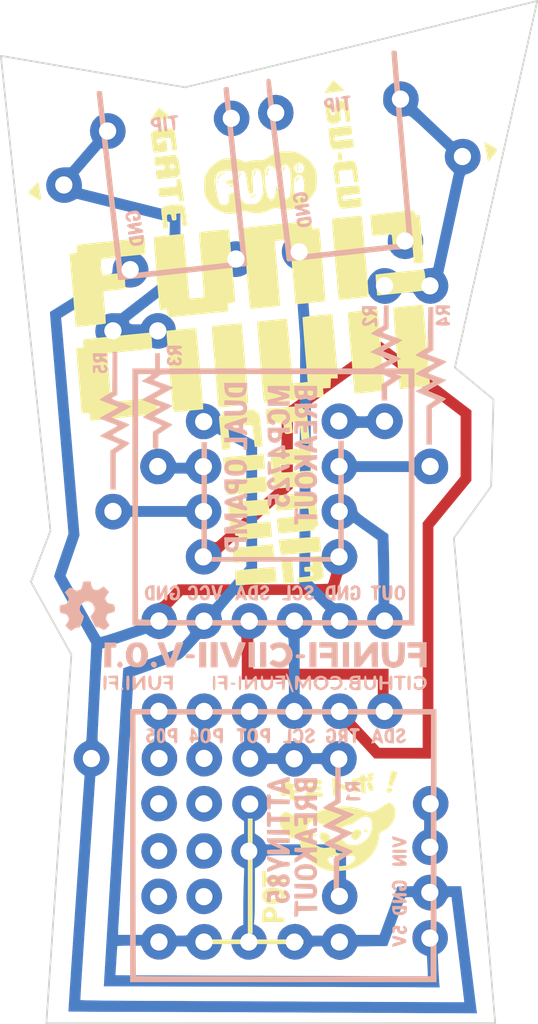
<source format=kicad_pcb>
(kicad_pcb (version 20171130) (host pcbnew 5.0.2-bee76a0~70~ubuntu18.04.1)
  (layers (0 F.Cu signal) (31 B.Cu signal) (34 B.Paste user) (35 F.Paste user) (36 B.SilkS user) (37 F.SilkS user) (38 B.Mask user) (39 F.Mask user) (44 Edge.Cuts user))
  (net 0 "")
  (module LOGO (layer F.Cu) (at 0 0)
    (fp_text reference G*** hide)
    (fp_text value LOGO hide)
    (fp_poly (pts (xy -7.416295 -14.452693) (xy -7.164684 -14.343702) (xy -6.950712 -14.159589) (xy -6.949427 -14.158132) (xy -6.786816 -13.915722) (xy -6.702454 -13.654818) (xy -6.696496 -13.387539) (xy -6.769097 -13.126003) (xy -6.920414 -12.88233) (xy -6.932846 -12.867553) (xy -7.150359 -12.671486) (xy -7.395897 -12.552403) (xy -7.660628 -12.511062) (xy -7.93572 -12.548224) (xy -8.212342 -12.664648) (xy -8.339755 -12.746523) (xy -8.369304 -12.749334) (xy -8.427124 -12.730883) (xy -8.518747 -12.688003) (xy -8.649705 -12.61753) (xy -8.825531 -12.516297) (xy -9.051758 -12.381137) (xy -9.333917 -12.208885) (xy -9.677542 -11.996375) (xy -9.98249 -11.806444) (xy -11.561637 -10.820729) (xy -11.539668 -10.670281) (xy -11.533579 -10.610808) (xy -11.520881 -10.471897) (xy -11.501994 -10.258487) (xy -11.477341 -9.975514) (xy -11.44734 -9.627916) (xy -11.412413 -9.220629) (xy -11.372982 -8.758592) (xy -11.329465 -8.246741) (xy -11.282285 -7.690014) (xy -11.231862 -7.093348) (xy -11.178617 -6.46168) (xy -11.12297 -5.799947) (xy -11.065343 -5.113087) (xy -11.023578 -4.614333) (xy -10.529458 1.291167) (xy -11.30632 3.534833) (xy -10.356261 5.221949) (xy -10.16079 5.568445) (xy -9.977328 5.892457) (xy -9.810177 6.186473) (xy -9.66364 6.44298) (xy -9.542018 6.654466) (xy -9.449615 6.813418) (xy -9.390733 6.912324) (xy -9.370351 6.943478) (xy -9.322527 6.939277) (xy -9.20524 6.910339) (xy -9.028975 6.859805) (xy -8.804213 6.790817) (xy -8.54144 6.706515) (xy -8.251137 6.610041) (xy -8.202084 6.59343) (xy -7.069667 6.208969) (xy -7.069415 6.072175) (xy -6.521681 6.072175) (xy -6.480568 6.243258) (xy -6.42882 6.326651) (xy -6.291452 6.458133) (xy -6.143327 6.508397) (xy -5.972088 6.48027) (xy -5.896107 6.448538) (xy -5.75026 6.338217) (xy -5.667066 6.18807) (xy -5.64985 6.018678) (xy -5.701939 5.85062) (xy -5.782222 5.743991) (xy -5.939546 5.639408) (xy -6.115991 5.616277) (xy -6.249207 5.650877) (xy -6.400298 5.754527) (xy -6.493024 5.902112) (xy -6.521681 6.072175) (xy -7.069415 6.072175) (xy -7.06927 5.993734) (xy -7.049008 5.806405) (xy -6.980137 5.626997) (xy -6.946295 5.564796) (xy -6.777418 5.342513) (xy -6.573507 5.187418) (xy -6.346454 5.096223) (xy -6.10815 5.065644) (xy -5.870486 5.092394) (xy -5.645352 5.173187) (xy -5.444639 5.304736) (xy -5.28024 5.483756) (xy -5.164045 5.706961) (xy -5.107945 5.971064) (xy -5.104723 6.07372) (xy -5.14721 6.360641) (xy -5.262604 6.608434) (xy -5.445527 6.81022) (xy -5.690601 6.959118) (xy -5.838672 7.012734) (xy -6.11472 7.050927) (xy -6.388817 7.007198) (xy -6.648561 6.883642) (xy -6.664127 6.873255) (xy -6.824903 6.764005) (xy -8.034056 7.171051) (xy -8.337316 7.273479) (xy -8.613781 7.367507) (xy -8.853483 7.449693) (xy -9.046457 7.516596) (xy -9.182734 7.564774) (xy -9.25235 7.590787) (xy -9.259205 7.594094) (xy -9.264111 7.637754) (xy -9.272737 7.756944) (xy -9.284603 7.942632) (xy -9.299227 8.185784) (xy -9.31613 8.477369) (xy -9.334829 8.808354) (xy -9.354844 9.169706) (xy -9.375694 9.552393) (xy -9.396897 9.947382) (xy -9.417974 10.345642) (xy -9.438442 10.738139) (xy -9.457822 11.11584) (xy -9.475631 11.469714) (xy -9.491389 11.790729) (xy -9.504616 12.06985) (xy -9.514829 12.298047) (xy -9.521548 12.466286) (xy -9.524293 12.565534) (xy -9.524332 12.573) (xy -9.518048 12.694272) (xy -9.485424 12.768435) (xy -9.405844 12.830353) (xy -9.354226 12.860656) (xy -9.154033 13.020463) (xy -8.995388 13.238655) (xy -8.894016 13.492982) (xy -8.887224 13.521371) (xy -8.861461 13.672418) (xy -8.864786 13.802003) (xy -8.899257 13.955909) (xy -8.908178 13.98715) (xy -9.004815 14.205908) (xy -9.152682 14.404692) (xy -9.331683 14.561054) (xy -9.497271 14.645167) (xy -9.595877 14.684421) (xy -9.648167 14.718347) (xy -9.650763 14.7247) (xy -9.653506 14.769488) (xy -9.66181 14.89404) (xy -9.675351 15.093658) (xy -9.693803 15.363645) (xy -9.716843 15.699302) (xy -9.744146 16.095931) (xy -9.775389 16.548835) (xy -9.810245 17.053316) (xy -9.848392 17.604675) (xy -9.889505 18.198215) (xy -9.933259 18.829239) (xy -9.97933 19.493047) (xy -10.027394 20.184943) (xy -10.077126 20.900229) (xy -10.080262 20.945306) (xy -10.129889 21.661909) (xy -10.177486 22.355445) (xy -10.222751 23.021213) (xy -10.265381 23.654515) (xy -10.305076 24.250651) (xy -10.341532 24.80492) (xy -10.374448 25.312624) (xy -10.403522 25.769061) (xy -10.428452 26.169533) (xy -10.448935 26.50934) (xy -10.46467 26.783782) (xy -10.475356 26.988159) (xy -10.480688 27.117772) (xy -10.480367 27.16792) (xy -10.480154 27.168306) (xy -10.433827 27.17347) (xy -10.309524 27.178678) (xy -10.113935 27.183839) (xy -9.853753 27.188863) (xy -9.535666 27.193659) (xy -9.166367 27.198136) (xy -8.752545 27.202205) (xy -8.300891 27.205773) (xy -7.818097 27.208751) (xy -7.330738 27.210973) (xy -6.941752 27.212491) (xy -6.475022 27.214392) (xy -5.937473 27.216643) (xy -5.336027 27.219215) (xy -4.677607 27.222075) (xy -3.969136 27.225194) (xy -3.217536 27.228539) (xy -2.429731 27.23208) (xy -1.612644 27.235786) (xy -0.773197 27.239625) (xy 0.081686 27.243567) (xy 0.945083 27.24758) (xy 1.810071 27.251633) (xy 2.669727 27.255695) (xy 3.344333 27.258909) (xy 4.137593 27.262648) (xy 4.907906 27.266175) (xy 5.651022 27.269473) (xy 6.362691 27.27253) (xy 7.038662 27.275328) (xy 7.674684 27.277854) (xy 8.266509 27.280093) (xy 8.809885 27.28203) (xy 9.300561 27.28365) (xy 9.734288 27.284937) (xy 10.106816 27.285878) (xy 10.413893 27.286458) (xy 10.65127 27.28666) (xy 10.814696 27.286472) (xy 10.899921 27.285877) (xy 10.911923 27.285401) (xy 10.908711 27.242879) (xy 10.895828 27.12313) (xy 10.874086 26.932938) (xy 10.844298 26.679093) (xy 10.807276 26.36838) (xy 10.76383 26.007586) (xy 10.714773 25.603499) (xy 10.660918 25.162905) (xy 10.603074 24.692591) (xy 10.562673 24.36569) (xy 10.502446 23.87905) (xy 10.445371 23.417414) (xy 10.392289 22.987594) (xy 10.344038 22.596402) (xy 10.301455 22.250651) (xy 10.26538 21.957153) (xy 10.236652 21.722719) (xy 10.216108 21.554163) (xy 10.204587 21.458297) (xy 10.202333 21.438142) (xy 10.166017 21.424957) (xy 10.097213 21.420667) (xy 10.024699 21.437645) (xy 9.960916 21.50007) (xy 9.888465 21.625177) (xy 9.886163 21.629708) (xy 9.730239 21.854297) (xy 9.530681 22.017126) (xy 9.301148 22.118771) (xy 9.055303 22.159808) (xy 8.806805 22.140811) (xy 8.569314 22.062358) (xy 8.356493 21.925022) (xy 8.182 21.729381) (xy 8.088267 21.553946) (xy 8.048903 21.472607) (xy 8.000783 21.43397) (xy 7.915854 21.424968) (xy 7.820481 21.429244) (xy 7.609563 21.441833) (xy 6.615403 24.151167) (xy 4.960085 24.174099) (xy 4.829506 24.405473) (xy 4.659848 24.629758) (xy 4.449901 24.788822) (xy 4.213161 24.882832) (xy 3.963126 24.911952) (xy 3.71329 24.876351) (xy 3.477151 24.776194) (xy 3.268205 24.611649) (xy 3.100647 24.384149) (xy 2.9845 24.173553) (xy 2.720777 24.172943) (xy 2.575665 24.174718) (xy 2.489544 24.188739) (xy 2.436737 24.226778) (xy 2.391568 24.300608) (xy 2.37588 24.331083) (xy 2.208556 24.576893) (xy 1.996279 24.75917) (xy 1.75049 24.872632) (xy 1.482631 24.911993) (xy 1.204418 24.872049) (xy 0.934413 24.754039) (xy 0.7237 24.577801) (xy 0.577411 24.350185) (xy 0.500678 24.078043) (xy 0.489964 23.918333) (xy 1.016 23.918333) (xy 1.052552 24.073609) (xy 1.146647 24.218659) (xy 1.274946 24.318236) (xy 1.283322 24.322038) (xy 1.393321 24.366575) (xy 1.46888 24.377297) (xy 1.553017 24.35457) (xy 1.62566 24.324972) (xy 1.781797 24.221575) (xy 1.875388 24.080662) (xy 1.907225 23.920897) (xy 1.90562 23.912078) (xy 3.529866 23.912078) (xy 3.55343 24.07134) (xy 3.63234 24.20405) (xy 3.752086 24.300523) (xy 3.898161 24.351074) (xy 4.056056 24.346021) (xy 4.211263 24.27568) (xy 4.28625 24.209918) (xy 4.375475 24.080186) (xy 4.402602 23.928256) (xy 4.402666 23.918333) (xy 4.36827 23.739355) (xy 4.276865 23.604162) (xy 4.146124 23.516654) (xy 3.993722 23.480733) (xy 3.837332 23.500297) (xy 3.69463 23.579247) (xy 3.583288 23.721483) (xy 3.576154 23.735946) (xy 3.529866 23.912078) (xy 1.90562 23.912078) (xy 1.878103 23.76095) (xy 1.788812 23.619487) (xy 1.640145 23.515174) (xy 1.590468 23.495979) (xy 1.418896 23.47962) (xy 1.256401 23.532899) (xy 1.12254 23.641436) (xy 1.036871 23.790853) (xy 1.016 23.918333) (xy 0.489964 23.918333) (xy 0.52781 23.625397) (xy 0.637928 23.373363) (xy 0.815184 23.169081) (xy 1.054449 23.019401) (xy 1.204418 22.964617) (xy 1.479366 22.926401) (xy 1.748253 22.966421) (xy 1.995458 23.078788) (xy 2.205359 23.257611) (xy 2.29519 23.375849) (xy 2.427259 23.579667) (xy 2.727046 23.579552) (xy 3.026833 23.579438) (xy 3.1115 23.422434) (xy 3.250285 23.240903) (xy 3.445316 23.085443) (xy 3.66836 22.976482) (xy 3.765846 22.949012) (xy 4.032825 22.928986) (xy 4.291772 22.977536) (xy 4.524611 23.087125) (xy 4.713265 23.250216) (xy 4.803876 23.381798) (xy 4.887586 23.537333) (xy 6.203408 23.537333) (xy 7.037171 21.256215) (xy 8.575098 21.256215) (xy 8.613826 21.376386) (xy 8.729138 21.518709) (xy 8.881798 21.596784) (xy 9.051237 21.608117) (xy 9.216883 21.550215) (xy 9.323916 21.462437) (xy 9.417714 21.3071) (xy 9.439938 21.14321) (xy 9.399983 20.986957) (xy 9.307245 20.854531) (xy 9.17112 20.762122) (xy 9.001004 20.725919) (xy 8.901621 20.734797) (xy 8.754777 20.802109) (xy 8.644504 20.92684) (xy 8.58116 21.085904) (xy 8.575098 21.256215) (xy 7.037171 21.256215) (xy 7.18595 20.849167) (xy 7.626904 20.837241) (xy 8.067858 20.825316) (xy 8.148746 20.675115) (xy 8.306642 20.463316) (xy 8.510465 20.310712) (xy 8.745194 20.217732) (xy 8.995806 20.184807) (xy 9.247278 20.212364) (xy 9.484588 20.300834) (xy 9.692713 20.450646) (xy 9.835689 20.626917) (xy 9.960988 20.828) (xy 10.731787 20.828) (xy 11.149869 24.204083) (xy 11.21541 24.733178) (xy 11.27832 25.240723) (xy 11.337768 25.720042) (xy 11.392927 26.164463) (xy 11.442965 26.567311) (xy 11.487053 26.921912) (xy 11.524363 27.221592) (xy 11.554064 27.459678) (xy 11.575327 27.629494) (xy 11.587323 27.724368) (xy 11.589216 27.738917) (xy 11.610481 27.897667) (xy 9.562323 27.889206) (xy 9.246216 27.887844) (xy 8.853641 27.886062) (xy 8.392797 27.883898) (xy 7.871883 27.881395) (xy 7.299096 27.878594) (xy 6.682636 27.875535) (xy 6.0307 27.872259) (xy 5.351487 27.868808) (xy 4.653195 27.865222) (xy 3.944022 27.861543) (xy 3.232167 27.857811) (xy 2.525828 27.854068) (xy 2.328333 27.853014) (xy 1.567394 27.849099) (xy 0.759687 27.84523) (xy -0.082465 27.841451) (xy -0.94674 27.837806) (xy -1.820816 27.834342) (xy -2.692371 27.831101) (xy -3.549082 27.82813) (xy -4.378627 27.825473) (xy -5.168685 27.823175) (xy -5.906932 27.82128) (xy -6.581046 27.819834) (xy -6.988528 27.819141) (xy -7.572506 27.818085) (xy -8.132262 27.816707) (xy -8.662026 27.815042) (xy -9.156023 27.813123) (xy -9.608483 27.810986) (xy -10.013634 27.808666) (xy -10.365702 27.806197) (xy -10.658916 27.803613) (xy -10.887504 27.800949) (xy -11.045693 27.798241) (xy -11.127712 27.795522) (xy -11.138311 27.794245) (xy -11.137179 27.751076) (xy -11.130469 27.628439) (xy -11.118521 27.431324) (xy -11.101675 27.164722) (xy -11.080272 26.833625) (xy -11.054652 26.443023) (xy -11.025155 25.997907) (xy -10.992122 25.503269) (xy -10.955893 24.964099) (xy -10.916809 24.385388) (xy -10.875209 23.772127) (xy -10.831435 23.129308) (xy -10.785826 22.461921) (xy -10.738723 21.774956) (xy -10.690466 21.073406) (xy -10.641397 20.362261) (xy -10.591854 19.646512) (xy -10.542178 18.93115) (xy -10.492711 18.221166) (xy -10.443791 17.521551) (xy -10.39576 16.837296) (xy -10.348957 16.173392) (xy -10.303724 15.534829) (xy -10.269176 15.0495) (xy -10.24199 14.6685) (xy -10.442361 14.520333) (xy -10.643801 14.322045) (xy -10.779685 14.082287) (xy -10.846022 13.817085) (xy -10.844234 13.748857) (xy -10.294304 13.748857) (xy -10.251049 13.908513) (xy -10.146679 14.044536) (xy -9.987918 14.141146) (xy -9.848898 14.176756) (xy -9.789976 14.163289) (xy -9.691461 14.123812) (xy -9.672253 14.114895) (xy -9.538033 14.011495) (xy -9.446044 13.863529) (xy -9.411824 13.700588) (xy -9.418925 13.632436) (xy -9.492737 13.465469) (xy -9.617374 13.349089) (xy -9.773101 13.288825) (xy -9.940185 13.290209) (xy -10.09889 13.358773) (xy -10.170584 13.421755) (xy -10.269724 13.581345) (xy -10.294304 13.748857) (xy -10.844234 13.748857) (xy -10.838822 13.542464) (xy -10.754093 13.274452) (xy -10.753099 13.272392) (xy -10.650408 13.111192) (xy -10.513249 12.96256) (xy -10.365928 12.849553) (xy -10.254882 12.799719) (xy -10.172118 12.744918) (xy -10.141345 12.684735) (xy -10.13613 12.627351) (xy -10.127228 12.492901) (xy -10.115048 12.288885) (xy -10.099998 12.022804) (xy -10.082488 11.702158) (xy -10.062925 11.33445) (xy -10.041719 10.927178) (xy -10.019278 10.487845) (xy -9.996012 10.023952) (xy -9.992713 9.957487) (xy -9.861999 7.320807) (xy -10.9 5.476355) (xy -11.103711 5.113283) (xy -11.294186 4.771691) (xy -11.467463 4.458832) (xy -11.61958 4.18196) (xy -11.746575 3.948329) (xy -11.844488 3.765191) (xy -11.909355 3.639801) (xy -11.937217 3.579412) (xy -11.938 3.575835) (xy -11.924609 3.522775) (xy -11.886762 3.400377) (xy -11.827953 3.219225) (xy -11.751672 2.989902) (xy -11.661414 2.722991) (xy -11.560668 2.429075) (xy -11.536971 2.360473) (xy -11.135941 1.20118) (xy -11.641189 -4.786327) (xy -11.700842 -5.493551) (xy -11.758662 -6.179599) (xy -11.814234 -6.839532) (xy -11.867144 -7.468411) (xy -11.916979 -8.061298) (xy -11.963324 -8.613254) (xy -12.005765 -9.11934) (xy -12.043889 -9.574618) (xy -12.077282 -9.974148) (xy -12.105528 -10.312993) (xy -12.128216 -10.586214) (xy -12.144931 -10.788871) (xy -12.155258 -10.916026) (xy -12.158635 -10.959956) (xy -12.170834 -11.146079) (xy -10.435167 -12.231355) (xy -8.6995 -13.31663) (xy -8.681135 -13.504333) (xy -8.128 -13.504333) (xy -8.090025 -13.318201) (xy -7.97961 -13.173583) (xy -7.857986 -13.099496) (xy -7.749994 -13.055816) (xy -7.675065 -13.045417) (xy -7.590788 -13.068218) (xy -7.515619 -13.098832) (xy -7.376338 -13.197981) (xy -7.276958 -13.346764) (xy -7.239159 -13.512717) (xy -7.239159 -13.512815) (xy -7.277574 -13.670141) (xy -7.377453 -13.811345) (xy -7.516503 -13.907913) (xy -7.560034 -13.92324) (xy -7.749472 -13.937891) (xy -7.916222 -13.881867) (xy -8.04415 -13.767068) (xy -8.117123 -13.605394) (xy -8.128 -13.504333) (xy -8.681135 -13.504333) (xy -8.674785 -13.569232) (xy -8.63127 -13.813131) (xy -8.546062 -14.006664) (xy -8.405285 -14.179431) (xy -8.375029 -14.208677) (xy -8.163943 -14.371451) (xy -7.945495 -14.461191) (xy -7.708657 -14.487912) (xy -7.416295 -14.452693)) (layer B.Cu) (width 0.01))
    (fp_poly (pts (xy -3.368175 -6.013844) (xy -3.124347 -5.919297) (xy -2.91628 -5.770352) (xy -2.755794 -5.575191) (xy -2.654711 -5.341995) (xy -2.624284 -5.11311) (xy -2.623901 -4.931833) (xy -1.630289 -4.423833) (xy -0.636678 -3.915833) (xy -0.635839 -0.336628) (xy -0.635 3.242578) (xy -1.654678 4.400699) (xy -1.92324 4.70642) (xy -2.140384 4.95561) (xy -2.311211 5.154781) (xy -2.440822 5.310443) (xy -2.534319 5.429106) (xy -2.596802 5.517281) (xy -2.633372 5.581476) (xy -2.649131 5.628204) (xy -2.649179 5.663974) (xy -2.648179 5.66866) (xy -2.597289 5.98095) (xy -2.608275 6.246269) (xy -2.683417 6.477787) (xy -2.824721 6.688355) (xy -3.040754 6.88451) (xy -3.2885 7.002794) (xy -3.565706 7.045621) (xy -3.809602 7.052081) (xy -4.31919 7.607419) (xy -4.503775 7.807516) (xy -4.644373 7.95523) (xy -4.75376 8.060995) (xy -4.844713 8.135246) (xy -4.93001 8.188418) (xy -5.022427 8.230946) (xy -5.134306 8.273106) (xy -5.259611 8.318295) (xy -5.449614 8.386728) (xy -5.689336 8.473014) (xy -5.963799 8.571763) (xy -6.258022 8.677584) (xy -6.477 8.756317) (xy -7.514167 9.129179) (xy -7.945199 16.132173) (xy -7.992287 16.898137) (xy -8.037972 17.64308) (xy -8.081979 18.362438) (xy -8.124033 19.051647) (xy -8.16386 19.706143) (xy -8.201184 20.321364) (xy -8.23573 20.892745) (xy -8.267224 21.415722) (xy -8.29539 21.885731) (xy -8.319955 22.298209) (xy -8.340642 22.648593) (xy -8.357177 22.932318) (xy -8.369286 23.14482) (xy -8.376693 23.281536) (xy -8.379115 23.33625) (xy -8.382 23.537333) (xy -7.038585 23.537333) (xy -6.926765 23.368361) (xy -6.746546 23.165167) (xy -6.526575 23.025042) (xy -6.281635 22.947631) (xy -6.026508 22.932579) (xy -5.775979 22.979531) (xy -5.544829 23.08813) (xy -5.347843 23.258022) (xy -5.240656 23.408892) (xy -5.1435 23.579014) (xy -4.837671 23.57934) (xy -4.677912 23.577453) (xy -4.58073 23.56671) (xy -4.524053 23.540127) (xy -4.485813 23.490718) (xy -4.470866 23.46325) (xy -4.310323 23.243871) (xy -4.09326 23.074456) (xy -3.83842 22.966184) (xy -3.577167 22.930141) (xy -3.299238 22.96509) (xy -3.059253 23.072889) (xy -2.846733 23.258444) (xy -2.826513 23.281552) (xy -2.675365 23.517411) (xy -2.599106 23.772831) (xy -2.594833 24.033951) (xy -2.659645 24.286911) (xy -2.79064 24.517851) (xy -2.984915 24.71291) (xy -3.147799 24.815988) (xy -3.367696 24.888817) (xy -3.616716 24.907642) (xy -3.859705 24.872395) (xy -4.003388 24.817594) (xy -4.151162 24.720155) (xy -4.297531 24.588768) (xy -4.420873 24.446322) (xy -4.499566 24.315702) (xy -4.512015 24.279234) (xy -4.532 24.222423) (xy -4.569792 24.190381) (xy -4.64602 24.176057) (xy -4.781313 24.172405) (xy -4.824871 24.172333) (xy -5.110897 24.172333) (xy -5.214177 24.373026) (xy -5.373114 24.599657) (xy -5.575408 24.764069) (xy -5.807281 24.866435) (xy -6.054957 24.906926) (xy -6.304659 24.885716) (xy -6.542611 24.802975) (xy -6.755037 24.658876) (xy -6.928159 24.453591) (xy -6.985 24.350906) (xy -7.090834 24.131242) (xy -7.757584 24.130621) (xy -7.98467 24.132314) (xy -8.178949 24.137392) (xy -8.326054 24.145189) (xy -8.411616 24.155035) (xy -8.427448 24.16175) (xy -8.430964 24.212157) (xy -8.438872 24.333311) (xy -8.450293 24.511456) (xy -8.464343 24.732836) (xy -8.480141 24.983696) (xy -8.480365 24.987256) (xy -8.530167 25.781012) (xy -8.382 25.787067) (xy -8.328589 25.787683) (xy -8.195963 25.788524) (xy -7.988973 25.789576) (xy -7.712468 25.790823) (xy -7.371299 25.792248) (xy -6.970315 25.793838) (xy -6.514367 25.795576) (xy -6.008305 25.797447) (xy -5.456977 25.799435) (xy -4.865235 25.801526) (xy -4.237929 25.803703) (xy -3.579908 25.805952) (xy -2.896022 25.808257) (xy -2.191121 25.810602) (xy -1.470055 25.812972) (xy -0.737675 25.815351) (xy 0.00117 25.817725) (xy 0.74163 25.820077) (xy 1.478855 25.822393) (xy 2.207995 25.824657) (xy 2.924199 25.826853) (xy 3.622619 25.828966) (xy 4.298404 25.830981) (xy 4.946704 25.832882) (xy 5.562669 25.834653) (xy 6.141449 25.83628) (xy 6.678194 25.837747) (xy 7.168055 25.839038) (xy 7.606181 25.840139) (xy 7.987722 25.841033) (xy 8.307828 25.841705) (xy 8.561649 25.84214) (xy 8.744336 25.842322) (xy 8.851039 25.842236) (xy 8.878419 25.841969) (xy 8.880048 25.801307) (xy 8.877786 25.691698) (xy 8.872112 25.528748) (xy 8.863505 25.328064) (xy 8.861087 25.276654) (xy 8.834167 24.713871) (xy 8.660682 24.639507) (xy 8.394318 24.487303) (xy 8.199453 24.290096) (xy 8.076671 24.048746) (xy 8.026557 23.764107) (xy 8.025298 23.706667) (xy 8.037098 23.615125) (xy 8.576547 23.615125) (xy 8.57839 23.792149) (xy 8.589826 23.837542) (xy 8.680733 24.003565) (xy 8.832487 24.1138) (xy 8.912931 24.141453) (xy 8.986096 24.160846) (xy 9.007776 24.167422) (xy 9.050521 24.156061) (xy 9.140521 24.121756) (xy 9.160993 24.113305) (xy 9.318964 24.007732) (xy 9.414725 23.860553) (xy 9.443421 23.691101) (xy 9.400198 23.518709) (xy 9.335328 23.419039) (xy 9.194757 23.305088) (xy 9.039152 23.261398) (xy 8.88402 23.279263) (xy 8.74487 23.349976) (xy 8.63721 23.464832) (xy 8.576547 23.615125) (xy 8.037098 23.615125) (xy 8.063089 23.413516) (xy 8.173199 23.161611) (xy 8.35073 22.957463) (xy 8.590784 22.807589) (xy 8.743019 22.752) (xy 9.024519 22.711107) (xy 9.293978 22.749795) (xy 9.538948 22.86298) (xy 9.746984 23.045576) (xy 9.862444 23.209304) (xy 9.938642 23.359788) (xy 9.977245 23.496237) (xy 9.989565 23.662803) (xy 9.989872 23.706667) (xy 9.981597 23.886189) (xy 9.949383 24.025767) (xy 9.88215 24.169141) (xy 9.864993 24.199565) (xy 9.761313 24.347367) (xy 9.64119 24.471364) (xy 9.584637 24.513387) (xy 9.429159 24.609478) (xy 9.456986 25.248155) (xy 9.46889 25.500587) (xy 9.482219 25.749488) (xy 9.495548 25.970175) (xy 9.50745 26.137962) (xy 9.510376 26.172583) (xy 9.535939 26.458333) (xy 8.207553 26.447914) (xy 8.026436 26.446718) (xy 7.765729 26.44533) (xy 7.430509 26.443769) (xy 7.025852 26.442051) (xy 6.556835 26.440193) (xy 6.028534 26.438214) (xy 5.446025 26.436129) (xy 4.814385 26.433957) (xy 4.138691 26.431714) (xy 3.424018 26.429418) (xy 2.675445 26.427086) (xy 1.898046 26.424735) (xy 1.096899 26.422383) (xy 0.27708 26.420046) (xy -0.556335 26.417742) (xy -1.143 26.416164) (xy -9.165167 26.394833) (xy -9.153206 26.162) (xy -9.147682 26.06238) (xy -9.1374 25.885359) (xy -9.122663 25.635888) (xy -9.103774 25.318919) (xy -9.081033 24.939406) (xy -9.054745 24.502299) (xy -9.02521 24.012552) (xy -9.021151 23.945378) (xy -6.536281 23.945378) (xy -6.486588 24.114982) (xy -6.413442 24.214728) (xy -6.265505 24.327843) (xy -6.106143 24.362712) (xy -5.922837 24.321032) (xy -5.854499 24.290544) (xy -5.773827 24.222043) (xy -5.699997 24.115112) (xy -5.692821 24.10072) (xy -5.647188 23.925775) (xy -5.648902 23.914623) (xy -4.021667 23.914623) (xy -3.98583 24.09854) (xy -3.889258 24.239298) (xy -3.748367 24.328622) (xy -3.579567 24.358236) (xy -3.399273 24.319865) (xy -3.310694 24.273086) (xy -3.200575 24.154453) (xy -3.146057 23.98914) (xy -3.148364 23.840472) (xy -3.195886 23.684606) (xy -3.29168 23.577179) (xy -3.422047 23.507524) (xy -3.596541 23.475266) (xy -3.762087 23.514655) (xy -3.90029 23.613201) (xy -3.99275 23.758412) (xy -4.021667 23.914623) (xy -5.648902 23.914623) (xy -5.671538 23.76742) (xy -5.751473 23.635314) (xy -5.872594 23.539118) (xy -6.0205 23.488493) (xy -6.180795 23.493099) (xy -6.339077 23.562597) (xy -6.40869 23.620436) (xy -6.510261 23.773773) (xy -6.536281 23.945378) (xy -9.021151 23.945378) (xy -8.99273 23.475116) (xy -8.957609 22.894944) (xy -8.920149 22.276987) (xy -8.88065 21.6262) (xy -8.839417 20.947532) (xy -8.79675 20.245937) (xy -8.752953 19.526367) (xy -8.708327 18.793774) (xy -8.663174 18.05311) (xy -8.617797 17.309328) (xy -8.572498 16.56738) (xy -8.527579 15.832218) (xy -8.483343 15.108794) (xy -8.440091 14.40206) (xy -8.398126 13.716969) (xy -8.35775 13.058473) (xy -8.319265 12.431524) (xy -8.282974 11.841075) (xy -8.249178 11.292077) (xy -8.21818 10.789482) (xy -8.190282 10.338244) (xy -8.165786 9.943314) (xy -8.144995 9.609645) (xy -8.12821 9.342188) (xy -8.115734 9.145897) (xy -8.107869 9.025722) (xy -8.105278 8.989654) (xy -8.079269 8.687141) (xy -5.174795 7.652411) (xy -4.744873 7.18614) (xy -4.579349 7.005099) (xy -4.465095 6.874809) (xy -4.394934 6.784765) (xy -4.361688 6.724463) (xy -4.358177 6.6834) (xy -4.377225 6.651069) (xy -4.378362 6.649801) (xy -4.484606 6.477713) (xy -4.549579 6.257848) (xy -4.567619 6.041622) (xy -4.023405 6.041622) (xy -4.00603 6.191668) (xy -3.93029 6.329493) (xy -3.79038 6.439928) (xy -3.751652 6.458504) (xy -3.643661 6.502184) (xy -3.568732 6.512583) (xy -3.484454 6.489782) (xy -3.409286 6.459168) (xy -3.270004 6.360019) (xy -3.170625 6.211236) (xy -3.132825 6.045283) (xy -3.132825 6.045185) (xy -3.168875 5.895579) (xy -3.260992 5.756453) (xy -3.385836 5.658885) (xy -3.437971 5.638909) (xy -3.62535 5.622559) (xy -3.783388 5.669823) (xy -3.906279 5.765532) (xy -3.98822 5.894521) (xy -4.023405 6.041622) (xy -4.567619 6.041622) (xy -4.569565 6.018309) (xy -4.540847 5.787203) (xy -4.506355 5.68189) (xy -4.389049 5.485041) (xy -4.218913 5.303483) (xy -4.026113 5.169262) (xy -4.021667 5.166994) (xy -3.761504 5.078024) (xy -3.489332 5.070773) (xy -3.333114 5.100735) (xy -3.205814 5.128047) (xy -3.114535 5.136544) (xy -3.086711 5.129927) (xy -3.053751 5.092246) (xy -2.971703 4.998639) (xy -2.847327 4.856814) (xy -2.687384 4.674477) (xy -2.498634 4.459337) (xy -2.287838 4.219101) (xy -2.144794 4.056095) (xy -1.227667 3.011023) (xy -1.227667 -3.548634) (xy -2.042712 -3.960981) (xy -2.857756 -4.373328) (xy -3.053469 -4.235377) (xy -3.192783 -4.150207) (xy -3.330959 -4.101898) (xy -3.50888 -4.07664) (xy -3.528138 -4.075034) (xy -3.697237 -4.067185) (xy -3.824184 -4.081283) (xy -3.950228 -4.124687) (xy -4.039236 -4.166219) (xy -4.277 -4.32644) (xy -4.453919 -4.537899) (xy -4.563744 -4.787367) (xy -4.598939 -5.05195) (xy -4.042834 -5.05195) (xy -4.032014 -4.917189) (xy -3.986761 -4.822109) (xy -3.904583 -4.737861) (xy -3.736395 -4.634477) (xy -3.561145 -4.609952) (xy -3.393283 -4.664282) (xy -3.298744 -4.738077) (xy -3.200618 -4.888425) (xy -3.169853 -5.058465) (xy -3.202434 -5.226126) (xy -3.294347 -5.369334) (xy -3.430359 -5.461563) (xy -3.615491 -5.498543) (xy -3.785844 -5.461993) (xy -3.924795 -5.36303) (xy -4.015721 -5.212771) (xy -4.042834 -5.05195) (xy -4.598939 -5.05195) (xy -4.600225 -5.061616) (xy -4.571624 -5.293235) (xy -4.492802 -5.487302) (xy -4.360097 -5.679399) (xy -4.194165 -5.847039) (xy -4.015666 -5.967739) (xy -3.915834 -6.007021) (xy -3.635945 -6.045812) (xy -3.368175 -6.013844)) (layer B.Cu) (width 0.01))
    (fp_poly (pts (xy -0.685262 15.295945) (xy -0.449348 15.41807) (xy -0.25186 15.603413) (xy -0.122761 15.8115) (xy -0.067259 15.997162) (xy -0.045001 16.219201) (xy -0.057054 16.439223) (xy -0.100538 16.609688) (xy -0.219306 16.810455) (xy -0.387985 16.989603) (xy -0.577718 17.116911) (xy -0.590582 17.122893) (xy -0.762 17.200192) (xy -0.762 17.889835) (xy -0.53975 18.036001) (xy -0.390249 18.153401) (xy -0.271213 18.281976) (xy -0.232834 18.340802) (xy -0.148167 18.499438) (xy 2.084916 18.499552) (xy 4.318 18.499667) (xy 4.318 20.438955) (xy 4.508744 20.550739) (xy 4.708037 20.713064) (xy 4.849881 20.922461) (xy 4.933137 21.162773) (xy 4.956662 21.41784) (xy 4.919316 21.671506) (xy 4.819958 21.907612) (xy 4.657446 22.110001) (xy 4.621115 22.141839) (xy 4.382281 22.289587) (xy 4.123379 22.363746) (xy 3.859068 22.36735) (xy 3.604008 22.303429) (xy 3.372856 22.175016) (xy 3.180272 21.985144) (xy 3.079005 21.822833) (xy 2.995056 21.565327) (xy 2.989389 21.397142) (xy 3.530661 21.397142) (xy 3.572501 21.564198) (xy 3.674841 21.713865) (xy 3.819056 21.801491) (xy 3.98605 21.823778) (xy 4.156727 21.777429) (xy 4.284718 21.687161) (xy 4.383022 21.539876) (xy 4.410036 21.369957) (xy 4.365975 21.200103) (xy 4.278923 21.078743) (xy 4.126447 20.978052) (xy 3.955528 20.947298) (xy 3.789231 20.986759) (xy 3.672772 21.071417) (xy 3.560822 21.231534) (xy 3.530661 21.397142) (xy 2.989389 21.397142) (xy 2.98606 21.298374) (xy 3.046376 21.038478) (xy 3.170363 20.802141) (xy 3.352381 20.605864) (xy 3.534782 20.489358) (xy 3.725333 20.397114) (xy 3.725333 19.092333) (xy 1.799166 19.092333) (xy 1.345233 19.09246) (xy 0.968742 19.093038) (xy 0.662467 19.09436) (xy 0.419184 19.096719) (xy 0.231667 19.10041) (xy 0.092693 19.105726) (xy -0.004965 19.112962) (xy -0.068531 19.12241) (xy -0.10523 19.134365) (xy -0.122287 19.14912) (xy -0.126926 19.166969) (xy -0.127 19.170648) (xy -0.158519 19.273831) (xy -0.24139 19.404655) (xy -0.358089 19.541525) (xy -0.491094 19.662845) (xy -0.572795 19.720018) (xy -0.759324 19.833167) (xy -0.760662 21.128707) (xy -0.76188 21.465579) (xy -0.764672 21.787174) (xy -0.7688 22.08036) (xy -0.774025 22.332008) (xy -0.78011 22.528988) (xy -0.786817 22.65817) (xy -0.788807 22.680719) (xy -0.815614 22.937191) (xy -0.650669 23.02134) (xy -0.415951 23.182261) (xy -0.243273 23.385149) (xy -0.132861 23.616784) (xy -0.084944 23.863946) (xy -0.099749 24.113414) (xy -0.177504 24.351968) (xy -0.318435 24.566387) (xy -0.522771 24.743451) (xy -0.620064 24.799713) (xy -0.822639 24.874428) (xy -1.044973 24.911495) (xy -1.248012 24.905291) (xy -1.291167 24.896324) (xy -1.550875 24.789873) (xy -1.770373 24.621245) (xy -1.93827 24.404665) (xy -2.043173 24.154359) (xy -2.074334 23.918333) (xy -1.524 23.918333) (xy -1.487448 24.073609) (xy -1.393353 24.218659) (xy -1.265054 24.318236) (xy -1.256678 24.322038) (xy -1.146679 24.366575) (xy -1.07112 24.377297) (xy -0.986983 24.35457) (xy -0.91434 24.324972) (xy -0.758203 24.221575) (xy -0.664612 24.080662) (xy -0.632775 23.920897) (xy -0.661897 23.76095) (xy -0.751188 23.619487) (xy -0.899855 23.515174) (xy -0.949532 23.495979) (xy -1.121104 23.47962) (xy -1.283599 23.532899) (xy -1.41746 23.641436) (xy -1.503129 23.790853) (xy -1.524 23.918333) (xy -2.074334 23.918333) (xy -2.040674 23.691433) (xy -1.949149 23.464279) (xy -1.813939 23.259826) (xy -1.649227 23.101027) (xy -1.525453 23.029935) (xy -1.397 22.976728) (xy -1.397 22.16315) (xy -1.395378 21.835191) (xy -1.390904 21.466826) (xy -1.384168 21.093426) (xy -1.375762 20.750367) (xy -1.370776 20.591369) (xy -1.344551 19.833167) (xy -1.550693 19.727333) (xy -1.769431 19.57217) (xy -1.927929 19.371754) (xy -2.026037 19.140471) (xy -2.055898 18.943552) (xy -1.519144 18.943552) (xy -1.49542 19.025663) (xy -1.426275 19.11295) (xy -1.385483 19.154651) (xy -1.220322 19.2746) (xy -1.051783 19.311823) (xy -0.886553 19.266114) (xy -0.765257 19.173743) (xy -0.655259 19.015661) (xy -0.628351 18.849096) (xy -0.684329 18.680736) (xy -0.784349 18.553518) (xy -0.882931 18.463594) (xy -0.962775 18.424363) (xy -1.059805 18.421861) (xy -1.108309 18.427589) (xy -1.298242 18.489985) (xy -1.432891 18.615106) (xy -1.505849 18.796547) (xy -1.511411 18.830692) (xy -1.519144 18.943552) (xy -2.055898 18.943552) (xy -2.063608 18.892709) (xy -2.040495 18.642857) (xy -1.95655 18.405301) (xy -1.811626 18.194431) (xy -1.605575 18.024633) (xy -1.568375 18.003037) (xy -1.355887 17.885833) (xy -1.354667 17.208343) (xy -1.554291 17.060255) (xy -1.788723 16.845363) (xy -1.941221 16.609227) (xy -2.011846 16.351708) (xy -2.006006 16.206042) (xy -1.461371 16.206042) (xy -1.441735 16.360773) (xy -1.372359 16.499606) (xy -1.262812 16.608072) (xy -1.122667 16.671706) (xy -0.961494 16.67604) (xy -0.833301 16.632045) (xy -0.685892 16.515095) (xy -0.607688 16.349789) (xy -0.593608 16.220993) (xy -0.628107 16.039838) (xy -0.721978 15.90177) (xy -0.857697 15.814441) (xy -1.017741 15.785505) (xy -1.184587 15.822615) (xy -1.313136 15.90675) (xy -1.421695 16.049879) (xy -1.461371 16.206042) (xy -2.006006 16.206042) (xy -2.000657 16.072667) (xy -1.995244 16.044559) (xy -1.89856 15.768643) (xy -1.733591 15.541731) (xy -1.503754 15.3684) (xy -1.481588 15.356417) (xy -1.215579 15.260363) (xy -0.945404 15.241791) (xy -0.685262 15.295945)) (layer B.Cu) (width 0.01))
    (fp_poly (pts (xy -5.799818 20.442732) (xy -5.547168 20.552358) (xy -5.342141 20.727552) (xy -5.192751 20.961924) (xy -5.120475 21.179603) (xy -5.099426 21.448985) (xy -5.151796 21.702167) (xy -5.266778 21.929265) (xy -5.433564 22.120396) (xy -5.641349 22.265676) (xy -5.879325 22.355222) (xy -6.136686 22.37915) (xy -6.382945 22.334181) (xy -6.647458 22.207956) (xy -6.855787 22.022515) (xy -7.000701 21.785925) (xy -7.064538 21.573875) (xy -7.075219 21.359092) (xy -6.534426 21.359092) (xy -6.516185 21.515578) (xy -6.435727 21.660257) (xy -6.288646 21.776134) (xy -6.286479 21.77727) (xy -6.171908 21.828356) (xy -6.07782 21.838125) (xy -5.964931 21.807063) (xy -5.902617 21.782023) (xy -5.770339 21.686322) (xy -5.678433 21.542374) (xy -5.642564 21.380354) (xy -5.65144 21.298237) (xy -5.731183 21.131661) (xy -5.865571 21.012358) (xy -6.034159 20.95696) (xy -6.073335 20.955) (xy -6.259905 20.988754) (xy -6.40188 21.078684) (xy -6.494856 21.207796) (xy -6.534426 21.359092) (xy -7.075219 21.359092) (xy -7.078962 21.283832) (xy -7.014816 21.014562) (xy -6.877251 20.777297) (xy -6.671422 20.583273) (xy -6.584871 20.528039) (xy -6.43904 20.454892) (xy -6.30302 20.417544) (xy -6.134367 20.405401) (xy -6.092076 20.405064) (xy -5.799818 20.442732)) (layer B.Cu) (width 0.01))
    (fp_poly (pts (xy -3.293894 20.438943) (xy -3.055689 20.539532) (xy -2.851238 20.713303) (xy -2.830185 20.737262) (xy -2.675112 20.976792) (xy -2.594577 21.23636) (xy -2.588632 21.501504) (xy -2.657326 21.757757) (xy -2.80071 21.990656) (xy -2.82568 22.019395) (xy -3.043118 22.20608) (xy -3.291749 22.328249) (xy -3.554545 22.38047) (xy -3.814476 22.357309) (xy -3.852334 22.346947) (xy -4.00641 22.278639) (xy -4.174835 22.171499) (xy -4.317928 22.051884) (xy -4.352073 22.015056) (xy -4.490318 21.789803) (xy -4.560175 21.53434) (xy -4.561373 21.362759) (xy -4.028936 21.362759) (xy -4.002688 21.521172) (xy -3.911682 21.668118) (xy -3.796715 21.76144) (xy -3.642844 21.830812) (xy -3.504821 21.829397) (xy -3.353967 21.756347) (xy -3.341375 21.747983) (xy -3.207517 21.613027) (xy -3.144408 21.448299) (xy -3.153739 21.273005) (xy -3.237198 21.106351) (xy -3.280631 21.057187) (xy -3.378081 20.986371) (xy -3.502983 20.957611) (xy -3.578499 20.955) (xy -3.765207 20.988999) (xy -3.905588 21.079644) (xy -3.995034 21.209907) (xy -4.028936 21.362759) (xy -4.561373 21.362759) (xy -4.562036 21.267827) (xy -4.496296 21.009423) (xy -4.363347 20.778288) (xy -4.325767 20.73372) (xy -4.11721 20.551522) (xy -3.882006 20.444726) (xy -3.605183 20.406787) (xy -3.577167 20.406526) (xy -3.293894 20.438943)) (layer B.Cu) (width 0.01))
    (fp_poly (pts (xy -5.693089 17.955926) (xy -5.45922 18.108845) (xy -5.268158 18.322803) (xy -5.148314 18.567519) (xy -5.100343 18.828763) (xy -5.124896 19.092302) (xy -5.222629 19.343906) (xy -5.392216 19.56737) (xy -5.601737 19.722377) (xy -5.850385 19.819935) (xy -6.114744 19.855304) (xy -6.3714 19.823745) (xy -6.477 19.786941) (xy -6.710901 19.642379) (xy -6.896837 19.439951) (xy -7.023253 19.196959) (xy -7.078589 18.930704) (xy -7.079863 18.891362) (xy -6.533423 18.891362) (xy -6.493368 19.048598) (xy -6.383732 19.19594) (xy -6.369552 19.20875) (xy -6.222304 19.286113) (xy -6.049836 19.301882) (xy -5.88581 19.255303) (xy -5.832273 19.220768) (xy -5.708409 19.077915) (xy -5.653296 18.912012) (xy -5.666252 18.743088) (xy -5.746595 18.591173) (xy -5.856948 18.496548) (xy -6.030231 18.429508) (xy -6.19226 18.433613) (xy -6.333315 18.495358) (xy -6.443675 18.601235) (xy -6.513618 18.737739) (xy -6.533423 18.891362) (xy -7.079863 18.891362) (xy -7.080098 18.884111) (xy -7.045106 18.589725) (xy -6.937084 18.33797) (xy -6.757167 18.13064) (xy -6.506493 17.969529) (xy -6.498167 17.965559) (xy -6.225442 17.879674) (xy -5.954091 17.876876) (xy -5.693089 17.955926)) (layer B.Cu) (width 0.01))
    (fp_poly (pts (xy -3.402156 17.890916) (xy -3.275937 17.912118) (xy -3.162942 17.958371) (xy -3.066966 18.013952) (xy -2.849794 18.194078) (xy -2.696551 18.417476) (xy -2.609582 18.669316) (xy -2.591235 18.934764) (xy -2.643856 19.198989) (xy -2.769792 19.447161) (xy -2.82816 19.523388) (xy -3.014109 19.682567) (xy -3.250011 19.790956) (xy -3.514389 19.84322) (xy -3.785769 19.834028) (xy -3.937 19.798727) (xy -4.100606 19.713248) (xy -4.265865 19.571665) (xy -4.409605 19.398819) (xy -4.508656 19.219553) (xy -4.526658 19.166581) (xy -4.567099 18.877433) (xy -4.562668 18.844683) (xy -4.020167 18.844683) (xy -3.982241 19.036631) (xy -3.883387 19.183177) (xy -3.739283 19.274984) (xy -3.565604 19.30271) (xy -3.378025 19.257016) (xy -3.350473 19.243675) (xy -3.216885 19.135163) (xy -3.147182 18.994132) (xy -3.13714 18.83836) (xy -3.182536 18.685625) (xy -3.279144 18.553704) (xy -3.422743 18.460375) (xy -3.544235 18.428137) (xy -3.659032 18.419772) (xy -3.74132 18.442318) (xy -3.827404 18.509651) (xy -3.872318 18.553518) (xy -3.973926 18.674767) (xy -4.016337 18.786003) (xy -4.020167 18.844683) (xy -4.562668 18.844683) (xy -4.529442 18.599161) (xy -4.418858 18.34533) (xy -4.240517 18.129506) (xy -4.087368 18.013952) (xy -3.961267 17.943421) (xy -3.848254 17.904548) (xy -3.712759 17.888402) (xy -3.577167 17.885833) (xy -3.402156 17.890916)) (layer B.Cu) (width 0.01))
    (fp_poly (pts (xy 9.382755 15.306323) (xy 9.463229 15.340197) (xy 9.699204 15.491117) (xy 9.872535 15.686354) (xy 9.982853 15.912863) (xy 10.029785 16.157598) (xy 10.012961 16.407514) (xy 9.932011 16.649564) (xy 9.786563 16.870703) (xy 9.576247 17.057886) (xy 9.513194 17.098022) (xy 9.271 17.241543) (xy 9.271 17.462009) (xy 9.274384 17.59241) (xy 9.295737 17.667336) (xy 9.35186 17.71597) (xy 9.442418 17.759773) (xy 9.632533 17.882488) (xy 9.803544 18.059084) (xy 9.926594 18.259342) (xy 9.932462 18.272978) (xy 9.977694 18.456173) (xy 9.987611 18.677424) (xy 9.963281 18.898337) (xy 9.910239 19.071167) (xy 9.757344 19.307971) (xy 9.553752 19.48511) (xy 9.313107 19.59795) (xy 9.049056 19.641857) (xy 8.775242 19.612197) (xy 8.555768 19.531115) (xy 8.325692 19.371956) (xy 8.154294 19.160472) (xy 8.048288 18.911186) (xy 8.01439 18.638618) (xy 8.021827 18.579949) (xy 8.573749 18.579949) (xy 8.574699 18.738183) (xy 8.633379 18.880089) (xy 8.736413 18.994687) (xy 8.870428 19.070996) (xy 9.022049 19.098037) (xy 9.1779 19.06483) (xy 9.316589 18.96859) (xy 9.401586 18.86235) (xy 9.436209 18.745731) (xy 9.440333 18.657271) (xy 9.405845 18.472356) (xy 9.313949 18.332432) (xy 9.181996 18.242747) (xy 9.027339 18.20855) (xy 8.867328 18.235089) (xy 8.719315 18.327614) (xy 8.643904 18.416364) (xy 8.573749 18.579949) (xy 8.021827 18.579949) (xy 8.042071 18.420261) (xy 8.10305 18.262083) (xy 8.204129 18.09463) (xy 8.327784 17.939745) (xy 8.45649 17.819269) (xy 8.57272 17.755046) (xy 8.576629 17.754014) (xy 8.631091 17.733823) (xy 8.661469 17.693957) (xy 8.674543 17.613707) (xy 8.677089 17.47236) (xy 8.676995 17.447327) (xy 8.675657 17.166167) (xy 8.490807 17.054064) (xy 8.287657 16.88512) (xy 8.14552 16.671403) (xy 8.065962 16.428425) (xy 8.055738 16.258131) (xy 8.593666 16.258131) (xy 8.631931 16.403728) (xy 8.731459 16.536859) (xy 8.869353 16.635826) (xy 9.022714 16.67893) (xy 9.038166 16.679333) (xy 9.162324 16.661576) (xy 9.272052 16.59676) (xy 9.338733 16.5354) (xy 9.44639 16.380882) (xy 9.481494 16.220801) (xy 9.453993 16.068615) (xy 9.373836 15.937781) (xy 9.250973 15.841758) (xy 9.095352 15.794002) (xy 8.916921 15.807972) (xy 8.825317 15.840908) (xy 8.702593 15.939767) (xy 8.620589 16.092854) (xy 8.593666 16.258131) (xy 8.055738 16.258131) (xy 8.050548 16.171699) (xy 8.100844 15.916739) (xy 8.218417 15.679057) (xy 8.337508 15.535304) (xy 8.570019 15.358613) (xy 8.828333 15.260409) (xy 9.102546 15.242407) (xy 9.382755 15.306323)) (layer B.Cu) (width 0.01))
    (fp_poly (pts (xy -5.866961 15.259373) (xy -5.631552 15.345216) (xy -5.406375 15.501656) (xy -5.242778 15.702298) (xy -5.140735 15.933267) (xy -5.100221 16.180687) (xy -5.121211 16.430679) (xy -5.203679 16.669369) (xy -5.347599 16.88288) (xy -5.552947 17.057334) (xy -5.634776 17.104271) (xy -5.825248 17.171842) (xy -6.048862 17.206901) (xy -6.262484 17.204192) (xy -6.340027 17.190232) (xy -6.583967 17.08802) (xy -6.791045 16.922404) (xy -6.950895 16.709382) (xy -7.053148 16.464952) (xy -7.087438 16.20511) (xy -7.087328 16.203983) (xy -6.527871 16.203983) (xy -6.509449 16.360825) (xy -6.432766 16.502637) (xy -6.293641 16.61122) (xy -6.291247 16.612408) (xy -6.171515 16.663227) (xy -6.075527 16.672719) (xy -5.962368 16.641406) (xy -5.902617 16.617357) (xy -5.766591 16.518448) (xy -5.675422 16.369275) (xy -5.643804 16.198681) (xy -5.652212 16.125759) (xy -5.724551 15.978024) (xy -5.855929 15.86273) (xy -6.021929 15.798068) (xy -6.102505 15.790333) (xy -6.275346 15.825287) (xy -6.40664 15.918013) (xy -6.492208 16.050312) (xy -6.527871 16.203983) (xy -7.087328 16.203983) (xy -7.073128 16.059038) (xy -6.983516 15.788892) (xy -6.832267 15.565039) (xy -6.632182 15.393822) (xy -6.396067 15.281578) (xy -6.136726 15.234649) (xy -5.866961 15.259373)) (layer B.Cu) (width 0.01))
    (fp_poly (pts (xy -3.290715 15.279501) (xy -3.043032 15.385681) (xy -2.841562 15.550277) (xy -2.693749 15.763168) (xy -2.607034 16.014234) (xy -2.588861 16.293353) (xy -2.62898 16.531167) (xy -2.707669 16.696531) (xy -2.843533 16.866962) (xy -3.013493 17.020544) (xy -3.19447 17.135364) (xy -3.31252 17.180236) (xy -3.497103 17.217677) (xy -3.649895 17.220714) (xy -3.815593 17.188114) (xy -3.897855 17.164093) (xy -4.124213 17.052724) (xy -4.31854 16.877946) (xy -4.466462 16.659159) (xy -4.553602 16.415758) (xy -4.570835 16.256) (xy -4.568135 16.227183) (xy -4.023029 16.227183) (xy -3.988022 16.388616) (xy -3.898221 16.529268) (xy -3.761309 16.631116) (xy -3.58497 16.676135) (xy -3.572844 16.67665) (xy -3.481077 16.655384) (xy -3.366524 16.599377) (xy -3.341375 16.583316) (xy -3.210439 16.449491) (xy -3.144163 16.279935) (xy -3.15025 16.107041) (xy -3.228376 15.948313) (xy -3.357647 15.839997) (xy -3.517567 15.787382) (xy -3.687637 15.795759) (xy -3.847363 15.870417) (xy -3.897924 15.914077) (xy -3.995557 16.062995) (xy -4.023029 16.227183) (xy -4.568135 16.227183) (xy -4.546019 15.99121) (xy -4.462804 15.767864) (xy -4.331115 15.580733) (xy -4.128935 15.395307) (xy -3.898202 15.284669) (xy -3.625152 15.242632) (xy -3.577167 15.241859) (xy -3.290715 15.279501)) (layer B.Cu) (width 0.01))
    (fp_poly (pts (xy -3.27583 10.141821) (xy -3.042181 10.257674) (xy -2.844664 10.429611) (xy -2.694908 10.648107) (xy -2.604545 10.90364) (xy -2.582747 11.117411) (xy -2.615441 11.316431) (xy -2.702728 11.523844) (xy -2.829834 11.718575) (xy -2.981983 11.879548) (xy -3.144403 11.98569) (xy -3.20675 12.007522) (xy -3.25336 12.025302) (xy -3.281644 12.061417) (xy -3.296143 12.133916) (xy -3.301394 12.260848) (xy -3.302 12.386229) (xy -3.302 12.740612) (xy -3.137216 12.824679) (xy -2.919951 12.979248) (xy -2.746384 13.189419) (xy -2.629599 13.434173) (xy -2.582682 13.692491) (xy -2.582334 13.716) (xy -2.621918 13.972202) (xy -2.731481 14.218317) (xy -2.897235 14.431932) (xy -3.105392 14.590636) (xy -3.127626 14.602428) (xy -3.322481 14.673289) (xy -3.540442 14.708915) (xy -3.740869 14.703679) (xy -3.788834 14.693991) (xy -4.042686 14.590169) (xy -4.26691 14.424413) (xy -4.440543 14.214433) (xy -4.506355 14.087776) (xy -4.558788 13.878317) (xy -4.563609 13.712289) (xy -4.021667 13.712289) (xy -3.985946 13.896196) (xy -3.889942 14.036872) (xy -3.750392 14.126249) (xy -3.584035 14.156255) (xy -3.407607 14.11882) (xy -3.302 14.059283) (xy -3.194442 13.933484) (xy -3.146193 13.768706) (xy -3.162822 13.591397) (xy -3.189005 13.52264) (xy -3.29601 13.379138) (xy -3.436926 13.298455) (xy -3.593786 13.276498) (xy -3.748624 13.309177) (xy -3.883473 13.392398) (xy -3.980366 13.52207) (xy -4.021336 13.6941) (xy -4.021667 13.712289) (xy -4.563609 13.712289) (xy -4.565744 13.63879) (xy -4.527926 13.410089) (xy -4.493021 13.313833) (xy -4.408904 13.177472) (xy -4.286418 13.034312) (xy -4.149576 12.908247) (xy -4.022392 12.823175) (xy -3.984014 12.807318) (xy -3.941147 12.786826) (xy -3.914684 12.746853) (xy -3.900726 12.669791) (xy -3.895377 12.538032) (xy -3.894667 12.403667) (xy -3.896307 12.223087) (xy -3.903823 12.109544) (xy -3.921115 12.045427) (xy -3.952079 12.013131) (xy -3.984014 12.000015) (xy -4.065804 11.956053) (xy -4.176943 11.874751) (xy -4.24463 11.817245) (xy -4.424479 11.604422) (xy -4.532656 11.365763) (xy -4.572589 11.114526) (xy -4.56901 11.078484) (xy -4.023843 11.078484) (xy -3.995576 11.241741) (xy -3.899175 11.389666) (xy -3.897924 11.390923) (xy -3.750166 11.487352) (xy -3.578638 11.522231) (xy -3.410286 11.494619) (xy -3.280631 11.412479) (xy -3.173229 11.2553) (xy -3.138719 11.087529) (xy -3.169924 10.926092) (xy -3.259665 10.787917) (xy -3.400765 10.689929) (xy -3.586047 10.649056) (xy -3.604482 10.648757) (xy -3.774295 10.685031) (xy -3.905756 10.781298) (xy -3.991421 10.918726) (xy -4.023843 11.078484) (xy -4.56901 11.078484) (xy -4.547705 10.863972) (xy -4.461432 10.627362) (xy -4.317197 10.417954) (xy -4.118428 10.249009) (xy -3.868553 10.133786) (xy -3.805001 10.116467) (xy -3.53398 10.091578) (xy -3.27583 10.141821)) (layer B.Cu) (width 0.01))
    (fp_poly (pts (xy -0.84588 10.109991) (xy -0.644399 10.172054) (xy -0.635 10.176842) (xy -0.39951 10.340561) (xy -0.225167 10.544918) (xy -0.112472 10.776898) (xy -0.06192 11.02349) (xy -0.074009 11.271681) (xy -0.149237 11.508458) (xy -0.2881 11.720809) (xy -0.491097 11.895721) (xy -0.567583 11.940549) (xy -0.762 12.043688) (xy -0.762 12.73478) (xy -0.571449 12.827025) (xy -0.411057 12.929282) (xy -0.262853 13.066077) (xy -0.149945 13.213039) (xy -0.099812 13.324417) (xy -0.079362 13.375061) (xy -0.037053 13.403714) (xy 0.047343 13.416526) (xy 0.194054 13.41965) (xy 0.213403 13.419667) (xy 0.368841 13.416813) (xy 0.460066 13.404427) (xy 0.507444 13.376773) (xy 0.530651 13.33032) (xy 0.595373 13.212365) (xy 0.709589 13.076207) (xy 0.849405 12.945861) (xy 0.990924 12.845339) (xy 1.037166 12.821313) (xy 1.220035 12.767479) (xy 1.439015 12.745292) (xy 1.656209 12.755793) (xy 1.832276 12.799418) (xy 2.045252 12.925476) (xy 2.229093 13.102577) (xy 2.33105 13.255658) (xy 2.41472 13.419667) (xy 2.710193 13.419667) (xy 2.875946 13.41499) (xy 2.969958 13.399348) (xy 3.004723 13.370326) (xy 3.005666 13.362518) (xy 3.039173 13.26133) (xy 3.127447 13.137365) (xy 3.252117 13.010499) (xy 3.394812 12.90061) (xy 3.475768 12.853885) (xy 3.745857 12.760661) (xy 4.013215 12.743062) (xy 4.266231 12.79417) (xy 4.49329 12.907069) (xy 4.68278 13.07484) (xy 4.823086 13.290567) (xy 4.902597 13.547332) (xy 4.916278 13.711911) (xy 4.88063 14.007041) (xy 4.775787 14.260491) (xy 4.609389 14.464489) (xy 4.389079 14.611265) (xy 4.122501 14.693046) (xy 3.937 14.707702) (xy 3.642472 14.669906) (xy 3.388353 14.55813) (xy 3.178572 14.374795) (xy 3.030579 14.149917) (xy 2.988505 14.075456) (xy 2.941237 14.034281) (xy 2.864335 14.016544) (xy 2.733356 14.012399) (xy 2.689065 14.012333) (xy 2.541223 14.014307) (xy 2.453664 14.027305) (xy 2.402008 14.061941) (xy 2.361873 14.128827) (xy 2.346134 14.161613) (xy 2.273182 14.274825) (xy 2.16283 14.403485) (xy 2.086781 14.47683) (xy 1.857556 14.627243) (xy 1.605991 14.705279) (xy 1.347236 14.713619) (xy 1.09644 14.654944) (xy 0.868754 14.531935) (xy 0.679326 14.347272) (xy 0.592666 14.212425) (xy 0.486833 14.012578) (xy 0.205672 14.012456) (xy 0.054749 14.014574) (xy -0.0324 14.02598) (xy -0.076642 14.054001) (xy -0.098847 14.105964) (xy -0.102695 14.120731) (xy -0.169425 14.253503) (xy -0.293724 14.395326) (xy -0.453436 14.526748) (xy -0.626403 14.628318) (xy -0.723433 14.665696) (xy -0.878587 14.708395) (xy -0.992323 14.724686) (xy -1.103499 14.715077) (xy -1.250972 14.680077) (xy -1.277597 14.672945) (xy -1.43514 14.614261) (xy -1.586149 14.53302) (xy -1.622834 14.507375) (xy -1.812356 14.314232) (xy -1.936649 14.084249) (xy -1.996455 13.832736) (xy -1.994937 13.733312) (xy -1.452163 13.733312) (xy -1.413481 13.899001) (xy -1.314106 14.042598) (xy -1.164167 14.141279) (xy -1.051633 14.174314) (xy -0.946625 14.164073) (xy -0.824586 14.114895) (xy -0.696343 14.017972) (xy -0.614177 13.901244) (xy -0.568034 13.725265) (xy -0.570767 13.707034) (xy 1.016 13.707034) (xy 1.053747 13.89582) (xy 1.156918 14.047965) (xy 1.310406 14.147583) (xy 1.464822 14.178983) (xy 1.556394 14.157757) (xy 1.671222 14.101802) (xy 1.697656 14.084993) (xy 1.831512 13.950892) (xy 1.893691 13.787102) (xy 3.489378 13.787102) (xy 3.549666 13.943146) (xy 3.659902 14.068939) (xy 3.803883 14.150987) (xy 3.965404 14.175795) (xy 4.119699 14.134378) (xy 4.267108 14.017429) (xy 4.345312 13.852123) (xy 4.359392 13.723327) (xy 4.324671 13.542768) (xy 4.230189 13.404679) (xy 4.093534 13.3171) (xy 3.932295 13.288072) (xy 3.764061 13.325634) (xy 3.648535 13.398375) (xy 3.557462 13.497407) (xy 3.499091 13.601412) (xy 3.495244 13.614304) (xy 3.489378 13.787102) (xy 1.893691 13.787102) (xy 1.893923 13.786493) (xy 1.880057 13.609986) (xy 1.845655 13.527719) (xy 1.731897 13.388565) (xy 1.586846 13.310837) (xy 1.428325 13.290682) (xy 1.274157 13.324249) (xy 1.142166 13.407686) (xy 1.050173 13.53714) (xy 1.016 13.707034) (xy -0.570767 13.707034) (xy -0.59191 13.566002) (xy -0.671449 13.433165) (xy -0.792296 13.33646) (xy -0.940094 13.285596) (xy -1.100486 13.290278) (xy -1.259116 13.360216) (xy -1.32869 13.418102) (xy -1.425462 13.566142) (xy -1.452163 13.733312) (xy -1.994937 13.733312) (xy -1.992518 13.575005) (xy -1.925581 13.326364) (xy -1.796388 13.102124) (xy -1.605682 12.917594) (xy -1.543651 12.87651) (xy -1.357343 12.7635) (xy -1.356615 12.403667) (xy -1.355887 12.043833) (xy -1.564281 11.928916) (xy -1.776344 11.768496) (xy -1.92644 11.564746) (xy -2.01491 11.331657) (xy -2.042097 11.08322) (xy -2.041419 11.0782) (xy -1.49899 11.0782) (xy -1.469545 11.225726) (xy -1.391434 11.354803) (xy -1.276037 11.453405) (xy -1.134738 11.509507) (xy -0.978916 11.511083) (xy -0.819955 11.44611) (xy -0.768361 11.407689) (xy -0.647948 11.260487) (xy -0.609231 11.091415) (xy -0.650432 10.90803) (xy -0.753696 10.756769) (xy -0.899209 10.666392) (xy -1.066754 10.640631) (xy -1.236114 10.683218) (xy -1.366352 10.775897) (xy -1.468386 10.924248) (xy -1.49899 11.0782) (xy -2.041419 11.0782) (xy -2.008343 10.833427) (xy -1.913991 10.596269) (xy -1.759384 10.385738) (xy -1.544864 10.215825) (xy -1.522024 10.202664) (xy -1.318202 10.126271) (xy -1.081651 10.095055) (xy -0.84588 10.109991)) (layer B.Cu) (width 0.01))
    (fp_poly (pts (xy -5.810173 10.137474) (xy -5.554561 10.247019) (xy -5.34527 10.421035) (xy -5.19131 10.651859) (xy -5.101691 10.93183) (xy -5.097732 10.955108) (xy -5.098385 11.186544) (xy -5.162764 11.426004) (xy -5.279094 11.650386) (xy -5.435603 11.83659) (xy -5.607699 11.955632) (xy -5.757334 12.026639) (xy -5.757334 12.401063) (xy -5.756018 12.580378) (xy -5.749195 12.69257) (xy -5.732548 12.755175) (xy -5.701764 12.785729) (xy -5.659138 12.800134) (xy -5.55577 12.853157) (xy -5.430232 12.954803) (xy -5.306156 13.082486) (xy -5.207172 13.213619) (xy -5.183637 13.254582) (xy -5.101879 13.499729) (xy -5.089182 13.766078) (xy -5.142661 14.030194) (xy -5.25943 14.268645) (xy -5.317953 14.345506) (xy -5.525119 14.52587) (xy -5.773432 14.643106) (xy -6.043637 14.69291) (xy -6.316476 14.670979) (xy -6.50053 14.60982) (xy -6.677861 14.494535) (xy -6.843424 14.327013) (xy -6.971097 14.136967) (xy -7.020537 14.018326) (xy -7.064343 13.741793) (xy -7.05745 13.676437) (xy -6.519334 13.676437) (xy -6.493329 13.82936) (xy -6.426806 13.976162) (xy -6.337004 14.081079) (xy -6.318251 14.093608) (xy -6.205842 14.127372) (xy -6.055765 14.13636) (xy -5.911375 14.12038) (xy -5.839656 14.095745) (xy -5.762521 14.027681) (xy -5.694272 13.928514) (xy -5.633896 13.739071) (xy -5.656887 13.563445) (xy -5.753861 13.409751) (xy -5.847005 13.320825) (xy -5.941004 13.280732) (xy -6.074834 13.2715) (xy -6.210399 13.281084) (xy -6.304054 13.321819) (xy -6.395806 13.409751) (xy -6.493114 13.558859) (xy -6.519334 13.676437) (xy -7.05745 13.676437) (xy -7.035809 13.471264) (xy -6.941771 13.221732) (xy -6.789063 13.00819) (xy -6.584517 12.845632) (xy -6.458727 12.785766) (xy -6.404651 12.760402) (xy -6.372316 12.722115) (xy -6.35615 12.651421) (xy -6.350579 12.528834) (xy -6.35 12.405575) (xy -6.35 12.066721) (xy -6.51099 11.98459) (xy -6.756408 11.81754) (xy -6.931452 11.603926) (xy -7.034699 11.346321) (xy -7.053626 11.157853) (xy -6.517794 11.157853) (xy -6.454164 11.319169) (xy -6.39559 11.390923) (xy -6.240112 11.492866) (xy -6.066058 11.517934) (xy -5.891317 11.465661) (xy -5.804355 11.406281) (xy -5.694697 11.268582) (xy -5.652101 11.11221) (xy -5.668759 10.954232) (xy -5.736867 10.811713) (xy -5.848619 10.701719) (xy -5.996209 10.641318) (xy -6.153249 10.643466) (xy -6.324881 10.7143) (xy -6.446971 10.836353) (xy -6.513335 10.990559) (xy -6.517794 11.157853) (xy -7.053626 11.157853) (xy -7.064729 11.047295) (xy -7.062182 10.98821) (xy -7.010986 10.718324) (xy -6.891345 10.492292) (xy -6.697889 10.301478) (xy -6.588621 10.226836) (xy -6.455485 10.153938) (xy -6.332504 10.115507) (xy -6.180366 10.101276) (xy -6.103097 10.100063) (xy -5.810173 10.137474)) (layer B.Cu) (width 0.01))
    (fp_poly (pts (xy 1.807678 5.136146) (xy 2.045602 5.270069) (xy 2.243071 5.462531) (xy 2.328002 5.589977) (xy 2.393601 5.73238) (xy 2.425265 5.880665) (xy 2.43227 6.053667) (xy 2.393205 6.349036) (xy 2.280449 6.603599) (xy 2.096423 6.813429) (xy 1.87325 6.960087) (xy 1.735666 7.029507) (xy 1.735666 10.115946) (xy 1.900451 10.200013) (xy 2.090145 10.333781) (xy 2.258372 10.51914) (xy 2.380436 10.726329) (xy 2.413665 10.818544) (xy 2.448012 11.089588) (xy 2.406354 11.356682) (xy 2.296499 11.603857) (xy 2.12625 11.815146) (xy 1.903414 11.97458) (xy 1.832276 12.007915) (xy 1.65418 12.051809) (xy 1.436781 12.06198) (xy 1.217974 12.039472) (xy 1.037166 11.98602) (xy 0.860982 11.87351) (xy 0.694226 11.711898) (xy 0.563267 11.529912) (xy 0.508345 11.40988) (xy 0.463115 11.144558) (xy 0.464485 11.131677) (xy 1.013312 11.131677) (xy 1.058326 11.288113) (xy 1.159915 11.415003) (xy 1.310235 11.494969) (xy 1.44666 11.513725) (xy 1.60208 11.493397) (xy 1.71775 11.441531) (xy 1.720128 11.439642) (xy 1.850881 11.28921) (xy 1.899926 11.118824) (xy 1.866132 10.933744) (xy 1.840783 10.878281) (xy 1.725287 10.735433) (xy 1.572815 10.656705) (xy 1.404231 10.644388) (xy 1.240397 10.700769) (xy 1.124385 10.799687) (xy 1.032717 10.963075) (xy 1.013312 11.131677) (xy 0.464485 11.131677) (xy 0.491895 10.873991) (xy 0.587667 10.61749) (xy 0.743414 10.394362) (xy 0.935752 10.233843) (xy 1.143 10.105011) (xy 1.143 8.545005) (xy 1.142474 8.127158) (xy 1.140733 7.786982) (xy 1.13753 7.517485) (xy 1.132617 7.311677) (xy 1.125747 7.162567) (xy 1.116672 7.063165) (xy 1.105147 7.00648) (xy 1.090922 6.98552) (xy 1.087839 6.985) (xy 0.99074 6.952061) (xy 0.869112 6.865568) (xy 0.742911 6.744002) (xy 0.632095 6.605849) (xy 0.574596 6.509636) (xy 0.483129 6.24051) (xy 0.472908 6.053667) (xy 1.016 6.053667) (xy 1.053975 6.239799) (xy 1.16439 6.384417) (xy 1.286014 6.458504) (xy 1.394006 6.502184) (xy 1.468935 6.512583) (xy 1.553212 6.489782) (xy 1.628381 6.459168) (xy 1.767662 6.360019) (xy 1.867042 6.211236) (xy 1.904841 6.045283) (xy 1.904841 6.045185) (xy 1.866426 5.887859) (xy 1.766547 5.746655) (xy 1.627497 5.650087) (xy 1.583966 5.63476) (xy 1.394528 5.620109) (xy 1.227778 5.676133) (xy 1.09985 5.790932) (xy 1.026877 5.952606) (xy 1.016 6.053667) (xy 0.472908 6.053667) (xy 0.468396 5.971202) (xy 0.524091 5.714521) (xy 0.643905 5.48328) (xy 0.821531 5.290289) (xy 1.050659 5.148359) (xy 1.279645 5.077723) (xy 1.546594 5.069214) (xy 1.807678 5.136146)) (layer B.Cu) (width 0.01))
    (fp_poly (pts (xy 4.255695 10.129123) (xy 4.443023 10.202664) (xy 4.664019 10.370583) (xy 4.831114 10.588448) (xy 4.935855 10.838964) (xy 4.969792 11.104835) (xy 4.955276 11.251021) (xy 4.866877 11.516921) (xy 4.716858 11.737685) (xy 4.518421 11.907165) (xy 4.284769 12.019219) (xy 4.029106 12.067699) (xy 3.764634 12.046461) (xy 3.504557 11.949359) (xy 3.481971 11.936777) (xy 3.257768 11.765124) (xy 3.099542 11.554116) (xy 3.006894 11.316959) (xy 2.984877 11.116491) (xy 3.527592 11.116491) (xy 3.535545 11.179241) (xy 3.607611 11.328157) (xy 3.735691 11.438663) (xy 3.896408 11.50177) (xy 4.066386 11.50849) (xy 4.222247 11.449836) (xy 4.228385 11.445634) (xy 4.353715 11.313396) (xy 4.411904 11.154136) (xy 4.406221 10.987854) (xy 4.339934 10.834552) (xy 4.216312 10.714228) (xy 4.100192 10.661159) (xy 3.971814 10.633783) (xy 3.866696 10.64833) (xy 3.785025 10.682457) (xy 3.647186 10.790125) (xy 3.556521 10.944469) (xy 3.527592 11.116491) (xy 2.984877 11.116491) (xy 2.979425 11.066858) (xy 3.016734 10.817019) (xy 3.118423 10.580647) (xy 3.284092 10.370948) (xy 3.513341 10.201127) (xy 3.534833 10.189439) (xy 3.755417 10.114224) (xy 4.006709 10.094279) (xy 4.255695 10.129123)) (layer B.Cu) (width 0.01))
    (fp_poly (pts (xy 6.723069 10.117424) (xy 6.9215 10.189241) (xy 7.161017 10.358945) (xy 7.336227 10.571716) (xy 7.444137 10.814653) (xy 7.481754 11.074856) (xy 7.446083 11.339422) (xy 7.334133 11.595452) (xy 7.269597 11.689619) (xy 7.076842 11.875639) (xy 6.839065 12.001884) (xy 6.575639 12.063548) (xy 6.305939 12.055825) (xy 6.074833 11.98602) (xy 5.898826 11.873644) (xy 5.732171 11.712229) (xy 5.601224 11.530483) (xy 5.54611 11.410179) (xy 5.520137 11.278313) (xy 5.508647 11.105669) (xy 5.508809 11.097838) (xy 6.053666 11.097838) (xy 6.089508 11.272511) (xy 6.185125 11.405705) (xy 6.322652 11.489714) (xy 6.484225 11.516829) (xy 6.651978 11.479344) (xy 6.768645 11.406281) (xy 6.883763 11.261381) (xy 6.927313 11.095374) (xy 6.90169 10.928359) (xy 6.80929 10.780432) (xy 6.682807 10.686137) (xy 6.512 10.639413) (xy 6.34664 10.66533) (xy 6.203867 10.752672) (xy 6.100819 10.890224) (xy 6.054634 11.06677) (xy 6.053666 11.097838) (xy 5.508809 11.097838) (xy 5.511202 10.982183) (xy 5.563367 10.713728) (xy 5.685681 10.487355) (xy 5.88263 10.295903) (xy 5.984379 10.226836) (xy 6.212257 10.130208) (xy 6.468295 10.093344) (xy 6.723069 10.117424)) (layer B.Cu) (width 0.01))
    (fp_poly (pts (xy -0.875761 5.078515) (xy -0.634329 5.154041) (xy -0.413831 5.296605) (xy -0.268873 5.450908) (xy -0.132015 5.690642) (xy -0.070254 5.939141) (xy -0.076222 6.186) (xy -0.142548 6.420818) (xy -0.26186 6.633192) (xy -0.42679 6.812719) (xy -0.629965 6.948997) (xy -0.864017 7.031622) (xy -1.121574 7.050191) (xy -1.368631 7.003142) (xy -1.6125 6.883685) (xy -1.811111 6.703167) (xy -1.95549 6.477029) (xy -2.036663 6.220707) (xy -2.042893 6.032889) (xy -1.495036 6.032889) (xy -1.478393 6.190956) (xy -1.403006 6.334904) (xy -1.264667 6.446767) (xy -1.253581 6.452408) (xy -1.12607 6.505124) (xy -1.023937 6.510868) (xy -0.904063 6.469808) (xy -0.869777 6.453918) (xy -0.725204 6.346824) (xy -0.643546 6.205825) (xy -0.620758 6.048836) (xy -0.652795 5.893768) (xy -0.735612 5.758534) (xy -0.865166 5.661048) (xy -1.037413 5.619222) (xy -1.058334 5.618788) (xy -1.234584 5.653653) (xy -1.368923 5.74627) (xy -1.457143 5.878671) (xy -1.495036 6.032889) (xy -2.042893 6.032889) (xy -2.045655 5.949641) (xy -2.031818 5.862287) (xy -1.939336 5.599658) (xy -1.789345 5.385761) (xy -1.594918 5.223648) (xy -1.369129 5.116369) (xy -1.125053 5.066974) (xy -0.875761 5.078515)) (layer B.Cu) (width 0.01))
    (fp_poly (pts (xy 1.972078 -15.457088) (xy 2.224354 -15.352756) (xy 2.389465 -15.233241) (xy 2.572746 -15.020274) (xy 2.684399 -14.776805) (xy 2.724507 -14.51734) (xy 2.693154 -14.256388) (xy 2.590423 -14.008456) (xy 2.416398 -13.788051) (xy 2.380962 -13.755446) (xy 2.272195 -13.663012) (xy 2.180267 -13.590388) (xy 2.148074 -13.567833) (xy 2.132492 -13.552021) (xy 2.120876 -13.521572) (xy 2.113514 -13.469213) (xy 2.110697 -13.387669) (xy 2.112714 -13.269667) (xy 2.119856 -13.107932) (xy 2.132413 -12.89519) (xy 2.150675 -12.624168) (xy 2.174933 -12.287591) (xy 2.205475 -11.878185) (xy 2.226575 -11.599333) (xy 2.372797 -9.673167) (xy 2.346397 -2.963333) (xy 2.319997 3.7465) (xy 2.99758 4.419425) (xy 3.216838 4.636598) (xy 3.385181 4.800853) (xy 3.51149 4.919211) (xy 3.604647 4.998692) (xy 3.673534 5.04632) (xy 3.727031 5.069114) (xy 3.774022 5.074097) (xy 3.819216 5.068973) (xy 4.038618 5.065884) (xy 4.275925 5.114145) (xy 4.490189 5.204238) (xy 4.542539 5.237087) (xy 4.738348 5.418948) (xy 4.871084 5.639103) (xy 4.942099 5.883008) (xy 4.952751 6.136115) (xy 4.904392 6.383879) (xy 4.798378 6.611753) (xy 4.636064 6.805192) (xy 4.418804 6.94965) (xy 4.3815 6.96622) (xy 4.133386 7.033565) (xy 3.873375 7.042506) (xy 3.683 7.006241) (xy 3.444181 6.891202) (xy 3.235036 6.717126) (xy 3.08236 6.506359) (xy 3.081475 6.504655) (xy 3.009938 6.296331) (xy 2.986187 6.07012) (xy 3.532038 6.07012) (xy 3.56939 6.23732) (xy 3.671896 6.379337) (xy 3.772772 6.448631) (xy 3.95521 6.500641) (xy 4.126264 6.469201) (xy 4.280843 6.355297) (xy 4.28625 6.349437) (xy 4.382338 6.189228) (xy 4.404617 6.017134) (xy 4.3575 5.853214) (xy 4.2454 5.717526) (xy 4.132539 5.650877) (xy 3.948044 5.614451) (xy 3.776071 5.660791) (xy 3.665554 5.743991) (xy 3.56303 5.898692) (xy 3.532038 6.07012) (xy 2.986187 6.07012) (xy 2.985039 6.059188) (xy 3.006671 5.825343) (xy 3.074725 5.626917) (xy 3.084481 5.609577) (xy 3.180728 5.446451) (xy 2.451374 4.716203) (xy 1.722021 3.985955) (xy 1.747701 -2.780106) (xy 1.773382 -9.546167) (xy 1.628289 -11.53154) (xy 1.598781 -11.932272) (xy 1.570813 -12.306258) (xy 1.545035 -12.645212) (xy 1.522098 -12.940847) (xy 1.502653 -13.184878) (xy 1.487348 -13.369019) (xy 1.476837 -13.484984) (xy 1.471848 -13.524484) (xy 1.428926 -13.543617) (xy 1.339301 -13.580224) (xy 1.327746 -13.584829) (xy 1.11493 -13.712376) (xy 0.944366 -13.898867) (xy 0.822542 -14.126506) (xy 0.755942 -14.377497) (xy 0.753908 -14.484303) (xy 1.291813 -14.484303) (xy 1.327283 -14.328013) (xy 1.4161 -14.196599) (xy 1.543093 -14.101237) (xy 1.693093 -14.05311) (xy 1.850933 -14.063395) (xy 2.001442 -14.143272) (xy 2.009218 -14.149917) (xy 2.123737 -14.295821) (xy 2.169444 -14.457714) (xy 2.153452 -14.618714) (xy 2.082876 -14.761943) (xy 1.964829 -14.870519) (xy 1.806425 -14.927564) (xy 1.681089 -14.928529) (xy 1.516448 -14.886744) (xy 1.404154 -14.797276) (xy 1.324857 -14.654287) (xy 1.291813 -14.484303) (xy 0.753908 -14.484303) (xy 0.751054 -14.634042) (xy 0.814363 -14.878346) (xy 0.838011 -14.928535) (xy 1.002697 -15.165406) (xy 1.211993 -15.339357) (xy 1.452352 -15.447728) (xy 1.710228 -15.487859) (xy 1.972078 -15.457088)) (layer B.Cu) (width 0.01))
    (fp_poly (pts (xy 4.120755 -1.007486) (xy 4.306277 -0.968054) (xy 4.329943 -0.958915) (xy 4.569226 -0.814538) (xy 4.759315 -0.609335) (xy 4.888882 -0.358208) (xy 4.938112 -0.158886) (xy 4.94768 -0.102071) (xy 4.963885 -0.052124) (xy 4.995001 -0.001674) (xy 5.0493 0.056646) (xy 5.135055 0.130205) (xy 5.26054 0.226372) (xy 5.434027 0.352514) (xy 5.663789 0.516002) (xy 5.819662 0.626289) (xy 6.675349 1.231412) (xy 6.703063 2.086789) (xy 6.711339 2.391028) (xy 6.71864 2.752729) (xy 6.724573 3.144691) (xy 6.728745 3.539712) (xy 6.730762 3.91059) (xy 6.730888 4.012131) (xy 6.731 5.082095) (xy 6.847228 5.126286) (xy 7.066309 5.250859) (xy 7.259305 5.440713) (xy 7.352605 5.576276) (xy 7.421513 5.712882) (xy 7.456388 5.845284) (xy 7.466944 6.013799) (xy 7.467011 6.051091) (xy 7.428143 6.345525) (xy 7.317277 6.598575) (xy 7.139347 6.803614) (xy 6.89929 6.954014) (xy 6.755066 7.007382) (xy 6.608365 7.047653) (xy 6.498475 7.062622) (xy 6.388094 7.052433) (xy 6.239919 7.017228) (xy 6.21087 7.009461) (xy 5.962186 6.903641) (xy 5.764498 6.742343) (xy 5.61983 6.539157) (xy 5.530207 6.307672) (xy 5.499066 6.072175) (xy 6.051319 6.072175) (xy 6.092432 6.243258) (xy 6.14418 6.326651) (xy 6.281548 6.458133) (xy 6.429673 6.508397) (xy 6.600912 6.48027) (xy 6.676893 6.448538) (xy 6.82274 6.338217) (xy 6.905934 6.18807) (xy 6.92315 6.018678) (xy 6.871061 5.85062) (xy 6.790778 5.743991) (xy 6.633454 5.639408) (xy 6.457009 5.616277) (xy 6.323793 5.650877) (xy 6.172702 5.754527) (xy 6.079976 5.902112) (xy 6.051319 6.072175) (xy 5.499066 6.072175) (xy 5.497651 6.061476) (xy 5.524187 5.814158) (xy 5.61184 5.579308) (xy 5.762633 5.370514) (xy 5.944634 5.221978) (xy 6.135241 5.101167) (xy 6.136787 4.462461) (xy 6.136086 4.236783) (xy 6.133286 3.947275) (xy 6.128696 3.614742) (xy 6.122627 3.259986) (xy 6.115389 2.903812) (xy 6.11028 2.684461) (xy 6.082228 1.545167) (xy 4.733904 0.583943) (xy 4.621202 0.689305) (xy 4.389671 0.851523) (xy 4.128418 0.940665) (xy 3.853819 0.952826) (xy 3.670507 0.915958) (xy 3.411747 0.801119) (xy 3.212401 0.62961) (xy 3.073543 0.416205) (xy 2.979894 0.141356) (xy 2.970756 -0.034432) (xy 3.508169 -0.034432) (xy 3.545219 0.133523) (xy 3.60418 0.230651) (xy 3.741217 0.361686) (xy 3.890315 0.412287) (xy 4.065343 0.385977) (xy 4.126048 0.363168) (xy 4.272255 0.261776) (xy 4.365716 0.114974) (xy 4.397237 -0.053663) (xy 4.357627 -0.220561) (xy 4.355378 -0.225033) (xy 4.238428 -0.372442) (xy 4.073122 -0.450646) (xy 3.944326 -0.464726) (xy 3.765325 -0.429548) (xy 3.627067 -0.33405) (xy 3.5384 -0.196317) (xy 3.508169 -0.034432) (xy 2.970756 -0.034432) (xy 2.965592 -0.133758) (xy 3.026352 -0.396215) (xy 3.157886 -0.633095) (xy 3.355909 -0.831477) (xy 3.522008 -0.935589) (xy 3.691548 -0.990183) (xy 3.903488 -1.014506) (xy 4.120755 -1.007486)) (layer B.Cu) (width 0.01))
    (fp_poly (pts (xy -3.324296 1.535151) (xy -3.107441 1.629974) (xy -2.879394 1.80619) (xy -2.72415 2.025356) (xy -2.641118 2.288532) (xy -2.625597 2.492253) (xy -2.664347 2.772601) (xy -2.770693 3.015418) (xy -2.933249 3.213682) (xy -3.140631 3.360369) (xy -3.381454 3.448456) (xy -3.644334 3.470919) (xy -3.917885 3.420734) (xy -4.047788 3.369642) (xy -4.280707 3.217528) (xy -4.455412 3.012419) (xy -4.566001 2.767892) (xy -4.606567 2.497528) (xy -4.604798 2.483383) (xy -4.042834 2.483383) (xy -4.032014 2.618144) (xy -3.986761 2.713224) (xy -3.904583 2.797472) (xy -3.736395 2.900857) (xy -3.561145 2.925381) (xy -3.393283 2.871051) (xy -3.298744 2.797256) (xy -3.199834 2.648127) (xy -3.170708 2.485589) (xy -3.202482 2.326632) (xy -3.286271 2.188244) (xy -3.413194 2.087413) (xy -3.574365 2.041127) (xy -3.690627 2.047833) (xy -3.867313 2.11838) (xy -3.986179 2.247999) (xy -4.040249 2.428065) (xy -4.042834 2.483383) (xy -4.604798 2.483383) (xy -4.571208 2.214906) (xy -4.562852 2.185078) (xy -4.476862 2.008762) (xy -4.333758 1.830346) (xy -4.157279 1.672842) (xy -3.971168 1.559263) (xy -3.883479 1.526568) (xy -3.603768 1.491094) (xy -3.324296 1.535151)) (layer B.Cu) (width 0.01))
    (fp_poly (pts (xy 4.108874 1.504496) (xy 4.359238 1.586033) (xy 4.580943 1.729275) (xy 4.761381 1.922777) (xy 4.887944 2.155095) (xy 4.948026 2.414781) (xy 4.951141 2.502578) (xy 4.908763 2.765579) (xy 4.797492 2.999241) (xy 4.630421 3.19535) (xy 4.420645 3.345694) (xy 4.181261 3.442059) (xy 3.925361 3.476232) (xy 3.666041 3.439999) (xy 3.534833 3.390906) (xy 3.296113 3.236) (xy 3.116435 3.02566) (xy 3.003082 2.771452) (xy 2.971699 2.545233) (xy 3.512459 2.545233) (xy 3.565958 2.704856) (xy 3.63741 2.797256) (xy 3.79335 2.900756) (xy 3.965689 2.925405) (xy 4.139977 2.871196) (xy 4.243248 2.797472) (xy 4.351528 2.652072) (xy 4.389529 2.488404) (xy 4.362791 2.32588) (xy 4.276856 2.183912) (xy 4.137263 2.081915) (xy 4.029293 2.047833) (xy 3.850961 2.050589) (xy 3.701228 2.118695) (xy 3.588977 2.235164) (xy 3.523093 2.383006) (xy 3.512459 2.545233) (xy 2.971699 2.545233) (xy 2.963334 2.484943) (xy 2.963333 2.483029) (xy 3.002272 2.196872) (xy 3.113135 1.945855) (xy 3.286988 1.740008) (xy 3.514899 1.58936) (xy 3.787934 1.503938) (xy 3.84246 1.496111) (xy 4.108874 1.504496)) (layer B.Cu) (width 0.01))
    (fp_poly (pts (xy -3.319621 -0.97836) (xy -3.078304 -0.873151) (xy -2.881028 -0.711942) (xy -2.734764 -0.506301) (xy -2.646485 -0.267795) (xy -2.623161 -0.007992) (xy -2.671764 0.26154) (xy -2.734877 0.416205) (xy -2.890747 0.645299) (xy -3.089737 0.811453) (xy -3.318541 0.914854) (xy -3.563854 0.955687) (xy -3.81237 0.934135) (xy -4.050785 0.850385) (xy -4.265792 0.704622) (xy -4.444087 0.49703) (xy -4.504755 0.391583) (xy -4.574175 0.254) (xy -7.683646 0.254) (xy -7.786784 0.448418) (xy -7.948375 0.671713) (xy -8.164906 0.83226) (xy -8.365653 0.913735) (xy -8.541384 0.957373) (xy -8.686286 0.9654) (xy -8.84547 0.939639) (xy -8.868834 0.934082) (xy -9.133512 0.827665) (xy -9.356147 0.651871) (xy -9.526936 0.415607) (xy -9.589162 0.279327) (xy -9.643521 0.025037) (xy -9.639761 -0.02233) (xy -9.093855 -0.02233) (xy -9.04043 0.164737) (xy -9.035428 0.174631) (xy -8.921989 0.312863) (xy -8.77035 0.388261) (xy -8.601557 0.398477) (xy -8.436652 0.341163) (xy -8.329084 0.253437) (xy -8.232491 0.095042) (xy -8.215394 -0.02233) (xy -4.056188 -0.02233) (xy -4.002764 0.164737) (xy -3.997761 0.174631) (xy -3.884322 0.312863) (xy -3.732684 0.388261) (xy -3.56389 0.398477) (xy -3.398986 0.341163) (xy -3.291417 0.253437) (xy -3.194824 0.095042) (xy -3.170595 -0.071286) (xy -3.211014 -0.227912) (xy -3.308363 -0.357199) (xy -3.454927 -0.441513) (xy -3.605661 -0.464726) (xy -3.800148 -0.428997) (xy -3.945991 -0.333692) (xy -4.034301 -0.193305) (xy -4.056188 -0.02233) (xy -8.215394 -0.02233) (xy -8.208262 -0.071286) (xy -8.24868 -0.227912) (xy -8.34603 -0.357199) (xy -8.492593 -0.441513) (xy -8.643327 -0.464726) (xy -8.837815 -0.428997) (xy -8.983658 -0.333692) (xy -9.071967 -0.193305) (xy -9.093855 -0.02233) (xy -9.639761 -0.02233) (xy -9.622983 -0.233678) (xy -9.534807 -0.480774) (xy -9.386251 -0.70021) (xy -9.184573 -0.87594) (xy -9.028944 -0.958915) (xy -8.849812 -1.00389) (xy -8.633287 -1.01552) (xy -8.416646 -0.994933) (xy -8.237168 -0.943257) (xy -8.218676 -0.934399) (xy -8.08499 -0.845882) (xy -7.945402 -0.721802) (xy -7.823203 -0.586165) (xy -7.741685 -0.462973) (xy -7.727319 -0.428013) (xy -7.718365 -0.404884) (xy -7.702213 -0.386136) (xy -7.670668 -0.37131) (xy -7.615538 -0.359945) (xy -7.528632 -0.351581) (xy -7.401755 -0.345758) (xy -7.226715 -0.342017) (xy -6.995321 -0.339896) (xy -6.699378 -0.338936) (xy -6.330695 -0.338677) (xy -6.136341 -0.338667) (xy -4.573721 -0.338667) (xy -4.490051 -0.502675) (xy -4.329812 -0.729647) (xy -4.115975 -0.893073) (xy -3.85465 -0.98944) (xy -3.598007 -1.016) (xy -3.319621 -0.97836)) (layer B.Cu) (width 0.01))
    (fp_poly (pts (xy -3.36813 -3.508677) (xy -3.331842 -3.498292) (xy -3.073081 -3.383453) (xy -2.873735 -3.211944) (xy -2.734877 -2.998539) (xy -2.642682 -2.730099) (xy -2.626072 -2.463724) (xy -2.678017 -2.211172) (xy -2.791488 -1.984203) (xy -2.959458 -1.794578) (xy -3.174895 -1.654057) (xy -3.430773 -1.574399) (xy -3.594245 -1.560722) (xy -3.869574 -1.594298) (xy -4.118648 -1.691621) (xy -4.324642 -1.843528) (xy -4.468775 -2.037043) (xy -4.503489 -2.096955) (xy -4.544785 -2.133039) (xy -4.612893 -2.151238) (xy -4.728044 -2.157497) (xy -4.880004 -2.157862) (xy -5.228167 -2.156723) (xy -5.334 -1.984426) (xy -5.49907 -1.793081) (xy -5.718349 -1.65436) (xy -5.97481 -1.575129) (xy -6.251424 -1.562254) (xy -6.35 -1.574722) (xy -6.597609 -1.658165) (xy -6.812101 -1.808061) (xy -6.98232 -2.009094) (xy -7.097106 -2.245948) (xy -7.140207 -2.476102) (xy -6.585552 -2.476102) (xy -6.516623 -2.306051) (xy -6.395145 -2.185445) (xy -6.240612 -2.120438) (xy -6.072522 -2.117183) (xy -5.91037 -2.181832) (xy -5.838744 -2.24041) (xy -5.745034 -2.386752) (xy -5.72733 -2.496146) (xy -4.05696 -2.496146) (xy -4.016712 -2.3573) (xy -3.899763 -2.209891) (xy -3.734457 -2.131688) (xy -3.605661 -2.117608) (xy -3.463507 -2.131762) (xy -3.355943 -2.188463) (xy -3.298744 -2.24041) (xy -3.205034 -2.386752) (xy -3.178085 -2.55327) (xy -3.211805 -2.718568) (xy -3.300102 -2.861251) (xy -3.436883 -2.959923) (xy -3.510426 -2.983788) (xy -3.683441 -2.984487) (xy -3.83798 -2.919519) (xy -3.960664 -2.805437) (xy -4.038116 -2.658795) (xy -4.05696 -2.496146) (xy -5.72733 -2.496146) (xy -5.718085 -2.55327) (xy -5.751805 -2.718568) (xy -5.840102 -2.861251) (xy -5.976883 -2.959923) (xy -6.050426 -2.983788) (xy -6.224025 -2.983478) (xy -6.381468 -2.916109) (xy -6.505592 -2.797962) (xy -6.579237 -2.645318) (xy -6.585552 -2.476102) (xy -7.140207 -2.476102) (xy -7.145302 -2.503306) (xy -7.138241 -2.656708) (xy -7.06272 -2.928537) (xy -6.923685 -3.160567) (xy -6.733601 -3.344515) (xy -6.504933 -3.472096) (xy -6.250149 -3.535025) (xy -5.981713 -3.52502) (xy -5.871842 -3.498292) (xy -5.621749 -3.388939) (xy -5.426319 -3.225073) (xy -5.269664 -2.993289) (xy -5.266679 -2.987604) (xy -5.1435 -2.751868) (xy -4.879778 -2.751767) (xy -4.616055 -2.751667) (xy -4.52587 -2.931583) (xy -4.358757 -3.184978) (xy -4.148878 -3.374391) (xy -3.906781 -3.494816) (xy -3.643016 -3.541247) (xy -3.36813 -3.508677)) (layer B.Cu) (width 0.01))
    (fp_poly (pts (xy 9.281437 -3.509032) (xy 9.50895 -3.415916) (xy 9.707254 -3.268453) (xy 9.86448 -3.071599) (xy 9.968758 -2.830307) (xy 10.008216 -2.549532) (xy 10.00827 -2.532904) (xy 10.000806 -2.358265) (xy 9.973219 -2.228406) (xy 9.915246 -2.104012) (xy 9.881496 -2.047379) (xy 9.771584 -1.902133) (xy 9.636326 -1.76583) (xy 9.573493 -1.715968) (xy 9.464727 -1.647302) (xy 9.36107 -1.606537) (xy 9.231637 -1.585097) (xy 9.066495 -1.575194) (xy 8.892375 -1.571728) (xy 8.770141 -1.582377) (xy 8.667311 -1.614112) (xy 8.551407 -1.673903) (xy 8.518863 -1.692719) (xy 8.338162 -1.823465) (xy 8.208188 -1.984621) (xy 8.180196 -2.032658) (xy 8.0645 -2.242447) (xy 6.488443 -2.243057) (xy 4.912387 -2.243667) (xy 4.83098 -2.084917) (xy 4.669771 -1.858512) (xy 4.455076 -1.690294) (xy 4.200766 -1.58715) (xy 3.920712 -1.555969) (xy 3.788833 -1.567421) (xy 3.525112 -1.645654) (xy 3.304608 -1.787335) (xy 3.133716 -1.97967) (xy 3.018829 -2.209869) (xy 2.96634 -2.465138) (xy 2.968391 -2.4988) (xy 3.510904 -2.4988) (xy 3.556571 -2.34253) (xy 3.658668 -2.21579) (xy 3.809247 -2.13607) (xy 3.944326 -2.117608) (xy 4.099747 -2.137937) (xy 4.215417 -2.189803) (xy 4.217795 -2.191691) (xy 4.340773 -2.337213) (xy 4.393241 -2.503306) (xy 4.382442 -2.619485) (xy 8.596103 -2.619485) (xy 8.60041 -2.450816) (xy 8.673364 -2.291521) (xy 8.71741 -2.24041) (xy 8.868842 -2.14115) (xy 9.041063 -2.109336) (xy 9.209311 -2.145574) (xy 9.326041 -2.225587) (xy 9.436742 -2.386114) (xy 9.464497 -2.563568) (xy 9.42309 -2.727638) (xy 9.326161 -2.863886) (xy 9.18194 -2.957631) (xy 9.019209 -2.993663) (xy 8.936904 -2.984561) (xy 8.770166 -2.906076) (xy 8.654627 -2.777811) (xy 8.596103 -2.619485) (xy 4.382442 -2.619485) (xy 4.377672 -2.67079) (xy 4.296537 -2.820485) (xy 4.152311 -2.933211) (xy 4.120302 -2.947902) (xy 3.932026 -2.989135) (xy 3.763523 -2.948179) (xy 3.620644 -2.829973) (xy 3.529612 -2.667111) (xy 3.510904 -2.4988) (xy 2.968391 -2.4988) (xy 2.982644 -2.732687) (xy 3.073543 -2.998539) (xy 3.229413 -3.227632) (xy 3.428402 -3.393787) (xy 3.657206 -3.497188) (xy 3.902519 -3.53802) (xy 4.151036 -3.516469) (xy 4.38945 -3.432719) (xy 4.604458 -3.286956) (xy 4.782753 -3.079364) (xy 4.84342 -2.973917) (xy 4.91284 -2.836333) (xy 8.076488 -2.836333) (xy 8.103694 -2.944731) (xy 8.147849 -3.032644) (xy 8.234058 -3.148329) (xy 8.316712 -3.23894) (xy 8.542354 -3.412756) (xy 8.786269 -3.512406) (xy 9.036587 -3.542847) (xy 9.281437 -3.509032)) (layer B.Cu) (width 0.01))
    (fp_poly (pts (xy 4.254113 -6.003682) (xy 4.38956 -5.950536) (xy 4.570956 -5.835007) (xy 4.734461 -5.67585) (xy 4.854769 -5.500131) (xy 4.890863 -5.414371) (xy 4.91532 -5.37226) (xy 4.968049 -5.347864) (xy 5.068059 -5.336629) (xy 5.22643 -5.334) (xy 5.386443 -5.335757) (xy 5.481478 -5.345192) (xy 5.531215 -5.368547) (xy 5.55533 -5.412068) (xy 5.563318 -5.440901) (xy 5.623211 -5.564072) (xy 5.734427 -5.705042) (xy 5.874402 -5.840265) (xy 6.020573 -5.946195) (xy 6.074833 -5.974687) (xy 6.319058 -6.043394) (xy 6.58004 -6.044794) (xy 6.836764 -5.984475) (xy 7.068216 -5.868024) (xy 7.253381 -5.701029) (xy 7.290344 -5.6515) (xy 7.428366 -5.383411) (xy 7.483472 -5.111429) (xy 7.45612 -4.843009) (xy 7.346768 -4.585602) (xy 7.213923 -4.40726) (xy 6.995138 -4.220713) (xy 6.750113 -4.108431) (xy 6.491828 -4.069645) (xy 6.233263 -4.103586) (xy 5.987398 -4.209483) (xy 5.767212 -4.386568) (xy 5.672987 -4.498609) (xy 5.524657 -4.699) (xy 5.205622 -4.699) (xy 5.041792 -4.697136) (xy 4.94057 -4.687002) (xy 4.879909 -4.661781) (xy 4.837762 -4.614659) (xy 4.815319 -4.578351) (xy 4.637623 -4.352935) (xy 4.414993 -4.189754) (xy 4.161699 -4.09423) (xy 3.892014 -4.071784) (xy 3.624897 -4.126153) (xy 3.368676 -4.259332) (xy 3.169044 -4.450741) (xy 3.033506 -4.689764) (xy 2.969567 -4.965785) (xy 2.965455 -5.058833) (xy 2.969774 -5.092115) (xy 3.511608 -5.092115) (xy 3.537364 -4.912347) (xy 3.559216 -4.857012) (xy 3.664014 -4.720813) (xy 3.816721 -4.640987) (xy 3.996054 -4.625113) (xy 4.124724 -4.655612) (xy 4.266252 -4.749451) (xy 4.353134 -4.88908) (xy 4.382158 -5.053039) (xy 4.378387 -5.072673) (xy 6.055013 -5.072673) (xy 6.072228 -4.91345) (xy 6.133132 -4.797798) (xy 6.255847 -4.692251) (xy 6.264169 -4.686474) (xy 6.421205 -4.621354) (xy 6.591283 -4.637151) (xy 6.690052 -4.67855) (xy 6.8329 -4.794046) (xy 6.911627 -4.946518) (xy 6.923945 -5.115102) (xy 6.867564 -5.278936) (xy 6.768645 -5.394948) (xy 6.605347 -5.486588) (xy 6.436834 -5.506055) (xy 6.280481 -5.461196) (xy 6.153659 -5.359857) (xy 6.073742 -5.209883) (xy 6.055013 -5.072673) (xy 4.378387 -5.072673) (xy 4.350113 -5.219864) (xy 4.25379 -5.368095) (xy 4.234135 -5.386917) (xy 4.076499 -5.483852) (xy 3.91583 -5.508291) (xy 3.765567 -5.470785) (xy 3.639149 -5.381886) (xy 3.550016 -5.252145) (xy 3.511608 -5.092115) (xy 2.969774 -5.092115) (xy 3.002535 -5.344546) (xy 3.107036 -5.591544) (xy 3.267907 -5.792911) (xy 3.4741 -5.941726) (xy 3.714565 -6.031072) (xy 3.978252 -6.054031) (xy 4.254113 -6.003682)) (layer B.Cu) (width 0.01))
    (fp_poly (pts (xy -8.690603 -22.182796) (xy -8.46321 -22.088865) (xy -8.264508 -21.941483) (xy -8.106456 -21.745709) (xy -8.001015 -21.5066) (xy -7.960145 -21.229216) (xy -7.96001 -21.209) (xy -7.99821 -20.925637) (xy -8.111701 -20.680883) (xy -8.277026 -20.494258) (xy -8.461569 -20.354976) (xy -8.644078 -20.273762) (xy -8.854073 -20.240877) (xy -9.042135 -20.241813) (xy -9.34668 -20.2565) (xy -10.578006 -18.837052) (xy -10.488316 -18.636609) (xy -10.4286 -18.453722) (xy -10.39729 -18.258298) (xy -10.39573 -18.220896) (xy -10.392834 -18.005625) (xy -7.789334 -17.356771) (xy -7.33044 -17.242354) (xy -6.893031 -17.1332) (xy -6.48451 -17.031162) (xy -6.11228 -16.938093) (xy -5.783746 -16.855847) (xy -5.506311 -16.786279) (xy -5.287377 -16.73124) (xy -5.13435 -16.692586) (xy -5.054632 -16.672169) (xy -5.04825 -16.670469) (xy -4.910667 -16.63302) (xy -4.910667 -15.498797) (xy -4.911817 -15.143169) (xy -4.91504 -14.766338) (xy -4.919998 -14.391578) (xy -4.926354 -14.042161) (xy -4.93377 -13.741362) (xy -4.938169 -13.605326) (xy -4.96567 -12.84608) (xy -6.261085 -11.84207) (xy -6.554203 -11.614797) (xy -6.830437 -11.400438) (xy -7.08165 -11.205321) (xy -7.299707 -11.035773) (xy -7.47647 -10.89812) (xy -7.603803 -10.79869) (xy -7.673571 -10.743809) (xy -7.678632 -10.739759) (xy -7.756708 -10.667264) (xy -7.774814 -10.609679) (xy -7.751226 -10.548895) (xy -7.71594 -10.500288) (xy -7.661034 -10.472491) (xy -7.565255 -10.460032) (xy -7.407348 -10.457437) (xy -7.396261 -10.457472) (xy -7.090834 -10.458611) (xy -6.986916 -10.627055) (xy -6.809198 -10.839683) (xy -6.585581 -10.989141) (xy -6.331078 -11.071063) (xy -6.060701 -11.081086) (xy -5.789464 -11.014847) (xy -5.734437 -10.991136) (xy -5.487228 -10.834758) (xy -5.30866 -10.629345) (xy -5.200774 -10.378142) (xy -5.165597 -10.087277) (xy -5.205046 -9.801761) (xy -5.31526 -9.553736) (xy -5.487469 -9.351655) (xy -5.712907 -9.203971) (xy -5.982804 -9.119139) (xy -6.18785 -9.101667) (xy -6.425903 -9.140565) (xy -6.658089 -9.247054) (xy -6.862179 -9.405825) (xy -7.015945 -9.601568) (xy -7.066304 -9.706653) (xy -7.138552 -9.793136) (xy -7.279185 -9.844857) (xy -7.493155 -9.863546) (xy -7.515682 -9.863667) (xy -7.604622 -9.854302) (xy -7.666008 -9.812713) (xy -7.72443 -9.718655) (xy -7.746946 -9.67328) (xy -7.905126 -9.435906) (xy -8.112797 -9.258904) (xy -8.355962 -9.146942) (xy -8.620627 -9.104685) (xy -8.892795 -9.136801) (xy -9.107416 -9.219639) (xy -9.334723 -9.380324) (xy -9.49952 -9.584604) (xy -9.601492 -9.818623) (xy -9.640324 -10.068526) (xy -9.63759 -10.0965) (xy -9.0805 -10.0965) (xy -9.070916 -9.960935) (xy -9.030181 -9.86728) (xy -8.942249 -9.775528) (xy -8.775651 -9.674674) (xy -8.598341 -9.654449) (xy -8.453301 -9.699288) (xy -8.305203 -9.817716) (xy -8.226737 -9.983145) (xy -8.21455 -10.0965) (xy -6.582834 -10.0965) (xy -6.573249 -9.960935) (xy -6.532514 -9.86728) (xy -6.444583 -9.775528) (xy -6.279617 -9.674441) (xy -6.103152 -9.656988) (xy -5.92582 -9.715938) (xy -5.796338 -9.813346) (xy -5.729938 -9.948277) (xy -5.715 -10.0965) (xy -5.738641 -10.275502) (xy -5.81674 -10.401415) (xy -5.92582 -10.477062) (xy -6.115263 -10.537438) (xy -6.290889 -10.514447) (xy -6.444583 -10.417473) (xy -6.533509 -10.324329) (xy -6.573601 -10.23033) (xy -6.582834 -10.0965) (xy -8.21455 -10.0965) (xy -8.249966 -10.280396) (xy -8.344654 -10.4206) (xy -8.481277 -10.509464) (xy -8.642496 -10.539341) (xy -8.810973 -10.502584) (xy -8.942249 -10.417473) (xy -9.031176 -10.324329) (xy -9.071268 -10.23033) (xy -9.0805 -10.0965) (xy -9.63759 -10.0965) (xy -9.615699 -10.32046) (xy -9.527302 -10.560569) (xy -9.374819 -10.774999) (xy -9.157932 -10.949895) (xy -9.146972 -10.956427) (xy -9.036779 -11.014485) (xy -8.931187 -11.049197) (xy -8.801669 -11.066539) (xy -8.619701 -11.072487) (xy -8.591886 -11.072727) (xy -8.230271 -11.075287) (xy -6.898553 -12.106101) (xy -6.606981 -12.331755) (xy -6.337075 -12.54057) (xy -6.095995 -12.727014) (xy -5.8909 -12.885551) (xy -5.728949 -13.010647) (xy -5.617304 -13.09677) (xy -5.563123 -13.138385) (xy -5.559084 -13.141402) (xy -5.556473 -13.183207) (xy -5.552494 -13.300125) (xy -5.547385 -13.482619) (xy -5.541388 -13.721151) (xy -5.534743 -14.006183) (xy -5.527691 -14.328178) (xy -5.520991 -14.651809) (xy -5.490649 -16.157729) (xy -8.081559 -16.805307) (xy -10.672468 -17.452884) (xy -10.900403 -17.341275) (xy -11.173224 -17.247806) (xy -11.441578 -17.228319) (xy -11.695146 -17.275208) (xy -11.923609 -17.380864) (xy -12.116649 -17.53768) (xy -12.263947 -17.738049) (xy -12.355185 -17.974362) (xy -12.374814 -18.183343) (xy -11.825057 -18.183343) (xy -11.790456 -18.050127) (xy -11.685966 -17.896419) (xy -11.538667 -17.804147) (xy -11.368615 -17.778035) (xy -11.195868 -17.822807) (xy -11.097694 -17.886978) (xy -10.977345 -18.033672) (xy -10.938784 -18.202205) (xy -10.981577 -18.390972) (xy -11.083329 -18.537812) (xy -11.228365 -18.625731) (xy -11.395808 -18.651051) (xy -11.564778 -18.610091) (xy -11.697343 -18.517112) (xy -11.801926 -18.359788) (xy -11.825057 -18.183343) (xy -12.374814 -18.183343) (xy -12.380044 -18.239013) (xy -12.357295 -18.415392) (xy -12.260084 -18.680378) (xy -12.097659 -18.898789) (xy -11.88001 -19.062946) (xy -11.617127 -19.165171) (xy -11.339267 -19.19793) (xy -11.054853 -19.198167) (xy -10.419488 -19.935473) (xy -9.784124 -20.672779) (xy -9.847326 -20.794999) (xy -9.926972 -21.036561) (xy -9.930602 -21.146115) (xy -9.393144 -21.146115) (xy -9.36942 -21.064003) (xy -9.300275 -20.976717) (xy -9.259483 -20.935016) (xy -9.148777 -20.838943) (xy -9.047056 -20.795107) (xy -8.933311 -20.785667) (xy -8.789158 -20.803142) (xy -8.676268 -20.868889) (xy -8.632744 -20.90941) (xy -8.544093 -21.023032) (xy -8.511102 -21.149972) (xy -8.509 -21.209977) (xy -8.521359 -21.336082) (xy -8.570251 -21.436874) (xy -8.658349 -21.536149) (xy -8.756931 -21.626073) (xy -8.836775 -21.665303) (xy -8.933805 -21.667805) (xy -8.982309 -21.662078) (xy -9.144993 -21.613216) (xy -9.259455 -21.536121) (xy -9.343782 -21.405746) (xy -9.385411 -21.258975) (xy -9.393144 -21.146115) (xy -9.930602 -21.146115) (xy -9.93562 -21.297489) (xy -9.876915 -21.55718) (xy -9.754498 -21.795036) (xy -9.647865 -21.922842) (xy -9.425317 -22.093299) (xy -9.183617 -22.190071) (xy -8.934725 -22.218217) (xy -8.690603 -22.182796)) (layer B.Cu) (width 0.01))
    (fp_poly (pts (xy 7.649352 -23.941501) (xy 7.899513 -23.834922) (xy 8.104656 -23.671235) (xy 8.256275 -23.461006) (xy 8.345866 -23.214801) (xy 8.364921 -22.943185) (xy 8.338091 -22.768768) (xy 8.285189 -22.548248) (xy 8.662439 -22.185541) (xy 8.818407 -22.03625) (xy 9.017771 -21.846417) (xy 9.242192 -21.633448) (xy 9.473335 -21.414747) (xy 9.662864 -21.235962) (xy 10.28604 -20.64909) (xy 10.45671 -20.717378) (xy 10.677122 -20.772255) (xy 10.920823 -20.780519) (xy 11.147355 -20.742027) (xy 11.209109 -20.720021) (xy 11.443585 -20.580881) (xy 11.622199 -20.391408) (xy 11.743036 -20.165985) (xy 11.804179 -19.918993) (xy 11.803713 -19.664815) (xy 11.739723 -19.417834) (xy 11.610293 -19.19243) (xy 11.435619 -19.019403) (xy 11.296578 -18.92923) (xy 11.150499 -18.858292) (xy 11.093687 -18.838967) (xy 11.009285 -18.812882) (xy 10.955605 -18.777291) (xy 10.919374 -18.71203) (xy 10.887317 -18.596932) (xy 10.863028 -18.488565) (xy 10.841704 -18.390998) (xy 10.804252 -18.219193) (xy 10.752522 -17.981646) (xy 10.688361 -17.686856) (xy 10.613619 -17.34332) (xy 10.530144 -16.959536) (xy 10.439786 -16.544002) (xy 10.344394 -16.105214) (xy 10.268204 -15.754689) (xy 9.74062 -13.32721) (xy 9.841321 -13.172355) (xy 9.967475 -12.909762) (xy 10.017741 -12.635538) (xy 9.9909 -12.364859) (xy 9.921291 -12.176973) (xy 9.759216 -11.938264) (xy 9.553752 -11.763568) (xy 9.318182 -11.653996) (xy 9.065792 -11.610663) (xy 8.809866 -11.634679) (xy 8.563689 -11.727157) (xy 8.340545 -11.88921) (xy 8.212987 -12.033943) (xy 8.064657 -12.234333) (xy 7.736495 -12.234333) (xy 7.581938 -12.229855) (xy 7.466536 -12.217979) (xy 7.410635 -12.201048) (xy 7.408333 -12.196579) (xy 7.381915 -12.148097) (xy 7.312712 -12.057549) (xy 7.217335 -11.946389) (xy 6.99332 -11.752634) (xy 6.743942 -11.637402) (xy 6.476452 -11.602644) (xy 6.1981 -11.650309) (xy 6.161947 -11.6625) (xy 5.900822 -11.795182) (xy 5.702447 -11.982001) (xy 5.571334 -12.217109) (xy 5.511995 -12.494657) (xy 5.511202 -12.506184) (xy 5.510673 -12.608007) (xy 6.055013 -12.608007) (xy 6.072228 -12.448784) (xy 6.133132 -12.333131) (xy 6.255847 -12.227584) (xy 6.264169 -12.221807) (xy 6.421205 -12.156687) (xy 6.591283 -12.172485) (xy 6.690052 -12.213883) (xy 6.8329 -12.32938) (xy 6.911627 -12.481851) (xy 6.920844 -12.608007) (xy 8.594607 -12.608007) (xy 8.630268 -12.414281) (xy 8.725284 -12.268423) (xy 8.865017 -12.179511) (xy 9.034828 -12.156624) (xy 9.220077 -12.208844) (xy 9.230052 -12.213883) (xy 9.3729 -12.32938) (xy 9.451627 -12.481851) (xy 9.463945 -12.650435) (xy 9.407564 -12.814269) (xy 9.308645 -12.930282) (xy 9.145257 -13.021949) (xy 8.976656 -13.041354) (xy 8.82022 -12.99634) (xy 8.693329 -12.894751) (xy 8.613363 -12.744432) (xy 8.594607 -12.608007) (xy 6.920844 -12.608007) (xy 6.923945 -12.650435) (xy 6.867564 -12.814269) (xy 6.768645 -12.930282) (xy 6.605347 -13.021921) (xy 6.436834 -13.041388) (xy 6.280481 -12.99653) (xy 6.153659 -12.895191) (xy 6.073742 -12.745216) (xy 6.055013 -12.608007) (xy 5.510673 -12.608007) (xy 5.51029 -12.681582) (xy 5.526358 -12.846813) (xy 5.54611 -12.934179) (xy 5.637816 -13.113373) (xy 5.783116 -13.291715) (xy 5.955652 -13.440497) (xy 6.074833 -13.51002) (xy 6.326871 -13.582146) (xy 6.588174 -13.582717) (xy 6.842206 -13.518523) (xy 7.07243 -13.396355) (xy 7.262309 -13.223004) (xy 7.395308 -13.005259) (xy 7.412301 -12.960815) (xy 7.440281 -12.890471) (xy 7.47704 -12.850466) (xy 7.544223 -12.832238) (xy 7.663473 -12.827226) (xy 7.750573 -12.827) (xy 8.042197 -12.827) (xy 8.10841 -12.98575) (xy 8.246147 -13.215454) (xy 8.440497 -13.400302) (xy 8.673489 -13.52791) (xy 8.927153 -13.585893) (xy 8.982397 -13.58807) (xy 9.113192 -13.596896) (xy 9.180725 -13.626421) (xy 9.201205 -13.663083) (xy 9.21357 -13.716614) (xy 9.242184 -13.845626) (xy 9.285463 -14.042836) (xy 9.341822 -14.30096) (xy 9.409675 -14.612712) (xy 9.487436 -14.970809) (xy 9.573522 -15.367965) (xy 9.666347 -15.796896) (xy 9.764325 -16.250317) (xy 9.779262 -16.3195) (xy 10.336742 -18.901833) (xy 10.131155 -19.113792) (xy 9.9455 -19.353961) (xy 9.843643 -19.605542) (xy 9.825611 -19.86622) (xy 10.392002 -19.86622) (xy 10.396183 -19.705185) (xy 10.454576 -19.56712) (xy 10.586284 -19.421577) (xy 10.742761 -19.352682) (xy 10.909986 -19.362062) (xy 11.073939 -19.451345) (xy 11.116733 -19.490267) (xy 11.232577 -19.653913) (xy 11.268761 -19.825675) (xy 11.224892 -19.993416) (xy 11.136923 -20.11159) (xy 10.989463 -20.211057) (xy 10.833096 -20.239833) (xy 10.681495 -20.208827) (xy 10.54833 -20.12895) (xy 10.447275 -20.011111) (xy 10.392002 -19.86622) (xy 9.825611 -19.86622) (xy 9.825408 -19.869151) (xy 9.860355 -20.054455) (xy 9.899378 -20.190518) (xy 8.883304 -21.148312) (xy 8.600572 -21.413968) (xy 8.372269 -21.626144) (xy 8.191963 -21.790218) (xy 8.053223 -21.91157) (xy 7.949617 -21.995577) (xy 7.874715 -22.04762) (xy 7.822084 -22.073077) (xy 7.785293 -22.077327) (xy 7.775365 -22.074936) (xy 7.682942 -22.054479) (xy 7.542396 -22.034859) (xy 7.435477 -22.024558) (xy 7.14444 -22.040394) (xy 6.886441 -22.13312) (xy 6.667062 -22.299534) (xy 6.491883 -22.536435) (xy 6.469316 -22.578729) (xy 6.421378 -22.694828) (xy 6.39867 -22.820827) (xy 6.396513 -22.988521) (xy 6.396963 -22.999138) (xy 6.942666 -22.999138) (xy 6.978163 -22.815521) (xy 7.073094 -22.675587) (xy 7.210122 -22.587321) (xy 7.371907 -22.558707) (xy 7.541112 -22.59773) (xy 7.655973 -22.670645) (xy 7.776385 -22.817847) (xy 7.815103 -22.986919) (xy 7.773902 -23.170303) (xy 7.673752 -23.321133) (xy 7.538145 -23.409617) (xy 7.38469 -23.439382) (xy 7.230997 -23.414053) (xy 7.094676 -23.337257) (xy 6.993336 -23.21262) (xy 6.944588 -23.043768) (xy 6.942666 -22.999138) (xy 6.396963 -22.999138) (xy 6.399316 -23.054551) (xy 6.413971 -23.233934) (xy 6.442585 -23.361988) (xy 6.494875 -23.471941) (xy 6.542497 -23.544247) (xy 6.656764 -23.675044) (xy 6.80309 -23.802466) (xy 6.877156 -23.853832) (xy 7.011093 -23.927786) (xy 7.131714 -23.966291) (xy 7.278903 -23.979745) (xy 7.36268 -23.980407) (xy 7.649352 -23.941501)) (layer B.Cu) (width 0.01))
    (fp_poly (pts (xy -1.465079 -15.023742) (xy -1.221549 -14.897022) (xy -1.071063 -14.76746) (xy -0.910582 -14.544102) (xy -0.822358 -14.295863) (xy -0.803832 -14.037507) (xy -0.85245 -13.783799) (xy -0.965654 -13.549501) (xy -1.14089 -13.349378) (xy -1.339731 -13.21562) (xy -1.542306 -13.140905) (xy -1.76464 -13.103839) (xy -1.967679 -13.110042) (xy -2.010834 -13.119009) (xy -2.277366 -13.228172) (xy -2.498771 -13.400888) (xy -2.665055 -13.624337) (xy -2.766226 -13.885701) (xy -2.791558 -14.105481) (xy -2.243509 -14.105481) (xy -2.207 -13.943184) (xy -2.11179 -13.794908) (xy -1.980121 -13.694969) (xy -1.976344 -13.693295) (xy -1.866345 -13.648758) (xy -1.790786 -13.638037) (xy -1.70665 -13.660763) (xy -1.634007 -13.690362) (xy -1.470517 -13.797568) (xy -1.376905 -13.950924) (xy -1.354667 -14.097) (xy -1.391815 -14.27877) (xy -1.492505 -14.419998) (xy -1.640601 -14.508783) (xy -1.819973 -14.533226) (xy -1.922633 -14.515907) (xy -2.068742 -14.437212) (xy -2.18201 -14.305784) (xy -2.240145 -14.150137) (xy -2.243509 -14.105481) (xy -2.791558 -14.105481) (xy -2.793587 -14.123078) (xy -2.764431 -14.30215) (xy -2.68825 -14.503725) (xy -2.5808 -14.693495) (xy -2.471271 -14.825004) (xy -2.246212 -14.981818) (xy -1.99306 -15.066783) (xy -1.727466 -15.080543) (xy -1.465079 -15.023742)) (layer B.Cu) (width 0.01))
    (fp_poly (pts (xy 7.979788 -16.01215) (xy 8.199399 -15.893267) (xy 8.383885 -15.725159) (xy 8.522485 -15.516592) (xy 8.604436 -15.276335) (xy 8.618975 -15.013155) (xy 8.594866 -14.864) (xy 8.491867 -14.601891) (xy 8.327587 -14.387338) (xy 8.114996 -14.227218) (xy 7.867066 -14.128409) (xy 7.596771 -14.097787) (xy 7.31708 -14.142231) (xy 7.265448 -14.159192) (xy 7.034977 -14.284256) (xy 6.849586 -14.47164) (xy 6.719082 -14.706698) (xy 6.65327 -14.974781) (xy 6.647263 -15.08261) (xy 6.648155 -15.090501) (xy 7.196666 -15.090501) (xy 7.23155 -14.903537) (xy 7.324926 -14.761145) (xy 7.45988 -14.670997) (xy 7.619498 -14.640764) (xy 7.786867 -14.678116) (xy 7.917135 -14.76375) (xy 8.036597 -14.918043) (xy 8.074469 -15.086803) (xy 8.029549 -15.261177) (xy 7.993095 -15.323302) (xy 7.855974 -15.459965) (xy 7.690182 -15.524646) (xy 7.514323 -15.5156) (xy 7.347002 -15.431085) (xy 7.298854 -15.388369) (xy 7.228038 -15.29092) (xy 7.199277 -15.166018) (xy 7.196666 -15.090501) (xy 6.648155 -15.090501) (xy 6.680391 -15.375638) (xy 6.783301 -15.621071) (xy 6.957656 -15.821543) (xy 7.205122 -15.979691) (xy 7.217833 -15.985774) (xy 7.478242 -16.067171) (xy 7.735815 -16.073041) (xy 7.979788 -16.01215)) (layer B.Cu) (width 0.01))
    (fp_poly (pts (xy -1.856378 -22.895577) (xy -1.624252 -22.817734) (xy -1.416738 -22.686797) (xy -1.246023 -22.507441) (xy -1.124295 -22.284342) (xy -1.063741 -22.022177) (xy -1.059264 -21.919443) (xy -1.100191 -21.635699) (xy -1.215864 -21.384207) (xy -1.399312 -21.176342) (xy -1.593731 -21.047287) (xy -1.796306 -20.972572) (xy -2.01864 -20.935505) (xy -2.221679 -20.941709) (xy -2.264834 -20.950676) (xy -2.528337 -21.057364) (xy -2.752765 -21.235655) (xy -2.804121 -21.292236) (xy -2.960345 -21.534181) (xy -3.037893 -21.79485) (xy -3.037378 -21.937148) (xy -2.497509 -21.937148) (xy -2.461 -21.774851) (xy -2.36579 -21.626574) (xy -2.234121 -21.526636) (xy -2.230344 -21.524962) (xy -2.120345 -21.480425) (xy -2.044786 -21.469703) (xy -1.96065 -21.49243) (xy -1.888007 -21.522028) (xy -1.724517 -21.629235) (xy -1.630905 -21.78259) (xy -1.608667 -21.928667) (xy -1.645815 -22.110437) (xy -1.746505 -22.251664) (xy -1.894601 -22.340449) (xy -2.073973 -22.364893) (xy -2.176633 -22.347574) (xy -2.322742 -22.268878) (xy -2.43601 -22.13745) (xy -2.494145 -21.981803) (xy -2.497509 -21.937148) (xy -3.037378 -21.937148) (xy -3.036924 -22.062086) (xy -2.957597 -22.323736) (xy -2.800072 -22.567642) (xy -2.787241 -22.582465) (xy -2.578547 -22.763768) (xy -2.345713 -22.87327) (xy -2.100927 -22.915647) (xy -1.856378 -22.895577)) (layer B.Cu) (width 0.01))
    (fp_poly (pts (xy 0.700734 -23.19061) (xy 0.827229 -23.140803) (xy 1.074439 -22.984424) (xy 1.253007 -22.779012) (xy 1.360893 -22.527809) (xy 1.39607 -22.236943) (xy 1.357471 -21.954079) (xy 1.251571 -21.709326) (xy 1.089796 -21.509649) (xy 0.883576 -21.362015) (xy 0.644337 -21.273389) (xy 0.383509 -21.250736) (xy 0.11252 -21.301024) (xy -0.037899 -21.362885) (xy -0.269964 -21.521184) (xy -0.439215 -21.72523) (xy -0.543219 -21.961417) (xy -0.579539 -22.21614) (xy -0.566794 -22.314051) (xy -0.019918 -22.314051) (xy -0.018968 -22.155817) (xy 0.039712 -22.013911) (xy 0.142747 -21.899313) (xy 0.276762 -21.823004) (xy 0.428382 -21.795963) (xy 0.584234 -21.82917) (xy 0.722923 -21.92541) (xy 0.807919 -22.03165) (xy 0.842542 -22.148269) (xy 0.846666 -22.236729) (xy 0.812178 -22.421644) (xy 0.720282 -22.561568) (xy 0.58833 -22.651253) (xy 0.433672 -22.68545) (xy 0.273661 -22.658911) (xy 0.125648 -22.566386) (xy 0.050237 -22.477636) (xy -0.019918 -22.314051) (xy -0.566794 -22.314051) (xy -0.54574 -22.475792) (xy -0.439389 -22.726766) (xy -0.312742 -22.898684) (xy -0.089866 -23.090234) (xy 0.159465 -23.20404) (xy 0.426062 -23.238149) (xy 0.700734 -23.19061)) (layer B.Cu) (width 0.01))
  )
  (module LOGO (layer F.Cu) (at 0 0)
    (fp_text reference G*** hide)
    (fp_text value LOGO hide)
  )
  (module LOGO (layer F.Cu) (at 0 0)
    (fp_text reference G*** hide)
    (fp_text value LOGO hide)
  )
  (module LOGO (layer F.Cu) (at 0 0)
    (fp_text reference G*** hide)
    (fp_text value LOGO hide)
    (fp_poly (pts (xy -5.925207 22.941217) (xy -5.670001 23.021102) (xy -5.442528 23.168345) (xy -5.289956 23.334747) (xy -5.158447 23.578904) (xy -5.102314 23.830387) (xy -5.114185 24.078604) (xy -5.186687 24.312965) (xy -5.312447 24.522877) (xy -5.484094 24.697748) (xy -5.694253 24.826988) (xy -5.935553 24.900003) (xy -6.200622 24.906203) (xy -6.36213 24.875069) (xy -6.613227 24.767161) (xy -6.813393 24.603398) (xy -6.959991 24.397468) (xy -7.05038 24.163062) (xy -7.077933 23.945378) (xy -6.536281 23.945378) (xy -6.486588 24.114982) (xy -6.413442 24.214728) (xy -6.265505 24.327843) (xy -6.106143 24.362712) (xy -5.922837 24.321032) (xy -5.854499 24.290544) (xy -5.773827 24.222043) (xy -5.699997 24.115112) (xy -5.692821 24.10072) (xy -5.647188 23.925775) (xy -5.671538 23.76742) (xy -5.751473 23.635314) (xy -5.872594 23.539118) (xy -6.0205 23.488493) (xy -6.180795 23.493099) (xy -6.339077 23.562597) (xy -6.40869 23.620436) (xy -6.510261 23.773773) (xy -6.536281 23.945378) (xy -7.077933 23.945378) (xy -7.081922 23.913867) (xy -7.051978 23.663572) (xy -6.957909 23.425868) (xy -6.797076 23.214442) (xy -6.698759 23.128872) (xy -6.455432 22.992787) (xy -6.192299 22.931007) (xy -5.925207 22.941217)) (layer F.Cu) (width 0.01))
    (fp_poly (pts (xy -3.299198 22.968715) (xy -3.055233 23.076359) (xy -2.853706 23.241699) (xy -2.703051 23.453229) (xy -2.611703 23.699439) (xy -2.588094 23.968821) (xy -2.631464 24.220659) (xy -2.718391 24.403824) (xy -2.858281 24.587175) (xy -3.025199 24.740179) (xy -3.127626 24.804761) (xy -3.322481 24.875622) (xy -3.540442 24.911249) (xy -3.740869 24.906013) (xy -3.788834 24.896324) (xy -4.062227 24.783286) (xy -4.301156 24.592966) (xy -4.305272 24.588695) (xy -4.466457 24.366992) (xy -4.554265 24.126271) (xy -4.571167 23.914623) (xy -4.021667 23.914623) (xy -3.98583 24.09854) (xy -3.889258 24.239298) (xy -3.748367 24.328622) (xy -3.579567 24.358236) (xy -3.399273 24.319865) (xy -3.310694 24.273086) (xy -3.200575 24.154453) (xy -3.146057 23.98914) (xy -3.148364 23.840472) (xy -3.195886 23.684606) (xy -3.29168 23.577179) (xy -3.422047 23.507524) (xy -3.596541 23.475266) (xy -3.762087 23.514655) (xy -3.90029 23.613201) (xy -3.99275 23.758412) (xy -4.021667 23.914623) (xy -4.571167 23.914623) (xy -4.574037 23.878695) (xy -4.53111 23.636427) (xy -4.430825 23.411628) (xy -4.278522 23.216461) (xy -4.079541 23.063087) (xy -3.83922 22.963669) (xy -3.577167 22.930276) (xy -3.299198 22.968715)) (layer F.Cu) (width 0.01))
    (fp_poly (pts (xy -0.803504 22.966013) (xy -0.567864 23.065292) (xy -0.375505 23.216214) (xy -0.229351 23.406881) (xy -0.132326 23.625393) (xy -0.087355 23.859853) (xy -0.097361 24.098361) (xy -0.16527 24.329018) (xy -0.294005 24.539927) (xy -0.48649 24.719188) (xy -0.620064 24.799713) (xy -0.822639 24.874428) (xy -1.044973 24.911495) (xy -1.248012 24.905291) (xy -1.291167 24.896324) (xy -1.55467 24.789636) (xy -1.779098 24.611345) (xy -1.830455 24.554764) (xy -1.981282 24.321217) (xy -2.057621 24.072556) (xy -2.062215 23.918333) (xy -1.524 23.918333) (xy -1.487448 24.073609) (xy -1.393353 24.218659) (xy -1.265054 24.318236) (xy -1.256678 24.322038) (xy -1.146679 24.366575) (xy -1.07112 24.377297) (xy -0.986983 24.35457) (xy -0.91434 24.324972) (xy -0.758203 24.221575) (xy -0.664612 24.080662) (xy -0.632775 23.920897) (xy -0.661897 23.76095) (xy -0.751188 23.619487) (xy -0.899855 23.515174) (xy -0.949532 23.495979) (xy -1.121104 23.47962) (xy -1.283599 23.532899) (xy -1.41746 23.641436) (xy -1.503129 23.790853) (xy -1.524 23.918333) (xy -2.062215 23.918333) (xy -2.065116 23.820996) (xy -2.009413 23.578749) (xy -1.896159 23.358029) (xy -1.731 23.17105) (xy -1.519581 23.030025) (xy -1.267548 22.947168) (xy -1.0795 22.930276) (xy -0.803504 22.966013)) (layer F.Cu) (width 0.01))
    (fp_poly (pts (xy 1.740985 22.960887) (xy 1.978225 23.064068) (xy 2.179448 23.225582) (xy 2.333165 23.436656) (xy 2.427885 23.688515) (xy 2.453473 23.918333) (xy 2.415532 24.196084) (xy 2.309498 24.440162) (xy 2.147056 24.642154) (xy 1.939891 24.79365) (xy 1.699688 24.886238) (xy 1.438133 24.911508) (xy 1.166911 24.861047) (xy 1.151299 24.855679) (xy 0.886981 24.723004) (xy 0.687216 24.536508) (xy 0.555176 24.300691) (xy 0.494039 24.020053) (xy 0.489964 23.918333) (xy 1.016 23.918333) (xy 1.052552 24.073609) (xy 1.146647 24.218659) (xy 1.274946 24.318236) (xy 1.283322 24.322038) (xy 1.393321 24.366575) (xy 1.46888 24.377297) (xy 1.553017 24.35457) (xy 1.62566 24.324972) (xy 1.781797 24.221575) (xy 1.875388 24.080662) (xy 1.907225 23.920897) (xy 1.878103 23.76095) (xy 1.788812 23.619487) (xy 1.640145 23.515174) (xy 1.590468 23.495979) (xy 1.418896 23.47962) (xy 1.256401 23.532899) (xy 1.12254 23.641436) (xy 1.036871 23.790853) (xy 1.016 23.918333) (xy 0.489964 23.918333) (xy 0.52781 23.625397) (xy 0.637928 23.373363) (xy 0.815184 23.169081) (xy 1.054449 23.019401) (xy 1.204418 22.964617) (xy 1.47922 22.924812) (xy 1.740985 22.960887)) (layer F.Cu) (width 0.01))
    (fp_poly (pts (xy 4.207449 22.954635) (xy 4.444957 23.045794) (xy 4.65535 23.20125) (xy 4.824777 23.420971) (xy 4.929831 23.681115) (xy 4.958949 23.947073) (xy 4.917933 24.205406) (xy 4.812586 24.442676) (xy 4.648709 24.645446) (xy 4.432104 24.800277) (xy 4.191 24.888886) (xy 4.061478 24.916961) (xy 3.971739 24.926809) (xy 3.884742 24.917366) (xy 3.763446 24.887565) (xy 3.717736 24.875279) (xy 3.455032 24.762035) (xy 3.235789 24.577678) (xy 3.103728 24.395724) (xy 3.009767 24.157275) (xy 2.983652 23.912078) (xy 3.529866 23.912078) (xy 3.55343 24.07134) (xy 3.63234 24.20405) (xy 3.752086 24.300523) (xy 3.898161 24.351074) (xy 4.056056 24.346021) (xy 4.211263 24.27568) (xy 4.28625 24.209918) (xy 4.375475 24.080186) (xy 4.402602 23.928256) (xy 4.402666 23.918333) (xy 4.36827 23.739355) (xy 4.276865 23.604162) (xy 4.146124 23.516654) (xy 3.993722 23.480733) (xy 3.837332 23.500297) (xy 3.69463 23.579247) (xy 3.583288 23.721483) (xy 3.576154 23.735946) (xy 3.529866 23.912078) (xy 2.983652 23.912078) (xy 2.981653 23.893311) (xy 3.01973 23.631964) (xy 3.0922 23.45411) (xy 3.259992 23.227718) (xy 3.469099 23.064312) (xy 3.705834 22.964156) (xy 3.956513 22.927509) (xy 4.207449 22.954635)) (layer F.Cu) (width 0.01))
    (fp_poly (pts (xy 9.197914 22.731341) (xy 9.471168 22.825369) (xy 9.689362 22.981646) (xy 9.860501 23.205929) (xy 9.862444 23.209304) (xy 9.966898 23.469001) (xy 9.995051 23.734893) (xy 9.952797 23.993445) (xy 9.84603 24.231119) (xy 9.680646 24.434379) (xy 9.462538 24.589686) (xy 9.222932 24.677995) (xy 9.097589 24.705476) (xy 9.009745 24.715159) (xy 8.923473 24.705863) (xy 8.802845 24.676406) (xy 8.75087 24.662461) (xy 8.497922 24.552301) (xy 8.279215 24.373426) (xy 8.12833 24.168549) (xy 8.046113 23.947529) (xy 8.019357 23.695044) (xy 8.028629 23.615125) (xy 8.576547 23.615125) (xy 8.57839 23.792149) (xy 8.589826 23.837542) (xy 8.680733 24.003565) (xy 8.832487 24.1138) (xy 8.912931 24.141453) (xy 8.986096 24.160846) (xy 9.007776 24.167422) (xy 9.050521 24.156061) (xy 9.140521 24.121756) (xy 9.160993 24.113305) (xy 9.318964 24.007732) (xy 9.414725 23.860553) (xy 9.443421 23.691101) (xy 9.400198 23.518709) (xy 9.335328 23.419039) (xy 9.194757 23.305088) (xy 9.039152 23.261398) (xy 8.88402 23.279263) (xy 8.74487 23.349976) (xy 8.63721 23.464832) (xy 8.576547 23.615125) (xy 8.028629 23.615125) (xy 8.048489 23.443968) (xy 8.116488 23.258158) (xy 8.27983 23.030744) (xy 8.493554 22.85862) (xy 8.741641 22.74959) (xy 9.008073 22.711458) (xy 9.197914 22.731341)) (layer F.Cu) (width 0.01))
    (fp_poly (pts (xy -5.799818 20.442732) (xy -5.547168 20.552358) (xy -5.342141 20.727552) (xy -5.192751 20.961924) (xy -5.120475 21.179603) (xy -5.099426 21.448985) (xy -5.151796 21.702167) (xy -5.266778 21.929265) (xy -5.433564 22.120396) (xy -5.641349 22.265676) (xy -5.879325 22.355222) (xy -6.136686 22.37915) (xy -6.382945 22.334181) (xy -6.647458 22.207956) (xy -6.855787 22.022515) (xy -7.000701 21.785925) (xy -7.064538 21.573875) (xy -7.075219 21.359092) (xy -6.534426 21.359092) (xy -6.516185 21.515578) (xy -6.435727 21.660257) (xy -6.288646 21.776134) (xy -6.286479 21.77727) (xy -6.171908 21.828356) (xy -6.07782 21.838125) (xy -5.964931 21.807063) (xy -5.902617 21.782023) (xy -5.770339 21.686322) (xy -5.678433 21.542374) (xy -5.642564 21.380354) (xy -5.65144 21.298237) (xy -5.731183 21.131661) (xy -5.865571 21.012358) (xy -6.034159 20.95696) (xy -6.073335 20.955) (xy -6.259905 20.988754) (xy -6.40188 21.078684) (xy -6.494856 21.207796) (xy -6.534426 21.359092) (xy -7.075219 21.359092) (xy -7.078962 21.283832) (xy -7.014816 21.014562) (xy -6.877251 20.777297) (xy -6.671422 20.583273) (xy -6.584871 20.528039) (xy -6.43904 20.454892) (xy -6.30302 20.417544) (xy -6.134367 20.405401) (xy -6.092076 20.405064) (xy -5.799818 20.442732)) (layer F.Cu) (width 0.01))
    (fp_poly (pts (xy -3.293894 20.438943) (xy -3.055689 20.539532) (xy -2.851238 20.713303) (xy -2.830185 20.737262) (xy -2.675112 20.976792) (xy -2.594577 21.23636) (xy -2.588632 21.501504) (xy -2.657326 21.757757) (xy -2.80071 21.990656) (xy -2.82568 22.019395) (xy -3.043118 22.20608) (xy -3.291749 22.328249) (xy -3.554545 22.38047) (xy -3.814476 22.357309) (xy -3.852334 22.346947) (xy -4.00641 22.278639) (xy -4.174835 22.171499) (xy -4.317928 22.051884) (xy -4.352073 22.015056) (xy -4.490318 21.789803) (xy -4.560175 21.53434) (xy -4.561373 21.362759) (xy -4.028936 21.362759) (xy -4.002688 21.521172) (xy -3.911682 21.668118) (xy -3.796715 21.76144) (xy -3.642844 21.830812) (xy -3.504821 21.829397) (xy -3.353967 21.756347) (xy -3.341375 21.747983) (xy -3.207517 21.613027) (xy -3.144408 21.448299) (xy -3.153739 21.273005) (xy -3.237198 21.106351) (xy -3.280631 21.057187) (xy -3.378081 20.986371) (xy -3.502983 20.957611) (xy -3.578499 20.955) (xy -3.765207 20.988999) (xy -3.905588 21.079644) (xy -3.995034 21.209907) (xy -4.028936 21.362759) (xy -4.561373 21.362759) (xy -4.562036 21.267827) (xy -4.496296 21.009423) (xy -4.363347 20.778288) (xy -4.325767 20.73372) (xy -4.11721 20.551522) (xy -3.882006 20.444726) (xy -3.605183 20.406787) (xy -3.577167 20.406526) (xy -3.293894 20.438943)) (layer F.Cu) (width 0.01))
    (fp_poly (pts (xy 4.270749 20.443397) (xy 4.51943 20.551839) (xy 4.71966 20.72189) (xy 4.86294 20.945054) (xy 4.940772 21.212831) (xy 4.952602 21.375551) (xy 4.916455 21.672364) (xy 4.809817 21.925557) (xy 4.636779 22.129502) (xy 4.401431 22.27857) (xy 4.257399 22.332049) (xy 4.082224 22.376194) (xy 3.941359 22.386669) (xy 3.792278 22.365363) (xy 3.7465 22.354749) (xy 3.482953 22.250729) (xy 3.26718 22.086024) (xy 3.10675 21.873578) (xy 3.009231 21.626337) (xy 2.9862 21.397142) (xy 3.530661 21.397142) (xy 3.572501 21.564198) (xy 3.674841 21.713865) (xy 3.819056 21.801491) (xy 3.98605 21.823778) (xy 4.156727 21.777429) (xy 4.284718 21.687161) (xy 4.383022 21.539876) (xy 4.410036 21.369957) (xy 4.365975 21.200103) (xy 4.278923 21.078743) (xy 4.126447 20.978052) (xy 3.955528 20.947298) (xy 3.789231 20.986759) (xy 3.672772 21.071417) (xy 3.560822 21.231534) (xy 3.530661 21.397142) (xy 2.9862 21.397142) (xy 2.98219 21.357246) (xy 3.021921 21.11531) (xy 3.139821 20.843825) (xy 3.314075 20.634548) (xy 3.540233 20.490772) (xy 3.813844 20.41579) (xy 3.982115 20.405064) (xy 4.270749 20.443397)) (layer F.Cu) (width 0.01))
    (fp_poly (pts (xy 9.236263 20.211255) (xy 9.472037 20.298245) (xy 9.683082 20.449172) (xy 9.853083 20.660736) (xy 9.934829 20.810793) (xy 9.976323 20.94102) (xy 9.990078 21.096424) (xy 9.990666 21.155618) (xy 9.953539 21.452743) (xy 9.845385 21.708101) (xy 9.671042 21.915036) (xy 9.43535 22.066896) (xy 9.287347 22.122735) (xy 9.111616 22.166373) (xy 8.966714 22.1744) (xy 8.80753 22.148639) (xy 8.784166 22.143082) (xy 8.527343 22.040775) (xy 8.312764 21.877199) (xy 8.149054 21.666477) (xy 8.044833 21.422727) (xy 8.021943 21.256215) (xy 8.575098 21.256215) (xy 8.613826 21.376386) (xy 8.729138 21.518709) (xy 8.881798 21.596784) (xy 9.051237 21.608117) (xy 9.216883 21.550215) (xy 9.323916 21.462437) (xy 9.417714 21.3071) (xy 9.439938 21.14321) (xy 9.399983 20.986957) (xy 9.307245 20.854531) (xy 9.17112 20.762122) (xy 9.001004 20.725919) (xy 8.901621 20.734797) (xy 8.754777 20.802109) (xy 8.644504 20.92684) (xy 8.58116 21.085904) (xy 8.575098 21.256215) (xy 8.021943 21.256215) (xy 8.008726 21.160073) (xy 8.040122 20.924592) (xy 8.147591 20.668233) (xy 8.309383 20.464305) (xy 8.512321 20.314725) (xy 8.74323 20.221412) (xy 8.988936 20.186283) (xy 9.236263 20.211255)) (layer F.Cu) (width 0.01))
    (fp_poly (pts (xy -5.693089 17.955926) (xy -5.45922 18.108845) (xy -5.268158 18.322803) (xy -5.148314 18.567519) (xy -5.100343 18.828763) (xy -5.124896 19.092302) (xy -5.222629 19.343906) (xy -5.392216 19.56737) (xy -5.601737 19.722377) (xy -5.850385 19.819935) (xy -6.114744 19.855304) (xy -6.3714 19.823745) (xy -6.477 19.786941) (xy -6.710901 19.642379) (xy -6.896837 19.439951) (xy -7.023253 19.196959) (xy -7.078589 18.930704) (xy -7.079863 18.891362) (xy -6.533423 18.891362) (xy -6.493368 19.048598) (xy -6.383732 19.19594) (xy -6.369552 19.20875) (xy -6.222304 19.286113) (xy -6.049836 19.301882) (xy -5.88581 19.255303) (xy -5.832273 19.220768) (xy -5.708409 19.077915) (xy -5.653296 18.912012) (xy -5.666252 18.743088) (xy -5.746595 18.591173) (xy -5.856948 18.496548) (xy -6.030231 18.429508) (xy -6.19226 18.433613) (xy -6.333315 18.495358) (xy -6.443675 18.601235) (xy -6.513618 18.737739) (xy -6.533423 18.891362) (xy -7.079863 18.891362) (xy -7.080098 18.884111) (xy -7.045106 18.589725) (xy -6.937084 18.33797) (xy -6.757167 18.13064) (xy -6.506493 17.969529) (xy -6.498167 17.965559) (xy -6.225442 17.879674) (xy -5.954091 17.876876) (xy -5.693089 17.955926)) (layer F.Cu) (width 0.01))
    (fp_poly (pts (xy -3.402156 17.890916) (xy -3.275937 17.912118) (xy -3.162942 17.958371) (xy -3.066966 18.013952) (xy -2.849794 18.194078) (xy -2.696551 18.417476) (xy -2.609582 18.669316) (xy -2.591235 18.934764) (xy -2.643856 19.198989) (xy -2.769792 19.447161) (xy -2.82816 19.523388) (xy -3.014109 19.682567) (xy -3.250011 19.790956) (xy -3.514389 19.84322) (xy -3.785769 19.834028) (xy -3.937 19.798727) (xy -4.100606 19.713248) (xy -4.265865 19.571665) (xy -4.409605 19.398819) (xy -4.508656 19.219553) (xy -4.526658 19.166581) (xy -4.567099 18.877433) (xy -4.562668 18.844683) (xy -4.020167 18.844683) (xy -3.982241 19.036631) (xy -3.883387 19.183177) (xy -3.739283 19.274984) (xy -3.565604 19.30271) (xy -3.378025 19.257016) (xy -3.350473 19.243675) (xy -3.216885 19.135163) (xy -3.147182 18.994132) (xy -3.13714 18.83836) (xy -3.182536 18.685625) (xy -3.279144 18.553704) (xy -3.422743 18.460375) (xy -3.544235 18.428137) (xy -3.659032 18.419772) (xy -3.74132 18.442318) (xy -3.827404 18.509651) (xy -3.872318 18.553518) (xy -3.973926 18.674767) (xy -4.016337 18.786003) (xy -4.020167 18.844683) (xy -4.562668 18.844683) (xy -4.529442 18.599161) (xy -4.418858 18.34533) (xy -4.240517 18.129506) (xy -4.087368 18.013952) (xy -3.961267 17.943421) (xy -3.848254 17.904548) (xy -3.712759 17.888402) (xy -3.577167 17.885833) (xy -3.402156 17.890916)) (layer F.Cu) (width 0.01))
    (fp_poly (pts (xy -0.775805 17.922061) (xy -0.545554 18.028089) (xy -0.347057 18.193267) (xy -0.19455 18.416541) (xy -0.18142 18.444106) (xy -0.100598 18.708066) (xy -0.09019 18.977415) (xy -0.148932 19.231461) (xy -0.24013 19.40312) (xy -0.427251 19.618151) (xy -0.639119 19.757626) (xy -0.890529 19.830069) (xy -1.001666 19.841939) (xy -1.17151 19.848148) (xy -1.296618 19.834579) (xy -1.416026 19.793712) (xy -1.524 19.741305) (xy -1.757495 19.577577) (xy -1.928383 19.366795) (xy -2.032993 19.122694) (xy -2.056538 18.943552) (xy -1.519144 18.943552) (xy -1.49542 19.025663) (xy -1.426275 19.11295) (xy -1.385483 19.154651) (xy -1.220322 19.2746) (xy -1.051783 19.311823) (xy -0.886553 19.266114) (xy -0.765257 19.173743) (xy -0.655259 19.015661) (xy -0.628351 18.849096) (xy -0.684329 18.680736) (xy -0.784349 18.553518) (xy -0.882931 18.463594) (xy -0.962775 18.424363) (xy -1.059805 18.421861) (xy -1.108309 18.427589) (xy -1.298242 18.489985) (xy -1.432891 18.615106) (xy -1.505849 18.796547) (xy -1.511411 18.830692) (xy -1.519144 18.943552) (xy -2.056538 18.943552) (xy -2.06765 18.85901) (xy -2.028682 18.589478) (xy -1.912415 18.327835) (xy -1.905122 18.316176) (xy -1.729636 18.110598) (xy -1.514725 17.969454) (xy -1.274626 17.891687) (xy -1.023574 17.876242) (xy -0.775805 17.922061)) (layer F.Cu) (width 0.01))
    (fp_poly (pts (xy 9.294401 17.70339) (xy 9.420896 17.753197) (xy 9.668105 17.909576) (xy 9.846673 18.114988) (xy 9.954559 18.366191) (xy 9.989736 18.657057) (xy 9.951138 18.939921) (xy 9.845238 19.184674) (xy 9.683463 19.384351) (xy 9.477243 19.531985) (xy 9.238004 19.620611) (xy 8.977176 19.643264) (xy 8.706186 19.592976) (xy 8.555768 19.531115) (xy 8.323703 19.372816) (xy 8.154451 19.16877) (xy 8.050448 18.932583) (xy 8.014128 18.67786) (xy 8.026872 18.579949) (xy 8.573749 18.579949) (xy 8.574699 18.738183) (xy 8.633379 18.880089) (xy 8.736413 18.994687) (xy 8.870428 19.070996) (xy 9.022049 19.098037) (xy 9.1779 19.06483) (xy 9.316589 18.96859) (xy 9.401586 18.86235) (xy 9.436209 18.745731) (xy 9.440333 18.657271) (xy 9.405845 18.472356) (xy 9.313949 18.332432) (xy 9.181996 18.242747) (xy 9.027339 18.20855) (xy 8.867328 18.235089) (xy 8.719315 18.327614) (xy 8.643904 18.416364) (xy 8.573749 18.579949) (xy 8.026872 18.579949) (xy 8.047926 18.418208) (xy 8.154278 18.167234) (xy 8.280925 17.995316) (xy 8.5038 17.803766) (xy 8.753132 17.68996) (xy 9.019729 17.655851) (xy 9.294401 17.70339)) (layer F.Cu) (width 0.01))
    (fp_poly (pts (xy -5.866961 15.259373) (xy -5.631552 15.345216) (xy -5.406375 15.501656) (xy -5.242778 15.702298) (xy -5.140735 15.933267) (xy -5.100221 16.180687) (xy -5.121211 16.430679) (xy -5.203679 16.669369) (xy -5.347599 16.88288) (xy -5.552947 17.057334) (xy -5.634776 17.104271) (xy -5.825248 17.171842) (xy -6.048862 17.206901) (xy -6.262484 17.204192) (xy -6.340027 17.190232) (xy -6.583967 17.08802) (xy -6.791045 16.922404) (xy -6.950895 16.709382) (xy -7.053148 16.464952) (xy -7.087438 16.20511) (xy -7.087328 16.203983) (xy -6.527871 16.203983) (xy -6.509449 16.360825) (xy -6.432766 16.502637) (xy -6.293641 16.61122) (xy -6.291247 16.612408) (xy -6.171515 16.663227) (xy -6.075527 16.672719) (xy -5.962368 16.641406) (xy -5.902617 16.617357) (xy -5.766591 16.518448) (xy -5.675422 16.369275) (xy -5.643804 16.198681) (xy -5.652212 16.125759) (xy -5.724551 15.978024) (xy -5.855929 15.86273) (xy -6.021929 15.798068) (xy -6.102505 15.790333) (xy -6.275346 15.825287) (xy -6.40664 15.918013) (xy -6.492208 16.050312) (xy -6.527871 16.203983) (xy -7.087328 16.203983) (xy -7.073128 16.059038) (xy -6.983516 15.788892) (xy -6.832267 15.565039) (xy -6.632182 15.393822) (xy -6.396067 15.281578) (xy -6.136726 15.234649) (xy -5.866961 15.259373)) (layer F.Cu) (width 0.01))
    (fp_poly (pts (xy -3.290715 15.279501) (xy -3.043032 15.385681) (xy -2.841562 15.550277) (xy -2.693749 15.763168) (xy -2.607034 16.014234) (xy -2.588861 16.293353) (xy -2.62898 16.531167) (xy -2.707669 16.696531) (xy -2.843533 16.866962) (xy -3.013493 17.020544) (xy -3.19447 17.135364) (xy -3.31252 17.180236) (xy -3.497103 17.217677) (xy -3.649895 17.220714) (xy -3.815593 17.188114) (xy -3.897855 17.164093) (xy -4.124213 17.052724) (xy -4.31854 16.877946) (xy -4.466462 16.659159) (xy -4.553602 16.415758) (xy -4.570835 16.256) (xy -4.568135 16.227183) (xy -4.023029 16.227183) (xy -3.988022 16.388616) (xy -3.898221 16.529268) (xy -3.761309 16.631116) (xy -3.58497 16.676135) (xy -3.572844 16.67665) (xy -3.481077 16.655384) (xy -3.366524 16.599377) (xy -3.341375 16.583316) (xy -3.210439 16.449491) (xy -3.144163 16.279935) (xy -3.15025 16.107041) (xy -3.228376 15.948313) (xy -3.357647 15.839997) (xy -3.517567 15.787382) (xy -3.687637 15.795759) (xy -3.847363 15.870417) (xy -3.897924 15.914077) (xy -3.995557 16.062995) (xy -4.023029 16.227183) (xy -4.568135 16.227183) (xy -4.546019 15.99121) (xy -4.462804 15.767864) (xy -4.331115 15.580733) (xy -4.128935 15.395307) (xy -3.898202 15.284669) (xy -3.625152 15.242632) (xy -3.577167 15.241859) (xy -3.290715 15.279501)) (layer F.Cu) (width 0.01))
    (fp_poly (pts (xy -0.66988 15.302109) (xy -0.435421 15.428363) (xy -0.240723 15.617554) (xy -0.122761 15.8115) (xy -0.067729 15.995052) (xy -0.045076 16.214917) (xy -0.055921 16.433002) (xy -0.099419 16.60661) (xy -0.23937 16.839596) (xy -0.434831 17.024033) (xy -0.669549 17.152571) (xy -0.927271 17.217859) (xy -1.191744 17.212546) (xy -1.348864 17.171706) (xy -1.468823 17.112122) (xy -1.60481 17.022134) (xy -1.656409 16.981509) (xy -1.845428 16.77346) (xy -1.964129 16.53596) (xy -2.014094 16.283023) (xy -2.008893 16.206042) (xy -1.461371 16.206042) (xy -1.441735 16.360773) (xy -1.372359 16.499606) (xy -1.262812 16.608072) (xy -1.122667 16.671706) (xy -0.961494 16.67604) (xy -0.833301 16.632045) (xy -0.685892 16.515095) (xy -0.607688 16.349789) (xy -0.593608 16.220993) (xy -0.628107 16.039838) (xy -0.721978 15.90177) (xy -0.857697 15.814441) (xy -1.017741 15.785505) (xy -1.184587 15.822615) (xy -1.313136 15.90675) (xy -1.421695 16.049879) (xy -1.461371 16.206042) (xy -2.008893 16.206042) (xy -1.996906 16.02866) (xy -1.914149 15.786887) (xy -1.767406 15.571715) (xy -1.55826 15.397159) (xy -1.47197 15.34893) (xy -1.20214 15.257598) (xy -0.930115 15.243589) (xy -0.66988 15.302109)) (layer F.Cu) (width 0.01))
    (fp_poly (pts (xy 9.381441 15.305831) (xy 9.463229 15.340197) (xy 9.696127 15.488416) (xy 9.86556 15.677743) (xy 9.973798 15.895928) (xy 10.023113 16.13072) (xy 10.015774 16.369865) (xy 9.954052 16.601115) (xy 9.840217 16.812216) (xy 9.67654 16.990917) (xy 9.465291 17.124968) (xy 9.208741 17.202116) (xy 9.116189 17.212878) (xy 8.903329 17.211238) (xy 8.725106 17.177165) (xy 8.709997 17.171846) (xy 8.452356 17.033718) (xy 8.25169 16.832973) (xy 8.153543 16.672205) (xy 8.058849 16.395853) (xy 8.052833 16.258131) (xy 8.593666 16.258131) (xy 8.631931 16.403728) (xy 8.731459 16.536859) (xy 8.869353 16.635826) (xy 9.022714 16.67893) (xy 9.038166 16.679333) (xy 9.162324 16.661576) (xy 9.272052 16.59676) (xy 9.338733 16.5354) (xy 9.44639 16.380882) (xy 9.481494 16.220801) (xy 9.453993 16.068615) (xy 9.373836 15.937781) (xy 9.250973 15.841758) (xy 9.095352 15.794002) (xy 8.916921 15.807972) (xy 8.825317 15.840908) (xy 8.702593 15.939767) (xy 8.620589 16.092854) (xy 8.593666 16.258131) (xy 8.052833 16.258131) (xy 8.046857 16.12133) (xy 8.116001 15.858272) (xy 8.264712 15.616316) (xy 8.338495 15.535162) (xy 8.569944 15.358712) (xy 8.827612 15.260514) (xy 9.101457 15.242307) (xy 9.381441 15.305831)) (layer F.Cu) (width 0.01))
    (fp_poly (pts (xy -9.708245 12.734721) (xy -9.462866 12.808644) (xy -9.242831 12.943337) (xy -9.061142 13.133901) (xy -8.9308 13.375439) (xy -8.887224 13.521371) (xy -8.868486 13.787896) (xy -8.92498 14.046522) (xy -9.047589 14.281996) (xy -9.227199 14.479067) (xy -9.454693 14.62248) (xy -9.5711 14.665696) (xy -9.725036 14.708129) (xy -9.838119 14.724587) (xy -9.948516 14.715489) (xy -10.094391 14.68125) (xy -10.129796 14.671794) (xy -10.380178 14.565288) (xy -10.579966 14.402693) (xy -10.726518 14.197696) (xy -10.817196 13.963984) (xy -10.845012 13.748857) (xy -10.294304 13.748857) (xy -10.251049 13.908513) (xy -10.146679 14.044536) (xy -9.987918 14.141146) (xy -9.848898 14.176756) (xy -9.789976 14.163289) (xy -9.691461 14.123812) (xy -9.672253 14.114895) (xy -9.538033 14.011495) (xy -9.446044 13.863529) (xy -9.411824 13.700588) (xy -9.418925 13.632436) (xy -9.492737 13.465469) (xy -9.617374 13.349089) (xy -9.773101 13.288825) (xy -9.940185 13.290209) (xy -10.09889 13.358773) (xy -10.170584 13.421755) (xy -10.269724 13.581345) (xy -10.294304 13.748857) (xy -10.845012 13.748857) (xy -10.849358 13.715246) (xy -10.820365 13.465169) (xy -10.727578 13.22744) (xy -10.568355 13.015747) (xy -10.466426 12.926539) (xy -10.223026 12.788771) (xy -9.965965 12.726464) (xy -9.708245 12.734721)) (layer F.Cu) (width 0.01))
    (fp_poly (pts (xy -3.298722 12.765361) (xy -3.060745 12.870103) (xy -2.850568 13.051841) (xy -2.826513 13.079219) (xy -2.676158 13.312811) (xy -2.600173 13.562942) (xy -2.593489 13.81686) (xy -2.651036 14.061812) (xy -2.767746 14.285045) (xy -2.938549 14.473807) (xy -3.158379 14.615344) (xy -3.422164 14.696904) (xy -3.472327 14.704044) (xy -3.621711 14.710854) (xy -3.759344 14.700079) (xy -3.788834 14.693991) (xy -4.062227 14.580952) (xy -4.301156 14.390633) (xy -4.305272 14.386362) (xy -4.467006 14.164198) (xy -4.555183 13.92338) (xy -4.572202 13.712289) (xy -4.021667 13.712289) (xy -3.985946 13.896196) (xy -3.889942 14.036872) (xy -3.750392 14.126249) (xy -3.584035 14.156255) (xy -3.407607 14.11882) (xy -3.302 14.059283) (xy -3.194442 13.933484) (xy -3.146193 13.768706) (xy -3.162822 13.591397) (xy -3.189005 13.52264) (xy -3.29601 13.379138) (xy -3.436926 13.298455) (xy -3.593786 13.276498) (xy -3.748624 13.309177) (xy -3.883473 13.392398) (xy -3.980366 13.52207) (xy -4.021336 13.6941) (xy -4.021667 13.712289) (xy -4.572202 13.712289) (xy -4.575128 13.676009) (xy -4.532167 13.434187) (xy -4.431625 13.210015) (xy -4.278828 13.015597) (xy -4.0791 12.863034) (xy -3.837768 12.764428) (xy -3.577167 12.73175) (xy -3.298722 12.765361)) (layer F.Cu) (width 0.01))
    (fp_poly (pts (xy -0.860578 12.734721) (xy -0.615199 12.808644) (xy -0.395164 12.943337) (xy -0.213475 13.133901) (xy -0.083133 13.375439) (xy -0.039557 13.521371) (xy -0.02082 13.787896) (xy -0.077314 14.046522) (xy -0.199923 14.281996) (xy -0.379532 14.479067) (xy -0.607026 14.62248) (xy -0.723433 14.665696) (xy -0.877369 14.708129) (xy -0.990452 14.724587) (xy -1.100849 14.715489) (xy -1.246724 14.68125) (xy -1.28213 14.671794) (xy -1.532512 14.565288) (xy -1.732299 14.402693) (xy -1.878851 14.197696) (xy -1.969529 13.963984) (xy -1.999355 13.733312) (xy -1.452163 13.733312) (xy -1.413481 13.899001) (xy -1.314106 14.042598) (xy -1.164167 14.141279) (xy -1.051633 14.174314) (xy -0.946625 14.164073) (xy -0.824586 14.114895) (xy -0.696343 14.017972) (xy -0.614177 13.901244) (xy -0.568034 13.725265) (xy -0.59191 13.566002) (xy -0.671449 13.433165) (xy -0.792296 13.33646) (xy -0.940094 13.285596) (xy -1.100486 13.290278) (xy -1.259116 13.360216) (xy -1.32869 13.418102) (xy -1.425462 13.566142) (xy -1.452163 13.733312) (xy -1.999355 13.733312) (xy -2.001691 13.715246) (xy -1.972699 13.465169) (xy -1.879911 13.22744) (xy -1.720688 13.015747) (xy -1.618759 12.926539) (xy -1.37536 12.788771) (xy -1.118299 12.726464) (xy -0.860578 12.734721)) (layer F.Cu) (width 0.01))
    (fp_poly (pts (xy 1.748504 12.780798) (xy 1.99868 12.891084) (xy 2.202364 13.065528) (xy 2.350895 13.296467) (xy 2.435611 13.576238) (xy 2.440629 13.609426) (xy 2.440396 13.874861) (xy 2.361703 14.119891) (xy 2.20188 14.35169) (xy 2.14 14.417437) (xy 1.905286 14.602941) (xy 1.654934 14.705775) (xy 1.390914 14.725456) (xy 1.125674 14.665399) (xy 0.867364 14.53001) (xy 0.669367 14.336247) (xy 0.567358 14.165454) (xy 0.479755 13.889229) (xy 0.472387 13.707034) (xy 1.016 13.707034) (xy 1.053747 13.89582) (xy 1.156918 14.047965) (xy 1.310406 14.147583) (xy 1.464822 14.178983) (xy 1.556394 14.157757) (xy 1.671222 14.101802) (xy 1.697656 14.084993) (xy 1.831512 13.950892) (xy 1.893923 13.786493) (xy 1.880057 13.609986) (xy 1.845655 13.527719) (xy 1.731897 13.388565) (xy 1.586846 13.310837) (xy 1.428325 13.290682) (xy 1.274157 13.324249) (xy 1.142166 13.407686) (xy 1.050173 13.53714) (xy 1.016 13.707034) (xy 0.472387 13.707034) (xy 0.468829 13.619056) (xy 0.527542 13.366147) (xy 0.648856 13.141714) (xy 0.825734 12.956971) (xy 1.05114 12.823131) (xy 1.318036 12.751406) (xy 1.4605 12.742333) (xy 1.748504 12.780798)) (layer F.Cu) (width 0.01))
    (fp_poly (pts (xy 4.267301 12.7945) (xy 4.49413 12.90794) (xy 4.683441 13.076144) (xy 4.823559 13.292133) (xy 4.90281 13.548929) (xy 4.916278 13.711911) (xy 4.880069 14.004472) (xy 4.772065 14.260303) (xy 4.597615 14.470238) (xy 4.391939 14.610472) (xy 4.220933 14.672681) (xy 4.019669 14.709755) (xy 3.824555 14.717359) (xy 3.682725 14.694912) (xy 3.413076 14.568368) (xy 3.197426 14.389223) (xy 3.042252 14.168935) (xy 2.954032 13.918963) (xy 2.946762 13.787102) (xy 3.489378 13.787102) (xy 3.549666 13.943146) (xy 3.659902 14.068939) (xy 3.803883 14.150987) (xy 3.965404 14.175795) (xy 4.119699 14.134378) (xy 4.267108 14.017429) (xy 4.345312 13.852123) (xy 4.359392 13.723327) (xy 4.324671 13.542768) (xy 4.230189 13.404679) (xy 4.093534 13.3171) (xy 3.932295 13.288072) (xy 3.764061 13.325634) (xy 3.648535 13.398375) (xy 3.557462 13.497407) (xy 3.499091 13.601412) (xy 3.495244 13.614304) (xy 3.489378 13.787102) (xy 2.946762 13.787102) (xy 2.939244 13.650767) (xy 2.978708 13.449508) (xy 3.093547 13.190747) (xy 3.265056 12.991401) (xy 3.478461 12.852543) (xy 3.747791 12.759823) (xy 4.01463 12.742802) (xy 4.267301 12.7945)) (layer F.Cu) (width 0.01))
    (fp_poly (pts (xy -5.796614 12.756189) (xy -5.534219 12.873957) (xy -5.324769 13.053989) (xy -5.176267 13.286798) (xy -5.096716 13.562892) (xy -5.093124 13.590284) (xy -5.100141 13.870828) (xy -5.182935 14.133623) (xy -5.333113 14.36326) (xy -5.542281 14.544331) (xy -5.643813 14.601278) (xy -5.865228 14.669901) (xy -6.117978 14.688293) (xy -6.36497 14.656082) (xy -6.50053 14.60982) (xy -6.726208 14.463788) (xy -6.898564 14.263893) (xy -7.012319 14.025988) (xy -7.062192 13.765928) (xy -7.055713 13.676437) (xy -6.519334 13.676437) (xy -6.493329 13.82936) (xy -6.426806 13.976162) (xy -6.337004 14.081079) (xy -6.318251 14.093608) (xy -6.205842 14.127372) (xy -6.055765 14.13636) (xy -5.911375 14.12038) (xy -5.839656 14.095745) (xy -5.762521 14.027681) (xy -5.694272 13.928514) (xy -5.633896 13.739071) (xy -5.656887 13.563445) (xy -5.753861 13.409751) (xy -5.847005 13.320825) (xy -5.941004 13.280732) (xy -6.074834 13.2715) (xy -6.210399 13.281084) (xy -6.304054 13.321819) (xy -6.395806 13.409751) (xy -6.493114 13.558859) (xy -6.519334 13.676437) (xy -7.055713 13.676437) (xy -7.042905 13.499566) (xy -6.95325 13.250413) (xy -6.786316 13.017464) (xy -6.570399 12.846878) (xy -6.318915 12.744389) (xy -6.04528 12.715729) (xy -5.796614 12.756189)) (layer F.Cu) (width 0.01))
    (fp_poly (pts (xy 6.2788 -9.48215) (xy 6.287811 -9.477303) (xy 6.335861 -9.442601) (xy 6.445645 -9.360671) (xy 6.611634 -9.235708) (xy 6.828301 -9.071905) (xy 7.090117 -8.873457) (xy 7.391553 -8.644558) (xy 7.727081 -8.389402) (xy 8.091173 -8.112183) (xy 8.478299 -7.817095) (xy 8.841421 -7.540023) (xy 11.303 -5.66088) (xy 11.301802 -3.708857) (xy 11.300604 -1.756833) (xy 10.243468 -0.469382) (xy 9.186333 0.818069) (xy 9.186333 13.716) (xy 7.545916 13.713388) (xy 5.9055 13.710776) (xy 5.13327 12.873056) (xy 4.361041 12.035337) (xy 4.047994 12.055427) (xy 3.876271 12.062828) (xy 3.754856 12.054082) (xy 3.649962 12.022837) (xy 3.527799 11.96274) (xy 3.513383 11.954927) (xy 3.28 11.785873) (xy 3.113164 11.57754) (xy 3.012574 11.342599) (xy 2.981093 11.116491) (xy 3.527592 11.116491) (xy 3.535545 11.179241) (xy 3.607611 11.328157) (xy 3.735691 11.438663) (xy 3.896408 11.50177) (xy 4.066386 11.50849) (xy 4.222247 11.449836) (xy 4.228385 11.445634) (xy 4.353715 11.313396) (xy 4.411904 11.154136) (xy 4.406221 10.987854) (xy 4.339934 10.834552) (xy 4.216312 10.714228) (xy 4.100192 10.661159) (xy 3.971814 10.633783) (xy 3.866696 10.64833) (xy 3.785025 10.682457) (xy 3.647186 10.790125) (xy 3.556521 10.944469) (xy 3.527592 11.116491) (xy 2.981093 11.116491) (xy 2.977923 11.093726) (xy 3.00891 10.843594) (xy 3.10523 10.604878) (xy 3.266579 10.39025) (xy 3.492653 10.212385) (xy 3.556 10.176842) (xy 3.741371 10.116676) (xy 3.966448 10.096941) (xy 4.196861 10.117062) (xy 4.398241 10.176463) (xy 4.429091 10.191459) (xy 4.65082 10.351975) (xy 4.818555 10.562951) (xy 4.926365 10.807873) (xy 4.96832 11.070223) (xy 4.938492 11.333488) (xy 4.889211 11.472973) (xy 4.813327 11.641253) (xy 5.020747 11.863898) (xy 5.122696 11.973395) (xy 5.266598 12.128034) (xy 5.436759 12.310948) (xy 5.617486 12.505267) (xy 5.710166 12.604938) (xy 6.192166 13.123333) (xy 8.593666 13.123333) (xy 8.593666 0.591411) (xy 9.652 -0.696824) (xy 10.710333 -1.985059) (xy 10.710333 -5.357395) (xy 8.47725 -7.059208) (xy 8.095122 -7.349976) (xy 7.732385 -7.625123) (xy 7.3947 -7.88041) (xy 7.087731 -8.111594) (xy 6.817142 -8.314437) (xy 6.588596 -8.484698) (xy 6.407757 -8.618136) (xy 6.280289 -8.710511) (xy 6.211854 -8.757582) (xy 6.201833 -8.762854) (xy 6.161245 -8.739046) (xy 6.057638 -8.669647) (xy 5.896636 -8.558624) (xy 5.683863 -8.409949) (xy 5.424944 -8.227591) (xy 5.125504 -8.015521) (xy 4.791166 -7.777707) (xy 4.427557 -7.51812) (xy 4.040299 -7.240729) (xy 3.759095 -7.03876) (xy 1.358691 -5.312833) (xy 1.355303 -3.323167) (xy 1.351914 -1.3335) (xy -2.622846 2.2225) (xy -2.624686 2.4765) (xy -2.664172 2.763826) (xy -2.770819 3.011866) (xy -2.933537 3.21366) (xy -3.141233 3.362247) (xy -3.382817 3.450665) (xy -3.647197 3.471954) (xy -3.923281 3.419152) (xy -4.047788 3.369642) (xy -4.280707 3.217528) (xy -4.455412 3.012419) (xy -4.566001 2.767892) (xy -4.606567 2.497528) (xy -4.604798 2.483383) (xy -4.042834 2.483383) (xy -4.032014 2.618144) (xy -3.986761 2.713224) (xy -3.904583 2.797472) (xy -3.736395 2.900857) (xy -3.561145 2.925381) (xy -3.393283 2.871051) (xy -3.298744 2.797256) (xy -3.199834 2.648127) (xy -3.170708 2.485589) (xy -3.202482 2.326632) (xy -3.286271 2.188244) (xy -3.413194 2.087413) (xy -3.574365 2.041127) (xy -3.690627 2.047833) (xy -3.867313 2.11838) (xy -3.986179 2.247999) (xy -4.040249 2.428065) (xy -4.042834 2.483383) (xy -4.604798 2.483383) (xy -4.571208 2.214906) (xy -4.562852 2.185078) (xy -4.476862 2.008762) (xy -4.333758 1.830346) (xy -4.157279 1.672842) (xy -3.971168 1.559263) (xy -3.883479 1.526568) (xy -3.610996 1.491268) (xy -3.33764 1.529601) (xy -3.133273 1.613412) (xy -2.997963 1.671102) (xy -2.911867 1.666526) (xy -2.869745 1.632099) (xy -2.770595 1.546168) (xy -2.620263 1.413933) (xy -2.424595 1.240594) (xy -2.189438 1.031349) (xy -1.920637 0.791398) (xy -1.62404 0.525941) (xy -1.305492 0.240177) (xy -1.065699 0.024656) (xy 0.718854 -1.580521) (xy 0.729843 -3.590325) (xy 0.740833 -5.600129) (xy 3.468306 -7.567785) (xy 3.966088 -7.926755) (xy 4.39988 -8.239147) (xy 4.774256 -8.508059) (xy 5.093788 -8.736587) (xy 5.36305 -8.927829) (xy 5.586615 -9.084882) (xy 5.769055 -9.210843) (xy 5.914944 -9.308809) (xy 6.028856 -9.381877) (xy 6.115362 -9.433144) (xy 6.179037 -9.465708) (xy 6.224452 -9.482666) (xy 6.256183 -9.487114) (xy 6.2788 -9.48215)) (layer F.Cu) (width 0.01))
    (fp_poly (pts (xy -5.849931 10.117424) (xy -5.6515 10.189241) (xy -5.415862 10.357452) (xy -5.242862 10.570191) (xy -5.135337 10.813796) (xy -5.096123 11.074605) (xy -5.128057 11.338953) (xy -5.233974 11.593178) (xy -5.331304 11.731671) (xy -5.522022 11.899123) (xy -5.759049 12.011361) (xy -6.020734 12.06367) (xy -6.285429 12.051336) (xy -6.498167 11.985797) (xy -6.740067 11.83284) (xy -6.917343 11.627318) (xy -7.02673 11.375003) (xy -7.055035 11.157853) (xy -6.517794 11.157853) (xy -6.454164 11.319169) (xy -6.39559 11.390923) (xy -6.240112 11.492866) (xy -6.066058 11.517934) (xy -5.891317 11.465661) (xy -5.804355 11.406281) (xy -5.694697 11.268582) (xy -5.652101 11.11221) (xy -5.668759 10.954232) (xy -5.736867 10.811713) (xy -5.848619 10.701719) (xy -5.996209 10.641318) (xy -6.153249 10.643466) (xy -6.324881 10.7143) (xy -6.446971 10.836353) (xy -6.513335 10.990559) (xy -6.517794 11.157853) (xy -7.055035 11.157853) (xy -7.064966 11.081668) (xy -7.062182 10.98821) (xy -7.010986 10.718324) (xy -6.891345 10.492292) (xy -6.697889 10.301478) (xy -6.588621 10.226836) (xy -6.360743 10.130208) (xy -6.104705 10.093344) (xy -5.849931 10.117424)) (layer F.Cu) (width 0.01))
    (fp_poly (pts (xy -3.27583 10.141821) (xy -3.042181 10.257674) (xy -2.844664 10.429611) (xy -2.694908 10.648107) (xy -2.604545 10.90364) (xy -2.582747 11.117411) (xy -2.622288 11.351297) (xy -2.729994 11.581855) (xy -2.89122 11.788136) (xy -3.091319 11.949193) (xy -3.205391 12.007915) (xy -3.385431 12.052273) (xy -3.604151 12.06205) (xy -3.823456 12.038365) (xy -4.0005 11.984573) (xy -4.233884 11.835835) (xy -4.404976 11.644042) (xy -4.515114 11.42199) (xy -4.565639 11.182476) (xy -4.562338 11.078484) (xy -4.023843 11.078484) (xy -3.995576 11.241741) (xy -3.899175 11.389666) (xy -3.897924 11.390923) (xy -3.750166 11.487352) (xy -3.578638 11.522231) (xy -3.410286 11.494619) (xy -3.280631 11.412479) (xy -3.173229 11.2553) (xy -3.138719 11.087529) (xy -3.169924 10.926092) (xy -3.259665 10.787917) (xy -3.400765 10.689929) (xy -3.586047 10.649056) (xy -3.604482 10.648757) (xy -3.774295 10.685031) (xy -3.905756 10.781298) (xy -3.991421 10.918726) (xy -4.023843 11.078484) (xy -4.562338 11.078484) (xy -4.557888 10.938296) (xy -4.493202 10.702247) (xy -4.37292 10.487126) (xy -4.198381 10.305729) (xy -3.970923 10.170854) (xy -3.805001 10.116467) (xy -3.53398 10.091578) (xy -3.27583 10.141821)) (layer F.Cu) (width 0.01))
    (fp_poly (pts (xy -0.801197 10.121355) (xy -0.613834 10.189439) (xy -0.379416 10.355424) (xy -0.208546 10.562365) (xy -0.101624 10.797056) (xy -0.059048 11.046291) (xy -0.081219 11.296865) (xy -0.168535 11.535572) (xy -0.321397 11.749208) (xy -0.540203 11.924566) (xy -0.560972 11.936777) (xy -0.82846 12.044751) (xy -1.104958 12.069381) (xy -1.384213 12.010603) (xy -1.529096 11.946711) (xy -1.750869 11.788209) (xy -1.910405 11.586104) (xy -2.007761 11.354137) (xy -2.042991 11.106049) (xy -2.040007 11.0782) (xy -1.49899 11.0782) (xy -1.469545 11.225726) (xy -1.391434 11.354803) (xy -1.276037 11.453405) (xy -1.134738 11.509507) (xy -0.978916 11.511083) (xy -0.819955 11.44611) (xy -0.768361 11.407689) (xy -0.647948 11.260487) (xy -0.609231 11.091415) (xy -0.650432 10.90803) (xy -0.753696 10.756769) (xy -0.899209 10.666392) (xy -1.066754 10.640631) (xy -1.236114 10.683218) (xy -1.366352 10.775897) (xy -1.468386 10.924248) (xy -1.49899 11.0782) (xy -2.040007 11.0782) (xy -2.016153 10.855579) (xy -1.927301 10.616467) (xy -1.776491 10.402454) (xy -1.56378 10.227281) (xy -1.522024 10.202664) (xy -1.301478 10.121026) (xy -1.050198 10.093762) (xy -0.801197 10.121355)) (layer F.Cu) (width 0.01))
    (fp_poly (pts (xy 1.676337 10.119234) (xy 1.922396 10.21694) (xy 2.145647 10.384619) (xy 2.212945 10.456645) (xy 2.360275 10.688266) (xy 2.434167 10.940717) (xy 2.438162 11.199573) (xy 2.375798 11.450408) (xy 2.250617 11.678797) (xy 2.066157 11.870316) (xy 1.832276 12.007915) (xy 1.652235 12.052273) (xy 1.433516 12.06205) (xy 1.214211 12.038365) (xy 1.037166 11.984573) (xy 0.800362 11.831678) (xy 0.623223 11.628085) (xy 0.510383 11.387441) (xy 0.467854 11.131677) (xy 1.013312 11.131677) (xy 1.058326 11.288113) (xy 1.159915 11.415003) (xy 1.310235 11.494969) (xy 1.44666 11.513725) (xy 1.60208 11.493397) (xy 1.71775 11.441531) (xy 1.720128 11.439642) (xy 1.850881 11.28921) (xy 1.899926 11.118824) (xy 1.866132 10.933744) (xy 1.840783 10.878281) (xy 1.725287 10.735433) (xy 1.572815 10.656705) (xy 1.404231 10.644388) (xy 1.240397 10.700769) (xy 1.124385 10.799687) (xy 1.032717 10.963075) (xy 1.013312 11.131677) (xy 0.467854 11.131677) (xy 0.466476 11.12339) (xy 0.496135 10.849576) (xy 0.577218 10.630101) (xy 0.734475 10.399455) (xy 0.936538 10.231611) (xy 1.169885 10.128003) (xy 1.420993 10.090066) (xy 1.676337 10.119234)) (layer F.Cu) (width 0.01))
    (fp_poly (pts (xy -0.782764 5.101612) (xy -0.548023 5.200838) (xy -0.356857 5.351651) (xy -0.212012 5.542134) (xy -0.116235 5.760372) (xy -0.072272 5.994447) (xy -0.08287 6.232444) (xy -0.150776 6.462447) (xy -0.278736 6.672539) (xy -0.469496 6.850805) (xy -0.625761 6.942667) (xy -0.845425 7.0485) (xy -0.846046 7.884583) (xy -0.846667 8.720667) (xy 6.688666 8.720667) (xy 6.688666 10.100658) (xy 6.839635 10.155249) (xy 7.070266 10.281214) (xy 7.25836 10.467532) (xy 7.394858 10.696829) (xy 7.470702 10.951731) (xy 7.476833 11.214863) (xy 7.453877 11.333408) (xy 7.356094 11.558239) (xy 7.198865 11.766569) (xy 7.006019 11.928942) (xy 6.942666 11.965374) (xy 6.714921 12.041588) (xy 6.458478 12.06388) (xy 6.208685 12.031469) (xy 6.074833 11.984573) (xy 5.834945 11.829519) (xy 5.656204 11.619435) (xy 5.543916 11.362934) (xy 5.50741 11.097838) (xy 6.053666 11.097838) (xy 6.089508 11.272511) (xy 6.185125 11.405705) (xy 6.322652 11.489714) (xy 6.484225 11.516829) (xy 6.651978 11.479344) (xy 6.768645 11.406281) (xy 6.883763 11.261381) (xy 6.927313 11.095374) (xy 6.90169 10.928359) (xy 6.80929 10.780432) (xy 6.682807 10.686137) (xy 6.512 10.639413) (xy 6.34664 10.66533) (xy 6.203867 10.752672) (xy 6.100819 10.890224) (xy 6.054634 11.06677) (xy 6.053666 11.097838) (xy 5.50741 11.097838) (xy 5.503387 11.068626) (xy 5.503333 11.057018) (xy 5.540524 10.778609) (xy 5.6532 10.537397) (xy 5.843019 10.330147) (xy 5.897583 10.287078) (xy 6.096 10.13899) (xy 6.096 9.313333) (xy -1.481667 9.313333) (xy -1.481667 8.128) (xy -1.483212 7.728988) (xy -1.487824 7.410518) (xy -1.495469 7.173526) (xy -1.506113 7.01895) (xy -1.51972 6.947729) (xy -1.525115 6.942667) (xy -1.575815 6.914727) (xy -1.66426 6.84201) (xy -1.755824 6.755404) (xy -1.926477 6.532588) (xy -2.023716 6.290273) (xy -2.052545 6.040574) (xy -2.051461 6.032889) (xy -1.495036 6.032889) (xy -1.478393 6.190956) (xy -1.403006 6.334904) (xy -1.264667 6.446767) (xy -1.253581 6.452408) (xy -1.12607 6.505124) (xy -1.023937 6.510868) (xy -0.904063 6.469808) (xy -0.869777 6.453918) (xy -0.725204 6.346824) (xy -0.643546 6.205825) (xy -0.620758 6.048836) (xy -0.652795 5.893768) (xy -0.735612 5.758534) (xy -0.865166 5.661048) (xy -1.037413 5.619222) (xy -1.058334 5.618788) (xy -1.234584 5.653653) (xy -1.368923 5.74627) (xy -1.457143 5.878671) (xy -1.495036 6.032889) (xy -2.051461 6.032889) (xy -2.017966 5.795611) (xy -1.924982 5.567501) (xy -1.778595 5.368361) (xy -1.583808 5.210309) (xy -1.345623 5.105463) (xy -1.069043 5.06594) (xy -1.058334 5.065889) (xy -0.782764 5.101612)) (layer F.Cu) (width 0.01))
    (fp_poly (pts (xy 4.108874 1.504496) (xy 4.359238 1.586033) (xy 4.580943 1.729275) (xy 4.761381 1.922777) (xy 4.887944 2.155095) (xy 4.948026 2.414781) (xy 4.951141 2.502578) (xy 4.90717 2.770168) (xy 4.789407 3.014838) (xy 4.608424 3.220822) (xy 4.374792 3.372353) (xy 4.364861 3.376897) (xy 4.237761 3.435057) (xy 4.145737 3.478787) (xy 4.11202 3.496623) (xy 4.095378 3.539792) (xy 4.060687 3.649064) (xy 4.012667 3.808992) (xy 3.956034 4.004129) (xy 3.942602 4.051257) (xy 3.788663 4.593167) (xy -0.490356 4.60395) (xy -4.769375 4.614734) (xy -5.097308 4.951716) (xy -5.42524 5.288698) (xy -5.312552 5.43644) (xy -5.170469 5.685185) (xy -5.104257 5.946911) (xy -5.10968 6.208449) (xy -5.182502 6.456635) (xy -5.318486 6.678301) (xy -5.513398 6.860281) (xy -5.763002 6.989409) (xy -5.817934 7.007382) (xy -5.990552 7.051683) (xy -6.127446 7.062419) (xy -6.270705 7.039389) (xy -6.392334 7.004618) (xy -6.651426 6.88382) (xy -6.852602 6.703985) (xy -6.990845 6.47218) (xy -7.061135 6.195477) (xy -7.068072 6.072175) (xy -6.521681 6.072175) (xy -6.480568 6.243258) (xy -6.42882 6.326651) (xy -6.291452 6.458133) (xy -6.143327 6.508397) (xy -5.972088 6.48027) (xy -5.896107 6.448538) (xy -5.75026 6.338217) (xy -5.667066 6.18807) (xy -5.64985 6.018678) (xy -5.701939 5.85062) (xy -5.782222 5.743991) (xy -5.939546 5.639408) (xy -6.115991 5.616277) (xy -6.249207 5.650877) (xy -6.400298 5.754527) (xy -6.493024 5.902112) (xy -6.521681 6.072175) (xy -7.068072 6.072175) (xy -7.06927 6.050884) (xy -7.030498 5.761526) (xy -6.919743 5.510893) (xy -6.744009 5.307225) (xy -6.510302 5.158758) (xy -6.24063 5.07629) (xy -6.146039 5.058198) (xy -6.069434 5.035574) (xy -5.998122 4.998697) (xy -5.91941 4.937848) (xy -5.820605 4.843304) (xy -5.689014 4.705346) (xy -5.5245 4.527845) (xy -5.058834 4.023695) (xy -0.880916 4.022681) (xy -0.092882 4.022084) (xy 0.611283 4.020691) (xy 1.232375 4.018494) (xy 1.771187 4.015484) (xy 2.228516 4.011652) (xy 2.605155 4.00699) (xy 2.9019 4.00149) (xy 3.119544 3.995143) (xy 3.258884 3.987941) (xy 3.320713 3.979875) (xy 3.324078 3.977859) (xy 3.34917 3.916515) (xy 3.387744 3.800017) (xy 3.426674 3.669964) (xy 3.502196 3.405878) (xy 3.311875 3.240319) (xy 3.119789 3.028667) (xy 3.00581 2.791267) (xy 2.96888 2.545233) (xy 3.512459 2.545233) (xy 3.565958 2.704856) (xy 3.63741 2.797256) (xy 3.79335 2.900756) (xy 3.965689 2.925405) (xy 4.139977 2.871196) (xy 4.243248 2.797472) (xy 4.351528 2.652072) (xy 4.389529 2.488404) (xy 4.362791 2.32588) (xy 4.276856 2.183912) (xy 4.137263 2.081915) (xy 4.029293 2.047833) (xy 3.850961 2.050589) (xy 3.701228 2.118695) (xy 3.588977 2.235164) (xy 3.523093 2.383006) (xy 3.512459 2.545233) (xy 2.96888 2.545233) (xy 2.96458 2.51659) (xy 2.964263 2.492253) (xy 3.001701 2.20301) (xy 3.110747 1.950039) (xy 3.282934 1.742942) (xy 3.509794 1.591323) (xy 3.782863 1.504786) (xy 3.84246 1.496111) (xy 4.108874 1.504496)) (layer F.Cu) (width 0.01))
    (fp_poly (pts (xy -3.307393 5.104561) (xy -3.055638 5.212583) (xy -2.848308 5.3925) (xy -2.687197 5.643174) (xy -2.683226 5.6515) (xy -2.597342 5.924225) (xy -2.594543 6.195576) (xy -2.673594 6.456578) (xy -2.826513 6.690447) (xy -3.027523 6.870077) (xy -3.264618 6.992692) (xy -3.51708 7.050945) (xy -3.764188 7.037492) (xy -3.788834 7.031658) (xy -4.053623 6.926085) (xy -4.268643 6.765479) (xy -4.429867 6.562689) (xy -4.533269 6.330565) (xy -4.574824 6.081959) (xy -4.570936 6.041622) (xy -4.023405 6.041622) (xy -4.00603 6.191668) (xy -3.93029 6.329493) (xy -3.79038 6.439928) (xy -3.751652 6.458504) (xy -3.643661 6.502184) (xy -3.568732 6.512583) (xy -3.484454 6.489782) (xy -3.409286 6.459168) (xy -3.270004 6.360019) (xy -3.170625 6.211236) (xy -3.132825 6.045283) (xy -3.132825 6.045185) (xy -3.168875 5.895579) (xy -3.260992 5.756453) (xy -3.385836 5.658885) (xy -3.437971 5.638909) (xy -3.62535 5.622559) (xy -3.783388 5.669823) (xy -3.906279 5.765532) (xy -3.98822 5.894521) (xy -4.023405 6.041622) (xy -4.570936 6.041622) (xy -4.550505 5.82972) (xy -4.456287 5.5867) (xy -4.305272 5.383207) (xy -4.080183 5.199996) (xy -3.83036 5.096648) (xy -3.601779 5.069569) (xy -3.307393 5.104561)) (layer F.Cu) (width 0.01))
    (fp_poly (pts (xy 1.675087 5.095847) (xy 1.914199 5.184699) (xy 2.128212 5.335509) (xy 2.303385 5.548221) (xy 2.328002 5.589977) (xy 2.404395 5.793798) (xy 2.435611 6.03035) (xy 2.420675 6.266121) (xy 2.358612 6.467602) (xy 2.353824 6.477) (xy 2.184125 6.720449) (xy 1.968698 6.900872) (xy 1.719501 7.012784) (xy 1.448493 7.050702) (xy 1.183377 7.013654) (xy 0.928868 6.902631) (xy 0.72432 6.732926) (xy 0.575371 6.517997) (xy 0.487658 6.271301) (xy 0.470546 6.053667) (xy 1.016 6.053667) (xy 1.053975 6.239799) (xy 1.16439 6.384417) (xy 1.286014 6.458504) (xy 1.394006 6.502184) (xy 1.468935 6.512583) (xy 1.553212 6.489782) (xy 1.628381 6.459168) (xy 1.767662 6.360019) (xy 1.867042 6.211236) (xy 1.904841 6.045283) (xy 1.904841 6.045185) (xy 1.866426 5.887859) (xy 1.766547 5.746655) (xy 1.627497 5.650087) (xy 1.583966 5.63476) (xy 1.394528 5.620109) (xy 1.227778 5.676133) (xy 1.09985 5.790932) (xy 1.026877 5.952606) (xy 1.016 6.053667) (xy 0.470546 6.053667) (xy 0.46682 6.006293) (xy 0.518493 5.736431) (xy 0.583955 5.582904) (xy 0.742457 5.361132) (xy 0.944562 5.201595) (xy 1.176529 5.10424) (xy 1.424617 5.069009) (xy 1.675087 5.095847)) (layer F.Cu) (width 0.01))
    (fp_poly (pts (xy 4.190679 5.090113) (xy 4.415929 5.168581) (xy 4.616298 5.29835) (xy 4.779947 5.476399) (xy 4.895037 5.699706) (xy 4.949726 5.96525) (xy 4.952602 6.044443) (xy 4.943548 6.2114) (xy 4.91975 6.365126) (xy 4.895915 6.44661) (xy 4.756018 6.676949) (xy 4.55883 6.858564) (xy 4.321153 6.9837) (xy 4.059786 7.044608) (xy 3.791532 7.033534) (xy 3.683 7.006241) (xy 3.418082 6.88127) (xy 3.211851 6.698018) (xy 3.069843 6.464107) (xy 2.997596 6.187164) (xy 2.990479 6.07012) (xy 3.532038 6.07012) (xy 3.56939 6.23732) (xy 3.671896 6.379337) (xy 3.772772 6.448631) (xy 3.95521 6.500641) (xy 4.126264 6.469201) (xy 4.280843 6.355297) (xy 4.28625 6.349437) (xy 4.382338 6.189228) (xy 4.404617 6.017134) (xy 4.3575 5.853214) (xy 4.2454 5.717526) (xy 4.132539 5.650877) (xy 3.948044 5.614451) (xy 3.776071 5.660791) (xy 3.665554 5.743991) (xy 3.56303 5.898692) (xy 3.532038 6.07012) (xy 2.990479 6.07012) (xy 2.989321 6.051091) (xy 2.996428 5.872463) (xy 3.026012 5.736922) (xy 3.087958 5.603834) (xy 3.105614 5.573056) (xy 3.277671 5.349691) (xy 3.484045 5.192736) (xy 3.712898 5.099169) (xy 3.952389 5.065968) (xy 4.190679 5.090113)) (layer F.Cu) (width 0.01))
    (fp_poly (pts (xy 6.751287 5.101256) (xy 6.988834 5.203964) (xy 7.199034 5.371659) (xy 7.350718 5.573056) (xy 7.420547 5.71068) (xy 7.455979 5.842396) (xy 7.466902 6.008842) (xy 7.467011 6.051091) (xy 7.428143 6.345525) (xy 7.317277 6.598575) (xy 7.139347 6.803614) (xy 6.89929 6.954014) (xy 6.755066 7.007382) (xy 6.608365 7.047653) (xy 6.498475 7.062622) (xy 6.388094 7.052433) (xy 6.239919 7.017228) (xy 6.21087 7.009461) (xy 5.949193 6.898972) (xy 5.742157 6.727359) (xy 5.595915 6.502903) (xy 5.51662 6.233889) (xy 5.504797 6.072175) (xy 6.051319 6.072175) (xy 6.092432 6.243258) (xy 6.14418 6.326651) (xy 6.281548 6.458133) (xy 6.429673 6.508397) (xy 6.600912 6.48027) (xy 6.676893 6.448538) (xy 6.82274 6.338217) (xy 6.905934 6.18807) (xy 6.92315 6.018678) (xy 6.871061 5.85062) (xy 6.790778 5.743991) (xy 6.633454 5.639408) (xy 6.457009 5.616277) (xy 6.323793 5.650877) (xy 6.172702 5.754527) (xy 6.079976 5.902112) (xy 6.051319 6.072175) (xy 5.504797 6.072175) (xy 5.50373 6.057591) (xy 5.512027 5.877055) (xy 5.543368 5.73782) (xy 5.608342 5.597441) (xy 5.626705 5.564796) (xy 5.79812 5.341595) (xy 6.00981 5.183705) (xy 6.248251 5.091062) (xy 6.499918 5.0636) (xy 6.751287 5.101256)) (layer F.Cu) (width 0.01))
    (fp_poly (pts (xy -8.422148 -0.995936) (xy -8.24403 -0.94575) (xy -8.221564 -0.935043) (xy -7.982213 -0.768361) (xy -7.80626 -0.554917) (xy -7.698024 -0.307709) (xy -7.661824 -0.039735) (xy -7.70198 0.236004) (xy -7.772544 0.416205) (xy -7.928119 0.648591) (xy -8.133873 0.815107) (xy -8.365653 0.913735) (xy -8.541384 0.957373) (xy -8.686286 0.9654) (xy -8.84547 0.939639) (xy -8.868834 0.934082) (xy -9.133512 0.827665) (xy -9.356147 0.651871) (xy -9.526936 0.415607) (xy -9.589162 0.279327) (xy -9.643521 0.025037) (xy -9.639761 -0.02233) (xy -9.093855 -0.02233) (xy -9.04043 0.164737) (xy -9.035428 0.174631) (xy -8.921989 0.312863) (xy -8.77035 0.388261) (xy -8.601557 0.398477) (xy -8.436652 0.341163) (xy -8.329084 0.253437) (xy -8.232491 0.095042) (xy -8.208262 -0.071286) (xy -8.24868 -0.227912) (xy -8.34603 -0.357199) (xy -8.492593 -0.441513) (xy -8.643327 -0.464726) (xy -8.837815 -0.428997) (xy -8.983658 -0.333692) (xy -9.071967 -0.193305) (xy -9.093855 -0.02233) (xy -9.639761 -0.02233) (xy -9.622983 -0.233678) (xy -9.534807 -0.480774) (xy -9.386251 -0.70021) (xy -9.184573 -0.87594) (xy -9.028944 -0.958915) (xy -8.851511 -1.00361) (xy -8.636943 -1.015587) (xy -8.422148 -0.995936)) (layer F.Cu) (width 0.01))
    (fp_poly (pts (xy -3.319621 -0.97836) (xy -3.078304 -0.873151) (xy -2.881028 -0.711942) (xy -2.734764 -0.506301) (xy -2.646485 -0.267795) (xy -2.623161 -0.007992) (xy -2.671764 0.26154) (xy -2.734877 0.416205) (xy -2.890452 0.648591) (xy -3.096207 0.815107) (xy -3.327987 0.913735) (xy -3.503718 0.957373) (xy -3.64862 0.9654) (xy -3.807804 0.939639) (xy -3.831167 0.934082) (xy -4.101863 0.828184) (xy -4.319918 0.660046) (xy -4.478231 0.438805) (xy -4.569697 0.1736) (xy -4.588278 -0.02233) (xy -4.056188 -0.02233) (xy -4.002764 0.164737) (xy -3.997761 0.174631) (xy -3.884322 0.312863) (xy -3.732684 0.388261) (xy -3.56389 0.398477) (xy -3.398986 0.341163) (xy -3.291417 0.253437) (xy -3.194824 0.095042) (xy -3.170595 -0.071286) (xy -3.211014 -0.227912) (xy -3.308363 -0.357199) (xy -3.454927 -0.441513) (xy -3.605661 -0.464726) (xy -3.800148 -0.428997) (xy -3.945991 -0.333692) (xy -4.034301 -0.193305) (xy -4.056188 -0.02233) (xy -4.588278 -0.02233) (xy -4.590175 -0.042333) (xy -4.55308 -0.335445) (xy -4.446707 -0.584826) (xy -4.277944 -0.783714) (xy -4.053682 -0.925349) (xy -3.780811 -1.002968) (xy -3.598007 -1.016) (xy -3.319621 -0.97836)) (layer F.Cu) (width 0.01))
    (fp_poly (pts (xy 4.235224 -0.979725) (xy 4.48927 -0.875407) (xy 4.69192 -0.709808) (xy 4.836286 -0.489689) (xy 4.915476 -0.221812) (xy 4.928841 -0.042333) (xy 4.904851 0.215619) (xy 4.825116 0.430677) (xy 4.678421 0.631958) (xy 4.662417 0.64946) (xy 4.456635 0.812505) (xy 4.208536 0.916536) (xy 3.941914 0.955345) (xy 3.680563 0.922727) (xy 3.650055 0.913514) (xy 3.403969 0.793875) (xy 3.208644 0.619378) (xy 3.067584 0.404193) (xy 2.984293 0.162488) (xy 2.967228 -0.034432) (xy 3.508169 -0.034432) (xy 3.545219 0.133523) (xy 3.60418 0.230651) (xy 3.741217 0.361686) (xy 3.890315 0.412287) (xy 4.065343 0.385977) (xy 4.126048 0.363168) (xy 4.272255 0.261776) (xy 4.365716 0.114974) (xy 4.397237 -0.053663) (xy 4.357627 -0.220561) (xy 4.355378 -0.225033) (xy 4.238428 -0.372442) (xy 4.073122 -0.450646) (xy 3.944326 -0.464726) (xy 3.765325 -0.429548) (xy 3.627067 -0.33405) (xy 3.5384 -0.196317) (xy 3.508169 -0.034432) (xy 2.967228 -0.034432) (xy 2.962276 -0.09157) (xy 3.005036 -0.343813) (xy 3.116077 -0.580071) (xy 3.242469 -0.734506) (xy 3.458609 -0.901458) (xy 3.69993 -0.99274) (xy 3.936673 -1.016) (xy 4.235224 -0.979725)) (layer F.Cu) (width 0.01))
    (fp_poly (pts (xy -5.826474 -3.486148) (xy -5.602532 -3.375229) (xy -5.406389 -3.199338) (xy -5.29289 -3.037362) (xy -5.212214 -2.874949) (xy -5.174391 -2.725958) (xy -5.165994 -2.561167) (xy -5.204161 -2.267552) (xy -5.311129 -2.01431) (xy -5.477557 -1.809224) (xy -5.694102 -1.660077) (xy -5.951423 -1.574653) (xy -6.240178 -1.560734) (xy -6.35 -1.574722) (xy -6.597609 -1.658165) (xy -6.812101 -1.808061) (xy -6.98232 -2.009094) (xy -7.097106 -2.245948) (xy -7.140207 -2.476102) (xy -6.585552 -2.476102) (xy -6.516623 -2.306051) (xy -6.395145 -2.185445) (xy -6.240612 -2.120438) (xy -6.072522 -2.117183) (xy -5.91037 -2.181832) (xy -5.838744 -2.24041) (xy -5.745034 -2.386752) (xy -5.718085 -2.55327) (xy -5.751805 -2.718568) (xy -5.840102 -2.861251) (xy -5.976883 -2.959923) (xy -6.050426 -2.983788) (xy -6.224025 -2.983478) (xy -6.381468 -2.916109) (xy -6.505592 -2.797962) (xy -6.579237 -2.645318) (xy -6.585552 -2.476102) (xy -7.140207 -2.476102) (xy -7.145302 -2.503306) (xy -7.138241 -2.656708) (xy -7.064439 -2.92948) (xy -6.932253 -3.155058) (xy -6.753994 -3.330902) (xy -6.541975 -3.454472) (xy -6.308508 -3.52323) (xy -6.065904 -3.534635) (xy -5.826474 -3.486148)) (layer F.Cu) (width 0.01))
    (fp_poly (pts (xy -3.467204 -3.529294) (xy -3.209276 -3.458108) (xy -2.986968 -3.327919) (xy -2.830375 -3.161972) (xy -2.710075 -2.942958) (xy -2.639105 -2.699219) (xy -2.625597 -2.542272) (xy -2.664865 -2.257892) (xy -2.773542 -2.010805) (xy -2.941496 -1.809287) (xy -3.158595 -1.661614) (xy -3.41471 -1.576062) (xy -3.699708 -1.560907) (xy -3.81 -1.574722) (xy -4.057609 -1.658165) (xy -4.272101 -1.808061) (xy -4.44232 -2.009094) (xy -4.557106 -2.245948) (xy -4.603961 -2.496146) (xy -4.05696 -2.496146) (xy -4.016712 -2.3573) (xy -3.899763 -2.209891) (xy -3.734457 -2.131688) (xy -3.605661 -2.117608) (xy -3.463507 -2.131762) (xy -3.355943 -2.188463) (xy -3.298744 -2.24041) (xy -3.205034 -2.386752) (xy -3.178085 -2.55327) (xy -3.211805 -2.718568) (xy -3.300102 -2.861251) (xy -3.436883 -2.959923) (xy -3.510426 -2.983788) (xy -3.683441 -2.984487) (xy -3.83798 -2.919519) (xy -3.960664 -2.805437) (xy -4.038116 -2.658795) (xy -4.05696 -2.496146) (xy -4.603961 -2.496146) (xy -4.605302 -2.503306) (xy -4.598241 -2.656708) (xy -4.522666 -2.930478) (xy -4.385027 -3.159949) (xy -4.197992 -3.339844) (xy -3.974231 -3.464884) (xy -3.726412 -3.529794) (xy -3.467204 -3.529294)) (layer F.Cu) (width 0.01))
    (fp_poly (pts (xy 4.120905 -3.519981) (xy 4.351626 -3.448259) (xy 4.560908 -3.323101) (xy 4.736527 -3.146747) (xy 4.866259 -2.92144) (xy 4.936906 -2.656708) (xy 4.934412 -2.388376) (xy 4.858757 -2.140596) (xy 4.720823 -1.923694) (xy 4.531498 -1.748) (xy 4.301665 -1.623839) (xy 4.042209 -1.561541) (xy 3.788833 -1.567421) (xy 3.525112 -1.645654) (xy 3.304608 -1.787335) (xy 3.133716 -1.97967) (xy 3.018829 -2.209869) (xy 2.96634 -2.465138) (xy 2.968391 -2.4988) (xy 3.510904 -2.4988) (xy 3.556571 -2.34253) (xy 3.658668 -2.21579) (xy 3.809247 -2.13607) (xy 3.944326 -2.117608) (xy 4.099747 -2.137937) (xy 4.215417 -2.189803) (xy 4.217795 -2.191691) (xy 4.340773 -2.337213) (xy 4.393241 -2.503306) (xy 4.377672 -2.67079) (xy 4.296537 -2.820485) (xy 4.152311 -2.933211) (xy 4.120302 -2.947902) (xy 3.932026 -2.989135) (xy 3.763523 -2.948179) (xy 3.620644 -2.829973) (xy 3.529612 -2.667111) (xy 3.510904 -2.4988) (xy 2.968391 -2.4988) (xy 2.982644 -2.732687) (xy 3.073543 -2.998539) (xy 3.228104 -3.227642) (xy 3.422345 -3.392095) (xy 3.644041 -3.494141) (xy 3.880969 -3.536022) (xy 4.120905 -3.519981)) (layer F.Cu) (width 0.01))
    (fp_poly (pts (xy 9.3991 -3.46499) (xy 9.631742 -3.333012) (xy 9.742417 -3.231794) (xy 9.892797 -3.035506) (xy 9.977478 -2.830046) (xy 10.00774 -2.585762) (xy 10.00827 -2.532904) (xy 10.000806 -2.358265) (xy 9.973219 -2.228406) (xy 9.915246 -2.104012) (xy 9.881496 -2.047379) (xy 9.771584 -1.902133) (xy 9.636326 -1.76583) (xy 9.573493 -1.715968) (xy 9.464727 -1.647302) (xy 9.36107 -1.606537) (xy 9.231637 -1.585097) (xy 9.066495 -1.575194) (xy 8.892286 -1.571738) (xy 8.770015 -1.5824) (xy 8.667257 -1.61411) (xy 8.551589 -1.673802) (xy 8.520128 -1.691997) (xy 8.30827 -1.86029) (xy 8.156073 -2.073284) (xy 8.064919 -2.315621) (xy 8.036188 -2.571944) (xy 8.042728 -2.619485) (xy 8.596103 -2.619485) (xy 8.60041 -2.450816) (xy 8.673364 -2.291521) (xy 8.71741 -2.24041) (xy 8.868842 -2.14115) (xy 9.041063 -2.109336) (xy 9.209311 -2.145574) (xy 9.326041 -2.225587) (xy 9.436742 -2.386114) (xy 9.464497 -2.563568) (xy 9.42309 -2.727638) (xy 9.326161 -2.863886) (xy 9.18194 -2.957631) (xy 9.019209 -2.993663) (xy 8.936904 -2.984561) (xy 8.770166 -2.906076) (xy 8.654627 -2.777811) (xy 8.596103 -2.619485) (xy 8.042728 -2.619485) (xy 8.071261 -2.826898) (xy 8.17152 -3.065124) (xy 8.338345 -3.271267) (xy 8.375217 -3.303506) (xy 8.611592 -3.449048) (xy 8.872228 -3.523888) (xy 9.14033 -3.528909) (xy 9.3991 -3.46499)) (layer F.Cu) (width 0.01))
    (fp_poly (pts (xy -3.286074 -5.991888) (xy -3.194437 -5.953469) (xy -2.947228 -5.797091) (xy -2.76866 -5.591679) (xy -2.660774 -5.340476) (xy -2.625597 -5.04961) (xy -2.660565 -4.767794) (xy -2.766458 -4.528167) (xy -2.948254 -4.319823) (xy -2.9654 -4.304886) (xy -3.209269 -4.147677) (xy -3.47441 -4.070268) (xy -3.750494 -4.073911) (xy -4.027193 -4.159858) (xy -4.054303 -4.17293) (xy -4.28535 -4.332575) (xy -4.457696 -4.544595) (xy -4.564691 -4.794589) (xy -4.597611 -5.05195) (xy -4.042834 -5.05195) (xy -4.032014 -4.917189) (xy -3.986761 -4.822109) (xy -3.904583 -4.737861) (xy -3.736395 -4.634477) (xy -3.561145 -4.609952) (xy -3.393283 -4.664282) (xy -3.298744 -4.738077) (xy -3.200618 -4.888425) (xy -3.169853 -5.058465) (xy -3.202434 -5.226126) (xy -3.294347 -5.369334) (xy -3.430359 -5.461563) (xy -3.615491 -5.498543) (xy -3.785844 -5.461993) (xy -3.924795 -5.36303) (xy -4.015721 -5.212771) (xy -4.042834 -5.05195) (xy -4.597611 -5.05195) (xy -4.599684 -5.068153) (xy -4.571624 -5.293235) (xy -4.521928 -5.444879) (xy -4.442081 -5.579039) (xy -4.312937 -5.727316) (xy -4.301518 -5.73908) (xy -4.069335 -5.927018) (xy -3.82141 -6.032048) (xy -3.559679 -6.053797) (xy -3.286074 -5.991888)) (layer F.Cu) (width 0.01))
    (fp_poly (pts (xy 4.24371 -6.007455) (xy 4.477077 -5.901855) (xy 4.678211 -5.739852) (xy 4.833253 -5.525389) (xy 4.915154 -5.317334) (xy 4.948137 -5.048202) (xy 4.907081 -4.793234) (xy 4.802494 -4.562135) (xy 4.644887 -4.364605) (xy 4.444768 -4.210347) (xy 4.212646 -4.109065) (xy 3.959032 -4.070459) (xy 3.694435 -4.104233) (xy 3.624897 -4.126153) (xy 3.378351 -4.254398) (xy 3.185867 -4.43549) (xy 3.050475 -4.655439) (xy 2.975208 -4.900255) (xy 2.966119 -5.092115) (xy 3.511608 -5.092115) (xy 3.537364 -4.912347) (xy 3.559216 -4.857012) (xy 3.664014 -4.720813) (xy 3.816721 -4.640987) (xy 3.996054 -4.625113) (xy 4.124724 -4.655612) (xy 4.266252 -4.749451) (xy 4.353134 -4.88908) (xy 4.382158 -5.053039) (xy 4.350113 -5.219864) (xy 4.25379 -5.368095) (xy 4.234135 -5.386917) (xy 4.076499 -5.483852) (xy 3.91583 -5.508291) (xy 3.765567 -5.470785) (xy 3.639149 -5.381886) (xy 3.550016 -5.252145) (xy 3.511608 -5.092115) (xy 2.966119 -5.092115) (xy 2.963095 -5.155948) (xy 3.017167 -5.408528) (xy 3.140457 -5.644004) (xy 3.26508 -5.786938) (xy 3.488793 -5.946393) (xy 3.735709 -6.033669) (xy 3.991967 -6.052708) (xy 4.24371 -6.007455)) (layer F.Cu) (width 0.01))
    (fp_poly (pts (xy 6.705587 -6.030728) (xy 6.94232 -5.94274) (xy 7.152514 -5.795901) (xy 7.32324 -5.593561) (xy 7.441569 -5.339071) (xy 7.457023 -5.285244) (xy 7.483198 -5.02822) (xy 7.435335 -4.777313) (xy 7.323788 -4.545446) (xy 7.158911 -4.345542) (xy 6.951059 -4.190524) (xy 6.710586 -4.093316) (xy 6.480042 -4.065858) (xy 6.336727 -4.082284) (xy 6.182646 -4.120154) (xy 6.161947 -4.127167) (xy 5.900822 -4.259848) (xy 5.702447 -4.446668) (xy 5.571334 -4.681776) (xy 5.511995 -4.959324) (xy 5.511202 -4.97085) (xy 5.513041 -5.072673) (xy 6.055013 -5.072673) (xy 6.072228 -4.91345) (xy 6.133132 -4.797798) (xy 6.255847 -4.692251) (xy 6.264169 -4.686474) (xy 6.421205 -4.621354) (xy 6.591283 -4.637151) (xy 6.690052 -4.67855) (xy 6.8329 -4.794046) (xy 6.911627 -4.946518) (xy 6.923945 -5.115102) (xy 6.867564 -5.278936) (xy 6.768645 -5.394948) (xy 6.605347 -5.486588) (xy 6.436834 -5.506055) (xy 6.280481 -5.461196) (xy 6.153659 -5.359857) (xy 6.073742 -5.209883) (xy 6.055013 -5.072673) (xy 5.513041 -5.072673) (xy 5.51604 -5.238592) (xy 5.573842 -5.459037) (xy 5.692331 -5.656455) (xy 5.751859 -5.72715) (xy 5.965451 -5.908076) (xy 6.204223 -6.016747) (xy 6.455245 -6.056514) (xy 6.705587 -6.030728)) (layer F.Cu) (width 0.01))
    (fp_poly (pts (xy -8.453208 -11.063906) (xy -8.193794 -10.973667) (xy -7.967623 -10.818255) (xy -7.790844 -10.607395) (xy -7.720538 -10.471355) (xy -7.687306 -10.348206) (xy -7.666235 -10.186283) (xy -7.662334 -10.090059) (xy -7.700171 -9.812023) (xy -7.805766 -9.5699) (xy -7.967247 -9.370842) (xy -8.17274 -9.222) (xy -8.410373 -9.130526) (xy -8.668271 -9.103572) (xy -8.934561 -9.14829) (xy -9.107416 -9.219639) (xy -9.336466 -9.379297) (xy -9.500063 -9.577291) (xy -9.600685 -9.801419) (xy -9.640811 -10.03948) (xy -9.636557 -10.0965) (xy -9.0805 -10.0965) (xy -9.070916 -9.960935) (xy -9.030181 -9.86728) (xy -8.942249 -9.775528) (xy -8.775651 -9.674674) (xy -8.598341 -9.654449) (xy -8.453301 -9.699288) (xy -8.305203 -9.817716) (xy -8.226737 -9.983145) (xy -8.21455 -10.0965) (xy -8.249966 -10.280396) (xy -8.344654 -10.4206) (xy -8.481277 -10.509464) (xy -8.642496 -10.539341) (xy -8.810973 -10.502584) (xy -8.942249 -10.417473) (xy -9.031176 -10.324329) (xy -9.071268 -10.23033) (xy -9.0805 -10.0965) (xy -9.636557 -10.0965) (xy -9.622918 -10.279275) (xy -9.549485 -10.508603) (xy -9.422989 -10.715263) (xy -9.245908 -10.887055) (xy -9.020722 -11.011778) (xy -8.749907 -11.077231) (xy -8.729713 -11.079241) (xy -8.453208 -11.063906)) (layer F.Cu) (width 0.01))
    (fp_poly (pts (xy -5.953317 -11.064059) (xy -5.696551 -10.973745) (xy -5.471575 -10.819066) (xy -5.295095 -10.610165) (xy -5.222871 -10.471355) (xy -5.177891 -10.289127) (xy -5.16781 -10.068269) (xy -5.191598 -9.846819) (xy -5.244513 -9.670804) (xy -5.390546 -9.445126) (xy -5.590441 -9.27277) (xy -5.828346 -9.159015) (xy -6.088406 -9.109142) (xy -6.354768 -9.128429) (xy -6.603921 -9.218083) (xy -6.83687 -9.385018) (xy -7.007455 -9.600935) (xy -7.109945 -9.852419) (xy -7.135509 -10.0965) (xy -6.582834 -10.0965) (xy -6.573249 -9.960935) (xy -6.532514 -9.86728) (xy -6.444583 -9.775528) (xy -6.279617 -9.674441) (xy -6.103152 -9.656988) (xy -5.92582 -9.715938) (xy -5.796338 -9.813346) (xy -5.729938 -9.948277) (xy -5.715 -10.0965) (xy -5.738641 -10.275502) (xy -5.81674 -10.401415) (xy -5.92582 -10.477062) (xy -6.115263 -10.537438) (xy -6.290889 -10.514447) (xy -6.444583 -10.417473) (xy -6.533509 -10.324329) (xy -6.573601 -10.23033) (xy -6.582834 -10.0965) (xy -7.135509 -10.0965) (xy -7.138605 -10.126054) (xy -7.098144 -10.37472) (xy -6.980673 -10.638056) (xy -6.801801 -10.846121) (xy -6.569017 -10.992867) (xy -6.289808 -11.072246) (xy -6.225165 -11.079865) (xy -5.953317 -11.064059)) (layer F.Cu) (width 0.01))
    (fp_poly (pts (xy 6.705179 -13.565241) (xy 6.942003 -13.477336) (xy 7.152299 -13.330712) (xy 7.323104 -13.128728) (xy 7.441455 -12.874744) (xy 7.457023 -12.820577) (xy 7.483198 -12.563554) (xy 7.435335 -12.312647) (xy 7.323788 -12.080779) (xy 7.158911 -11.880875) (xy 6.951059 -11.725857) (xy 6.710586 -11.62865) (xy 6.480042 -11.601192) (xy 6.336727 -11.617617) (xy 6.182646 -11.655487) (xy 6.161947 -11.6625) (xy 5.900822 -11.795182) (xy 5.702447 -11.982001) (xy 5.571334 -12.217109) (xy 5.511995 -12.494657) (xy 5.511202 -12.506184) (xy 5.513041 -12.608007) (xy 6.055013 -12.608007) (xy 6.072228 -12.448784) (xy 6.133132 -12.333131) (xy 6.255847 -12.227584) (xy 6.264169 -12.221807) (xy 6.421205 -12.156687) (xy 6.591283 -12.172485) (xy 6.690052 -12.213883) (xy 6.8329 -12.32938) (xy 6.911627 -12.481851) (xy 6.923945 -12.650435) (xy 6.867564 -12.814269) (xy 6.768645 -12.930282) (xy 6.605347 -13.021921) (xy 6.436834 -13.041388) (xy 6.280481 -12.99653) (xy 6.153659 -12.895191) (xy 6.073742 -12.745216) (xy 6.055013 -12.608007) (xy 5.513041 -12.608007) (xy 5.51604 -12.773925) (xy 5.573842 -12.99437) (xy 5.692331 -13.191789) (xy 5.751859 -13.262484) (xy 5.965167 -13.443048) (xy 6.203799 -13.551457) (xy 6.45479 -13.591068) (xy 6.705179 -13.565241)) (layer F.Cu) (width 0.01))
    (fp_poly (pts (xy 9.311404 -13.544775) (xy 9.478231 -13.477448) (xy 9.712852 -13.316149) (xy 9.884396 -13.098947) (xy 9.990088 -12.829374) (xy 9.991128 -12.825075) (xy 10.017447 -12.552601) (xy 9.970179 -12.297043) (xy 9.859881 -12.067924) (xy 9.697113 -11.874764) (xy 9.492434 -11.727085) (xy 9.256402 -11.63441) (xy 8.999577 -11.606261) (xy 8.732516 -11.652159) (xy 8.701947 -11.6625) (xy 8.440822 -11.795182) (xy 8.242447 -11.982001) (xy 8.111334 -12.217109) (xy 8.051995 -12.494657) (xy 8.051202 -12.506184) (xy 8.053041 -12.608007) (xy 8.594607 -12.608007) (xy 8.630268 -12.414281) (xy 8.725284 -12.268423) (xy 8.865017 -12.179511) (xy 9.034828 -12.156624) (xy 9.220077 -12.208844) (xy 9.230052 -12.213883) (xy 9.3729 -12.32938) (xy 9.451627 -12.481851) (xy 9.463945 -12.650435) (xy 9.407564 -12.814269) (xy 9.308645 -12.930282) (xy 9.145257 -13.021949) (xy 8.976656 -13.041354) (xy 8.82022 -12.99634) (xy 8.693329 -12.894751) (xy 8.613363 -12.744432) (xy 8.594607 -12.608007) (xy 8.053041 -12.608007) (xy 8.05604 -12.773925) (xy 8.113842 -12.99437) (xy 8.232331 -13.191789) (xy 8.291859 -13.262484) (xy 8.511708 -13.447864) (xy 8.762727 -13.558122) (xy 9.033199 -13.591133) (xy 9.311404 -13.544775)) (layer F.Cu) (width 0.01))
    (fp_poly (pts (xy -7.386338 -14.448771) (xy -7.291225 -14.415042) (xy -7.077616 -14.285133) (xy -6.897906 -14.094093) (xy -6.7661 -13.86309) (xy -6.696203 -13.613287) (xy -6.688667 -13.504334) (xy -6.728252 -13.248131) (xy -6.837814 -13.002017) (xy -7.003568 -12.788401) (xy -7.211726 -12.629697) (xy -7.233959 -12.617905) (xy -7.428814 -12.547044) (xy -7.646775 -12.511418) (xy -7.847202 -12.516654) (xy -7.895167 -12.526342) (xy -8.167613 -12.635356) (xy -8.39062 -12.804589) (xy -8.55542 -13.023182) (xy -8.653245 -13.280276) (xy -8.677404 -13.49511) (xy -8.676168 -13.504333) (xy -8.128 -13.504333) (xy -8.090025 -13.318201) (xy -7.97961 -13.173583) (xy -7.857986 -13.099496) (xy -7.749994 -13.055816) (xy -7.675065 -13.045417) (xy -7.590788 -13.068218) (xy -7.515619 -13.098832) (xy -7.376338 -13.197981) (xy -7.276958 -13.346764) (xy -7.239159 -13.512717) (xy -7.239159 -13.512815) (xy -7.277574 -13.670141) (xy -7.377453 -13.811345) (xy -7.516503 -13.907913) (xy -7.560034 -13.92324) (xy -7.749472 -13.937891) (xy -7.916222 -13.881867) (xy -8.04415 -13.767068) (xy -8.117123 -13.605394) (xy -8.128 -13.504333) (xy -8.676168 -13.504333) (xy -8.64029 -13.771934) (xy -8.534394 -14.014952) (xy -8.371522 -14.216329) (xy -8.163477 -14.368234) (xy -7.922062 -14.462831) (xy -7.659081 -14.492288) (xy -7.386338 -14.448771)) (layer F.Cu) (width 0.01))
    (fp_poly (pts (xy -1.465079 -15.023742) (xy -1.221549 -14.897022) (xy -1.071063 -14.76746) (xy -0.910582 -14.544102) (xy -0.822358 -14.295863) (xy -0.803832 -14.037507) (xy -0.85245 -13.783799) (xy -0.965654 -13.549501) (xy -1.14089 -13.349378) (xy -1.339731 -13.21562) (xy -1.542306 -13.140905) (xy -1.76464 -13.103839) (xy -1.967679 -13.110042) (xy -2.010834 -13.119009) (xy -2.277366 -13.228172) (xy -2.498771 -13.400888) (xy -2.665055 -13.624337) (xy -2.766226 -13.885701) (xy -2.791558 -14.105481) (xy -2.243509 -14.105481) (xy -2.207 -13.943184) (xy -2.11179 -13.794908) (xy -1.980121 -13.694969) (xy -1.976344 -13.693295) (xy -1.866345 -13.648758) (xy -1.790786 -13.638037) (xy -1.70665 -13.660763) (xy -1.634007 -13.690362) (xy -1.470517 -13.797568) (xy -1.376905 -13.950924) (xy -1.354667 -14.097) (xy -1.391815 -14.27877) (xy -1.492505 -14.419998) (xy -1.640601 -14.508783) (xy -1.819973 -14.533226) (xy -1.922633 -14.515907) (xy -2.068742 -14.437212) (xy -2.18201 -14.305784) (xy -2.240145 -14.150137) (xy -2.243509 -14.105481) (xy -2.791558 -14.105481) (xy -2.793587 -14.123078) (xy -2.764431 -14.30215) (xy -2.68825 -14.503725) (xy -2.5808 -14.693495) (xy -2.471271 -14.825004) (xy -2.246212 -14.981818) (xy -1.99306 -15.066783) (xy -1.727466 -15.080543) (xy -1.465079 -15.023742)) (layer F.Cu) (width 0.01))
    (fp_poly (pts (xy 1.972625 -15.457314) (xy 2.218777 -15.356238) (xy 2.389465 -15.233241) (xy 2.570767 -15.024546) (xy 2.680269 -14.791713) (xy 2.722647 -14.546927) (xy 2.702576 -14.302377) (xy 2.624734 -14.070252) (xy 2.493796 -13.862737) (xy 2.31444 -13.692022) (xy 2.091341 -13.570294) (xy 1.829176 -13.509741) (xy 1.726443 -13.505263) (xy 1.551032 -13.522377) (xy 1.381723 -13.564735) (xy 1.3335 -13.583871) (xy 1.090131 -13.739442) (xy 0.906435 -13.950058) (xy 0.789807 -14.204163) (xy 0.748516 -14.484303) (xy 1.291813 -14.484303) (xy 1.327283 -14.328013) (xy 1.4161 -14.196599) (xy 1.543093 -14.101237) (xy 1.693093 -14.05311) (xy 1.850933 -14.063395) (xy 2.001442 -14.143272) (xy 2.009218 -14.149917) (xy 2.123737 -14.295821) (xy 2.169444 -14.457714) (xy 2.153452 -14.618714) (xy 2.082876 -14.761943) (xy 1.964829 -14.870519) (xy 1.806425 -14.927564) (xy 1.681089 -14.928529) (xy 1.516448 -14.886744) (xy 1.404154 -14.797276) (xy 1.324857 -14.654287) (xy 1.291813 -14.484303) (xy 0.748516 -14.484303) (xy 0.747646 -14.490202) (xy 0.747609 -14.499167) (xy 0.78469 -14.776703) (xy 0.887877 -15.016356) (xy 1.045092 -15.212722) (xy 1.244255 -15.360402) (xy 1.473284 -15.453995) (xy 1.720101 -15.488099) (xy 1.972625 -15.457314)) (layer F.Cu) (width 0.01))
    (fp_poly (pts (xy 7.979788 -16.01215) (xy 8.199399 -15.893267) (xy 8.383885 -15.725159) (xy 8.522485 -15.516592) (xy 8.604436 -15.276335) (xy 8.618975 -15.013155) (xy 8.594866 -14.864) (xy 8.491867 -14.601891) (xy 8.327587 -14.387338) (xy 8.114996 -14.227218) (xy 7.867066 -14.128409) (xy 7.596771 -14.097787) (xy 7.31708 -14.142231) (xy 7.265448 -14.159192) (xy 7.034977 -14.284256) (xy 6.849586 -14.47164) (xy 6.719082 -14.706698) (xy 6.65327 -14.974781) (xy 6.647263 -15.08261) (xy 6.648155 -15.090501) (xy 7.196666 -15.090501) (xy 7.23155 -14.903537) (xy 7.324926 -14.761145) (xy 7.45988 -14.670997) (xy 7.619498 -14.640764) (xy 7.786867 -14.678116) (xy 7.917135 -14.76375) (xy 8.036597 -14.918043) (xy 8.074469 -15.086803) (xy 8.029549 -15.261177) (xy 7.993095 -15.323302) (xy 7.855974 -15.459965) (xy 7.690182 -15.524646) (xy 7.514323 -15.5156) (xy 7.347002 -15.431085) (xy 7.298854 -15.388369) (xy 7.228038 -15.29092) (xy 7.199277 -15.166018) (xy 7.196666 -15.090501) (xy 6.648155 -15.090501) (xy 6.680391 -15.375638) (xy 6.783301 -15.621071) (xy 6.957656 -15.821543) (xy 7.205122 -15.979691) (xy 7.217833 -15.985774) (xy 7.478242 -16.067171) (xy 7.735815 -16.073041) (xy 7.979788 -16.01215)) (layer F.Cu) (width 0.01))
    (fp_poly (pts (xy -11.079231 -19.152213) (xy -10.830672 -19.037233) (xy -10.629089 -18.855197) (xy -10.481636 -18.611633) (xy -10.431182 -18.471057) (xy -10.390645 -18.188494) (xy -10.433152 -17.91473) (xy -10.557079 -17.658259) (xy -10.597172 -17.602292) (xy -10.792369 -17.412729) (xy -11.029778 -17.286814) (xy -11.292167 -17.227903) (xy -11.562303 -17.239353) (xy -11.822955 -17.324522) (xy -11.876537 -17.353039) (xy -12.099317 -17.522166) (xy -12.254821 -17.72622) (xy -12.34633 -17.953329) (xy -12.376054 -18.183343) (xy -11.825057 -18.183343) (xy -11.790456 -18.050127) (xy -11.685966 -17.896419) (xy -11.538667 -17.804147) (xy -11.368615 -17.778035) (xy -11.195868 -17.822807) (xy -11.097694 -17.886978) (xy -10.977345 -18.033672) (xy -10.938784 -18.202205) (xy -10.981577 -18.390972) (xy -11.083329 -18.537812) (xy -11.228365 -18.625731) (xy -11.395808 -18.651051) (xy -11.564778 -18.610091) (xy -11.697343 -18.517112) (xy -11.801926 -18.359788) (xy -11.825057 -18.183343) (xy -12.376054 -18.183343) (xy -12.377124 -18.191622) (xy -12.350486 -18.429225) (xy -12.269695 -18.654267) (xy -12.138033 -18.854877) (xy -11.95878 -19.019181) (xy -11.735218 -19.135308) (xy -11.470626 -19.191385) (xy -11.367614 -19.194611) (xy -11.079231 -19.152213)) (layer F.Cu) (width 0.01))
    (fp_poly (pts (xy 11.101119 -20.749191) (xy 11.336379 -20.648073) (xy 11.529681 -20.494115) (xy 11.676817 -20.299533) (xy 11.773577 -20.076542) (xy 11.815753 -19.837358) (xy 11.799136 -19.594197) (xy 11.719516 -19.359274) (xy 11.572686 -19.144805) (xy 11.43633 -19.019945) (xy 11.191965 -18.874436) (xy 10.937105 -18.808345) (xy 10.658935 -18.819279) (xy 10.521292 -18.849072) (xy 10.367794 -18.921032) (xy 10.202799 -19.047732) (xy 10.048973 -19.206443) (xy 9.928978 -19.374435) (xy 9.872815 -19.499412) (xy 9.829308 -19.78153) (xy 9.839563 -19.86622) (xy 10.392002 -19.86622) (xy 10.396183 -19.705185) (xy 10.454576 -19.56712) (xy 10.586284 -19.421577) (xy 10.742761 -19.352682) (xy 10.909986 -19.362062) (xy 11.073939 -19.451345) (xy 11.116733 -19.490267) (xy 11.232577 -19.653913) (xy 11.268761 -19.825675) (xy 11.224892 -19.993416) (xy 11.136923 -20.11159) (xy 10.989463 -20.211057) (xy 10.833096 -20.239833) (xy 10.681495 -20.208827) (xy 10.54833 -20.12895) (xy 10.447275 -20.011111) (xy 10.392002 -19.86622) (xy 9.839563 -19.86622) (xy 9.861779 -20.049685) (xy 9.961815 -20.292549) (xy 10.120998 -20.498796) (xy 10.330914 -20.657098) (xy 10.583148 -20.756129) (xy 10.828109 -20.785253) (xy 11.101119 -20.749191)) (layer F.Cu) (width 0.01))
    (fp_poly (pts (xy -8.602687 -22.150453) (xy -8.376206 -22.029915) (xy -8.184712 -21.848421) (xy -8.075084 -21.677659) (xy -7.979203 -21.408604) (xy -7.959172 -21.147253) (xy -8.006181 -20.902414) (xy -8.11142 -20.682898) (xy -8.26608 -20.497515) (xy -8.461352 -20.355073) (xy -8.688424 -20.264383) (xy -8.938489 -20.234254) (xy -9.202736 -20.273497) (xy -9.400993 -20.35175) (xy -9.630099 -20.511392) (xy -9.798465 -20.71908) (xy -9.902571 -20.960458) (xy -9.928442 -21.146115) (xy -9.393144 -21.146115) (xy -9.36942 -21.064003) (xy -9.300275 -20.976717) (xy -9.259483 -20.935016) (xy -9.148777 -20.838943) (xy -9.047056 -20.795107) (xy -8.933311 -20.785667) (xy -8.789158 -20.803142) (xy -8.676268 -20.868889) (xy -8.632744 -20.90941) (xy -8.544093 -21.023032) (xy -8.511102 -21.149972) (xy -8.509 -21.209977) (xy -8.521359 -21.336082) (xy -8.570251 -21.436874) (xy -8.658349 -21.536149) (xy -8.756931 -21.626073) (xy -8.836775 -21.665303) (xy -8.933805 -21.667805) (xy -8.982309 -21.662078) (xy -9.144993 -21.613216) (xy -9.259455 -21.536121) (xy -9.343782 -21.405746) (xy -9.385411 -21.258975) (xy -9.393144 -21.146115) (xy -9.928442 -21.146115) (xy -9.938901 -21.221171) (xy -9.903935 -21.486862) (xy -9.794157 -21.743177) (xy -9.756311 -21.801667) (xy -9.570718 -22.001826) (xy -9.348171 -22.135722) (xy -9.103058 -22.204418) (xy -8.849767 -22.208975) (xy -8.602687 -22.150453)) (layer F.Cu) (width 0.01))
    (fp_poly (pts (xy -1.856378 -22.895577) (xy -1.624252 -22.817734) (xy -1.416738 -22.686797) (xy -1.246023 -22.507441) (xy -1.124295 -22.284342) (xy -1.063741 -22.022177) (xy -1.059264 -21.919443) (xy -1.100191 -21.635699) (xy -1.215864 -21.384207) (xy -1.399312 -21.176342) (xy -1.593731 -21.047287) (xy -1.796306 -20.972572) (xy -2.01864 -20.935505) (xy -2.221679 -20.941709) (xy -2.264834 -20.950676) (xy -2.528337 -21.057364) (xy -2.752765 -21.235655) (xy -2.804121 -21.292236) (xy -2.960345 -21.534181) (xy -3.037893 -21.79485) (xy -3.037378 -21.937148) (xy -2.497509 -21.937148) (xy -2.461 -21.774851) (xy -2.36579 -21.626574) (xy -2.234121 -21.526636) (xy -2.230344 -21.524962) (xy -2.120345 -21.480425) (xy -2.044786 -21.469703) (xy -1.96065 -21.49243) (xy -1.888007 -21.522028) (xy -1.724517 -21.629235) (xy -1.630905 -21.78259) (xy -1.608667 -21.928667) (xy -1.645815 -22.110437) (xy -1.746505 -22.251664) (xy -1.894601 -22.340449) (xy -2.073973 -22.364893) (xy -2.176633 -22.347574) (xy -2.322742 -22.268878) (xy -2.43601 -22.13745) (xy -2.494145 -21.981803) (xy -2.497509 -21.937148) (xy -3.037378 -21.937148) (xy -3.036924 -22.062086) (xy -2.957597 -22.323736) (xy -2.800072 -22.567642) (xy -2.787241 -22.582465) (xy -2.578547 -22.763768) (xy -2.345713 -22.87327) (xy -2.100927 -22.915647) (xy -1.856378 -22.895577)) (layer F.Cu) (width 0.01))
    (fp_poly (pts (xy 0.700734 -23.19061) (xy 0.827229 -23.140803) (xy 1.074439 -22.984424) (xy 1.253007 -22.779012) (xy 1.360893 -22.527809) (xy 1.39607 -22.236943) (xy 1.357471 -21.954079) (xy 1.251571 -21.709326) (xy 1.089796 -21.509649) (xy 0.883576 -21.362015) (xy 0.644337 -21.273389) (xy 0.383509 -21.250736) (xy 0.11252 -21.301024) (xy -0.037899 -21.362885) (xy -0.269964 -21.521184) (xy -0.439215 -21.72523) (xy -0.543219 -21.961417) (xy -0.579539 -22.21614) (xy -0.566794 -22.314051) (xy -0.019918 -22.314051) (xy -0.018968 -22.155817) (xy 0.039712 -22.013911) (xy 0.142747 -21.899313) (xy 0.276762 -21.823004) (xy 0.428382 -21.795963) (xy 0.584234 -21.82917) (xy 0.722923 -21.92541) (xy 0.807919 -22.03165) (xy 0.842542 -22.148269) (xy 0.846666 -22.236729) (xy 0.812178 -22.421644) (xy 0.720282 -22.561568) (xy 0.58833 -22.651253) (xy 0.433672 -22.68545) (xy 0.273661 -22.658911) (xy 0.125648 -22.566386) (xy 0.050237 -22.477636) (xy -0.019918 -22.314051) (xy -0.566794 -22.314051) (xy -0.54574 -22.475792) (xy -0.439389 -22.726766) (xy -0.312742 -22.898684) (xy -0.089866 -23.090234) (xy 0.159465 -23.20404) (xy 0.426062 -23.238149) (xy 0.700734 -23.19061)) (layer F.Cu) (width 0.01))
    (fp_poly (pts (xy 7.647674 -23.948265) (xy 7.892837 -23.840776) (xy 8.091417 -23.678794) (xy 8.25627 -23.443277) (xy 8.346663 -23.182035) (xy 8.362159 -22.909935) (xy 8.302318 -22.641846) (xy 8.166703 -22.392633) (xy 8.130696 -22.346663) (xy 7.939954 -22.179178) (xy 7.70295 -22.066932) (xy 7.441361 -22.014641) (xy 7.176862 -22.027019) (xy 6.963833 -22.092871) (xy 6.726525 -22.247144) (xy 6.534803 -22.466795) (xy 6.468456 -22.580414) (xy 6.420916 -22.696222) (xy 6.398515 -22.823034) (xy 6.396648 -22.992432) (xy 6.396936 -22.999138) (xy 6.942666 -22.999138) (xy 6.978163 -22.815521) (xy 7.073094 -22.675587) (xy 7.210122 -22.587321) (xy 7.371907 -22.558707) (xy 7.541112 -22.59773) (xy 7.655973 -22.670645) (xy 7.776385 -22.817847) (xy 7.815103 -22.986919) (xy 7.773902 -23.170303) (xy 7.673752 -23.321133) (xy 7.538145 -23.409617) (xy 7.38469 -23.439382) (xy 7.230997 -23.414053) (xy 7.094676 -23.337257) (xy 6.993336 -23.21262) (xy 6.944588 -23.043768) (xy 6.942666 -22.999138) (xy 6.396936 -22.999138) (xy 6.399316 -23.054551) (xy 6.413971 -23.233934) (xy 6.442585 -23.361988) (xy 6.494875 -23.471941) (xy 6.542497 -23.544247) (xy 6.656764 -23.675044) (xy 6.80309 -23.802466) (xy 6.877156 -23.853832) (xy 7.121141 -23.957488) (xy 7.384212 -23.988068) (xy 7.647674 -23.948265)) (layer F.Cu) (width 0.01))
  )
  (module LOGO (layer F.Cu) (at 0 0)
    (fp_text reference G*** hide)
    (fp_text value LOGO hide)
  )
  (module LOGO (layer F.Cu) (at 0 0)
    (fp_text reference G*** hide)
    (fp_text value LOGO hide)
  )
  (module Wire_Pads:SolderWirePad_single_0-8mmDrill (layer F.Cu) (at -8.962862 -21.225514)
    (fp_text reference "" (at 0 0) (layer F.SilkS) (effects (font (size 1.27 1.27))))
    (fp_text value "" (at 0 0) (layer F.SilkS) (effects (font (size 1.27 1.27))))
    (pad 1 thru_hole circle (at 0 0) (size 0.959988 0.959988) (drill 0.959988) (layers *.Cu *.Mask))
  )
  (module Wire_Pads:SolderWirePad_single_0-8mmDrill (layer F.Cu) (at -11.400394 -18.221701)
    (fp_text reference "" (at 0 0) (layer F.SilkS) (effects (font (size 1.27 1.27))))
    (fp_text value "" (at 0 0) (layer F.SilkS) (effects (font (size 1.27 1.27))))
    (pad 2 thru_hole circle (at 0 0) (size 0.959988 0.959988) (drill 0.959988) (layers *.Cu *.Mask))
  )
  (module Wire_Pads:SolderWirePad_single_0-8mmDrill (layer F.Cu) (at -2.071156 -21.932159)
    (fp_text reference "" (at 0 0) (layer F.SilkS) (effects (font (size 1.27 1.27))))
    (fp_text value "" (at 0 0) (layer F.SilkS) (effects (font (size 1.27 1.27))))
    (pad 3 thru_hole circle (at 0 0) (size 0.959988 0.959988) (drill 0.959988) (layers *.Cu *.Mask))
  )
  (module Wire_Pads:SolderWirePad_single_0-8mmDrill (layer F.Cu) (at 0.403648 -22.239665)
    (fp_text reference "" (at 0 0) (layer F.SilkS) (effects (font (size 1.27 1.27))))
    (fp_text value "" (at 0 0) (layer F.SilkS) (effects (font (size 1.27 1.27))))
    (pad 4 thru_hole circle (at 0 0) (size 0.959988 0.959988) (drill 0.959988) (layers *.Cu *.Mask))
  )
  (module Wire_Pads:SolderWirePad_single_0-8mmDrill (layer F.Cu) (at 7.356651 -23.002459)
    (fp_text reference "" (at 0 0) (layer F.SilkS) (effects (font (size 1.27 1.27))))
    (fp_text value "" (at 0 0) (layer F.SilkS) (effects (font (size 1.27 1.27))))
    (pad 5 thru_hole circle (at 0 0) (size 0.959988 0.959988) (drill 0.959988) (layers *.Cu *.Mask))
  )
  (module Wire_Pads:SolderWirePad_single_0-8mmDrill (layer F.Cu) (at 10.80566 -19.803298)
    (fp_text reference "" (at 0 0) (layer F.SilkS) (effects (font (size 1.27 1.27))))
    (fp_text value "" (at 0 0) (layer F.SilkS) (effects (font (size 1.27 1.27))))
    (pad 6 thru_hole circle (at 0 0) (size 0.959988 0.959988) (drill 0.959988) (layers *.Cu *.Mask))
  )
  (module Wire_Pads:SolderWirePad_single_0-8mmDrill (layer F.Cu) (at 7.599363 -15.102572)
    (fp_text reference "" (at 0 0) (layer F.SilkS) (effects (font (size 1.27 1.27))))
    (fp_text value "" (at 0 0) (layer F.SilkS) (effects (font (size 1.27 1.27))))
    (pad 7 thru_hole circle (at 0 0) (size 0.959988 0.959988) (drill 0.959988) (layers *.Cu *.Mask))
  )
  (module Wire_Pads:SolderWirePad_single_0-8mmDrill (layer F.Cu) (at 1.710814 -14.50053)
    (fp_text reference "" (at 0 0) (layer F.SilkS) (effects (font (size 1.27 1.27))))
    (fp_text value "" (at 0 0) (layer F.SilkS) (effects (font (size 1.27 1.27))))
    (pad 8 thru_hole circle (at 0 0) (size 0.959988 0.959988) (drill 0.959988) (layers *.Cu *.Mask))
  )
  (module Wire_Pads:SolderWirePad_single_0-8mmDrill (layer F.Cu) (at -1.813644 -14.099258)
    (fp_text reference "" (at 0 0) (layer F.SilkS) (effects (font (size 1.27 1.27))))
    (fp_text value "" (at 0 0) (layer F.SilkS) (effects (font (size 1.27 1.27))))
    (pad 9 thru_hole circle (at 0 0) (size 0.959988 0.959988) (drill 0.959988) (layers *.Cu *.Mask))
  )
  (module Wire_Pads:SolderWirePad_single_0-8mmDrill (layer F.Cu) (at -7.704923 -13.506641)
    (fp_text reference "" (at 0 0) (layer F.SilkS) (effects (font (size 1.27 1.27))))
    (fp_text value "" (at 0 0) (layer F.SilkS) (effects (font (size 1.27 1.27))))
    (pad 10 thru_hole circle (at 0 0) (size 0.959988 0.959988) (drill 0.959988) (layers *.Cu *.Mask))
  )
  (module Wire_Pads:SolderWirePad_single_0-8mmDrill (layer F.Cu) (at -8.665003 -10.09794)
    (fp_text reference "" (at 0 0) (layer F.SilkS) (effects (font (size 1.27 1.27))))
    (fp_text value "" (at 0 0) (layer F.SilkS) (effects (font (size 1.27 1.27))))
    (pad 11 thru_hole circle (at 0 0) (size 0.959988 0.959988) (drill 0.959988) (layers *.Cu *.Mask))
  )
  (module Wire_Pads:SolderWirePad_single_0-8mmDrill (layer F.Cu) (at -6.165332 -10.097929)
    (fp_text reference "" (at 0 0) (layer F.SilkS) (effects (font (size 1.27 1.27))))
    (fp_text value "" (at 0 0) (layer F.SilkS) (effects (font (size 1.27 1.27))))
    (pad 12 thru_hole circle (at 0 0) (size 0.959988 0.959988) (drill 0.959988) (layers *.Cu *.Mask))
  )
  (module Wire_Pads:SolderWirePad_single_0-8mmDrill (layer F.Cu) (at 6.465635 -12.607384)
    (fp_text reference "" (at 0 0) (layer F.SilkS) (effects (font (size 1.27 1.27))))
    (fp_text value "" (at 0 0) (layer F.SilkS) (effects (font (size 1.27 1.27))))
    (pad 13 thru_hole circle (at 0 0) (size 0.959988 0.959988) (drill 0.959988) (layers *.Cu *.Mask))
  )
  (module Wire_Pads:SolderWirePad_single_0-8mmDrill (layer F.Cu) (at 8.997957 -12.605169)
    (fp_text reference "" (at 0 0) (layer F.SilkS) (effects (font (size 1.27 1.27))))
    (fp_text value "" (at 0 0) (layer F.SilkS) (effects (font (size 1.27 1.27))))
    (pad 14 thru_hole circle (at 0 0) (size 0.959988 0.959988) (drill 0.959988) (layers *.Cu *.Mask))
  )
  (module Wire_Pads:SolderWirePad_single_0-8mmDrill (layer F.Cu) (at 3.921232 -5.075817)
    (fp_text reference "" (at 0 0) (layer F.SilkS) (effects (font (size 1.27 1.27))))
    (fp_text value "" (at 0 0) (layer F.SilkS) (effects (font (size 1.27 1.27))))
    (pad 15 thru_hole circle (at 0 0) (size 0.959988 0.959988) (drill 0.959988) (layers *.Cu *.Mask))
  )
  (module Wire_Pads:SolderWirePad_single_0-8mmDrill (layer F.Cu) (at 6.467766 -5.066208)
    (fp_text reference "" (at 0 0) (layer F.SilkS) (effects (font (size 1.27 1.27))))
    (fp_text value "" (at 0 0) (layer F.SilkS) (effects (font (size 1.27 1.27))))
    (pad 16 thru_hole circle (at 0 0) (size 0.959988 0.959988) (drill 0.959988) (layers *.Cu *.Mask))
  )
  (module Wire_Pads:SolderWirePad_single_0-8mmDrill (layer F.Cu) (at 9.004692 -2.548502)
    (fp_text reference "" (at 0 0) (layer F.SilkS) (effects (font (size 1.27 1.27))))
    (fp_text value "" (at 0 0) (layer F.SilkS) (effects (font (size 1.27 1.27))))
    (pad 17 thru_hole circle (at 0 0) (size 0.959988 0.959988) (drill 0.959988) (layers *.Cu *.Mask))
  )
  (module Wire_Pads:SolderWirePad_single_0-8mmDrill (layer F.Cu) (at 3.930843 -2.538891)
    (fp_text reference "" (at 0 0) (layer F.SilkS) (effects (font (size 1.27 1.27))))
    (fp_text value "" (at 0 0) (layer F.SilkS) (effects (font (size 1.27 1.27))))
    (pad 18 thru_hole circle (at 0 0) (size 0.959988 0.959988) (drill 0.959988) (layers *.Cu *.Mask))
  )
  (module Wire_Pads:SolderWirePad_single_0-8mmDrill (layer F.Cu) (at 3.940451 -0.040405)
    (fp_text reference "" (at 0 0) (layer F.SilkS) (effects (font (size 1.27 1.27))))
    (fp_text value "" (at 0 0) (layer F.SilkS) (effects (font (size 1.27 1.27))))
    (pad 19 thru_hole circle (at 0 0) (size 0.959988 0.959988) (drill 0.959988) (layers *.Cu *.Mask))
  )
  (module Wire_Pads:SolderWirePad_single_0-8mmDrill (layer F.Cu) (at 3.932487 2.484806)
    (fp_text reference "" (at 0 0) (layer F.SilkS) (effects (font (size 1.27 1.27))))
    (fp_text value "" (at 0 0) (layer F.SilkS) (effects (font (size 1.27 1.27))))
    (pad 20 thru_hole circle (at 0 0) (size 0.959988 0.959988) (drill 0.959988) (layers *.Cu *.Mask))
  )
  (module Wire_Pads:SolderWirePad_single_0-8mmDrill (layer F.Cu) (at -3.625191 -2.539505)
    (fp_text reference "" (at 0 0) (layer F.SilkS) (effects (font (size 1.27 1.27))))
    (fp_text value "" (at 0 0) (layer F.SilkS) (effects (font (size 1.27 1.27))))
    (pad 21 thru_hole circle (at 0 0) (size 0.959988 0.959988) (drill 0.959988) (layers *.Cu *.Mask))
  )
  (module Wire_Pads:SolderWirePad_single_0-8mmDrill (layer F.Cu) (at -6.168848 -2.545135)
    (fp_text reference "" (at 0 0) (layer F.SilkS) (effects (font (size 1.27 1.27))))
    (fp_text value "" (at 0 0) (layer F.SilkS) (effects (font (size 1.27 1.27))))
    (pad 22 thru_hole circle (at 0 0) (size 0.959988 0.959988) (drill 0.959988) (layers *.Cu *.Mask))
  )
  (module Wire_Pads:SolderWirePad_single_0-8mmDrill (layer F.Cu) (at -8.663091 -0.042929)
    (fp_text reference "" (at 0 0) (layer F.SilkS) (effects (font (size 1.27 1.27))))
    (fp_text value "" (at 0 0) (layer F.SilkS) (effects (font (size 1.27 1.27))))
    (pad 23 thru_hole circle (at 0 0) (size 0.959988 0.959988) (drill 0.959988) (layers *.Cu *.Mask))
  )
  (module Wire_Pads:SolderWirePad_single_0-8mmDrill (layer F.Cu) (at -3.630819 2.486454)
    (fp_text reference "" (at 0 0) (layer F.SilkS) (effects (font (size 1.27 1.27))))
    (fp_text value "" (at 0 0) (layer F.SilkS) (effects (font (size 1.27 1.27))))
    (pad 24 thru_hole circle (at 0 0) (size 0.959988 0.959988) (drill 0.959988) (layers *.Cu *.Mask))
  )
  (module Wire_Pads:SolderWirePad_single_0-8mmDrill (layer F.Cu) (at -3.617912 -0.036617)
    (fp_text reference "" (at 0 0) (layer F.SilkS) (effects (font (size 1.27 1.27))))
    (fp_text value "" (at 0 0) (layer F.SilkS) (effects (font (size 1.27 1.27))))
    (pad 25 thru_hole circle (at 0 0) (size 0.959988 0.959988) (drill 0.959988) (layers *.Cu *.Mask))
  )
  (module Wire_Pads:SolderWirePad_single_0-8mmDrill (layer F.Cu) (at -6.098565 6.056152)
    (fp_text reference "" (at 0 0) (layer F.SilkS) (effects (font (size 1.27 1.27))))
    (fp_text value "" (at 0 0) (layer F.SilkS) (effects (font (size 1.27 1.27))))
    (pad 26 thru_hole circle (at 0 0) (size 0.959988 0.959988) (drill 0.959988) (layers *.Cu *.Mask))
  )
  (module Wire_Pads:SolderWirePad_single_0-8mmDrill (layer F.Cu) (at -3.598009 6.06295)
    (fp_text reference "" (at 0 0) (layer F.SilkS) (effects (font (size 1.27 1.27))))
    (fp_text value "" (at 0 0) (layer F.SilkS) (effects (font (size 1.27 1.27))))
    (pad 27 thru_hole circle (at 0 0) (size 0.959988 0.959988) (drill 0.959988) (layers *.Cu *.Mask))
  )
  (module Wire_Pads:SolderWirePad_single_0-8mmDrill (layer F.Cu) (at -1.070274 6.06295)
    (fp_text reference "" (at 0 0) (layer F.SilkS) (effects (font (size 1.27 1.27))))
    (fp_text value "" (at 0 0) (layer F.SilkS) (effects (font (size 1.27 1.27))))
    (pad 28 thru_hole circle (at 0 0) (size 0.959988 0.959988) (drill 0.959988) (layers *.Cu *.Mask))
  )
  (module Wire_Pads:SolderWirePad_single_0-8mmDrill (layer F.Cu) (at 1.443871 6.056152)
    (fp_text reference "" (at 0 0) (layer F.SilkS) (effects (font (size 1.27 1.27))))
    (fp_text value "" (at 0 0) (layer F.SilkS) (effects (font (size 1.27 1.27))))
    (pad 29 thru_hole circle (at 0 0) (size 0.959988 0.959988) (drill 0.959988) (layers *.Cu *.Mask))
  )
  (module Wire_Pads:SolderWirePad_single_0-8mmDrill (layer F.Cu) (at 3.958015 6.056152)
    (fp_text reference "" (at 0 0) (layer F.SilkS) (effects (font (size 1.27 1.27))))
    (fp_text value "" (at 0 0) (layer F.SilkS) (effects (font (size 1.27 1.27))))
    (pad 30 thru_hole circle (at 0 0) (size 0.959988 0.959988) (drill 0.959988) (layers *.Cu *.Mask))
  )
  (module Wire_Pads:SolderWirePad_single_0-8mmDrill (layer F.Cu) (at 6.465368 6.056152)
    (fp_text reference "" (at 0 0) (layer F.SilkS) (effects (font (size 1.27 1.27))))
    (fp_text value "" (at 0 0) (layer F.SilkS) (effects (font (size 1.27 1.27))))
    (pad 31 thru_hole circle (at 0 0) (size 0.959988 0.959988) (drill 0.959988) (layers *.Cu *.Mask))
  )
  (module Wire_Pads:SolderWirePad_single_0-8mmDrill (layer F.Cu) (at -6.10536 11.084446)
    (fp_text reference "" (at 0 0) (layer F.SilkS) (effects (font (size 1.27 1.27))))
    (fp_text value "" (at 0 0) (layer F.SilkS) (effects (font (size 1.27 1.27))))
    (pad 32 thru_hole circle (at 0 0) (size 0.959988 0.959988) (drill 0.959988) (layers *.Cu *.Mask))
  )
  (module Wire_Pads:SolderWirePad_single_0-8mmDrill (layer F.Cu) (at -1.056684 11.09124)
    (fp_text reference "" (at 0 0) (layer F.SilkS) (effects (font (size 1.27 1.27))))
    (fp_text value "" (at 0 0) (layer F.SilkS) (effects (font (size 1.27 1.27))))
    (pad 33 thru_hole circle (at 0 0) (size 0.959988 0.959988) (drill 0.959988) (layers *.Cu *.Mask))
  )
  (module Wire_Pads:SolderWirePad_single_0-8mmDrill (layer F.Cu) (at 1.430281 11.098034)
    (fp_text reference "" (at 0 0) (layer F.SilkS) (effects (font (size 1.27 1.27))))
    (fp_text value "" (at 0 0) (layer F.SilkS) (effects (font (size 1.27 1.27))))
    (pad 34 thru_hole circle (at 0 0) (size 0.959988 0.959988) (drill 0.959988) (layers *.Cu *.Mask))
  )
  (module Wire_Pads:SolderWirePad_single_0-8mmDrill (layer F.Cu) (at 3.958017 11.09124)
    (fp_text reference "" (at 0 0) (layer F.SilkS) (effects (font (size 1.27 1.27))))
    (fp_text value "" (at 0 0) (layer F.SilkS) (effects (font (size 1.27 1.27))))
    (pad 35 thru_hole circle (at 0 0) (size 0.959988 0.959988) (drill 0.959988) (layers *.Cu *.Mask))
  )
  (module Wire_Pads:SolderWirePad_single_0-8mmDrill (layer F.Cu) (at 6.457747 11.090416)
    (fp_text reference "" (at 0 0) (layer F.SilkS) (effects (font (size 1.27 1.27))))
    (fp_text value "" (at 0 0) (layer F.SilkS) (effects (font (size 1.27 1.27))))
    (pad 36 thru_hole circle (at 0 0) (size 0.959988 0.959988) (drill 0.959988) (layers *.Cu *.Mask))
  )
  (module Wire_Pads:SolderWirePad_single_0-8mmDrill (layer F.Cu) (at -9.862989 13.714108)
    (fp_text reference "" (at 0 0) (layer F.SilkS) (effects (font (size 1.27 1.27))))
    (fp_text value "" (at 0 0) (layer F.SilkS) (effects (font (size 1.27 1.27))))
    (pad 37 thru_hole circle (at 0 0) (size 0.959988 0.959988) (drill 0.959988) (layers *.Cu *.Mask))
  )
  (module Wire_Pads:SolderWirePad_single_0-8mmDrill (layer F.Cu) (at -3.591215 13.70731)
    (fp_text reference "" (at 0 0) (layer F.SilkS) (effects (font (size 1.27 1.27))))
    (fp_text value "" (at 0 0) (layer F.SilkS) (effects (font (size 1.27 1.27))))
    (pad 38 thru_hole circle (at 0 0) (size 0.959988 0.959988) (drill 0.959988) (layers *.Cu *.Mask))
  )
  (module Wire_Pads:SolderWirePad_single_0-8mmDrill (layer F.Cu) (at -1.049889 13.727695)
    (fp_text reference "" (at 0 0) (layer F.SilkS) (effects (font (size 1.27 1.27))))
    (fp_text value "" (at 0 0) (layer F.SilkS) (effects (font (size 1.27 1.27))))
    (pad 39 thru_hole circle (at 0 0) (size 0.959988 0.959988) (drill 0.959988) (layers *.Cu *.Mask))
  )
  (module Wire_Pads:SolderWirePad_single_0-8mmDrill (layer F.Cu) (at 1.430281 13.727699)
    (fp_text reference "" (at 0 0) (layer F.SilkS) (effects (font (size 1.27 1.27))))
    (fp_text value "" (at 0 0) (layer F.SilkS) (effects (font (size 1.27 1.27))))
    (pad 40 thru_hole circle (at 0 0) (size 0.959988 0.959988) (drill 0.959988) (layers *.Cu *.Mask))
  )
  (module Wire_Pads:SolderWirePad_single_0-8mmDrill (layer F.Cu) (at 3.917248 13.741283)
    (fp_text reference "" (at 0 0) (layer F.SilkS) (effects (font (size 1.27 1.27))))
    (fp_text value "" (at 0 0) (layer F.SilkS) (effects (font (size 1.27 1.27))))
    (pad 41 thru_hole circle (at 0 0) (size 0.959988 0.959988) (drill 0.959988) (layers *.Cu *.Mask))
  )
  (module Wire_Pads:SolderWirePad_single_0-8mmDrill (layer F.Cu) (at -6.110671 16.231403)
    (fp_text reference "" (at 0 0) (layer F.SilkS) (effects (font (size 1.27 1.27))))
    (fp_text value "" (at 0 0) (layer F.SilkS) (effects (font (size 1.27 1.27))))
    (pad 42 thru_hole circle (at 0 0) (size 0.959988 0.959988) (drill 0.959988) (layers *.Cu *.Mask))
  )
  (module Wire_Pads:SolderWirePad_single_0-8mmDrill (layer F.Cu) (at -3.603057 16.238197)
    (fp_text reference "" (at 0 0) (layer F.SilkS) (effects (font (size 1.27 1.27))))
    (fp_text value "" (at 0 0) (layer F.SilkS) (effects (font (size 1.27 1.27))))
    (pad 43 thru_hole circle (at 0 0) (size 0.959988 0.959988) (drill 0.959988) (layers *.Cu *.Mask))
  )
  (module Wire_Pads:SolderWirePad_single_0-8mmDrill (layer F.Cu) (at -1.045748 16.243824)
    (fp_text reference "" (at 0 0) (layer F.SilkS) (effects (font (size 1.27 1.27))))
    (fp_text value "" (at 0 0) (layer F.SilkS) (effects (font (size 1.27 1.27))))
    (pad 44 thru_hole circle (at 0 0) (size 0.959988 0.959988) (drill 0.959988) (layers *.Cu *.Mask))
  )
  (module Wire_Pads:SolderWirePad_single_0-8mmDrill (layer F.Cu) (at 9.009495 16.233391)
    (fp_text reference "" (at 0 0) (layer F.SilkS) (effects (font (size 1.27 1.27))))
    (fp_text value "" (at 0 0) (layer F.SilkS) (effects (font (size 1.27 1.27))))
    (pad 45 thru_hole circle (at 0 0) (size 0.959988 0.959988) (drill 0.959988) (layers *.Cu *.Mask))
  )
  (module Wire_Pads:SolderWirePad_single_0-8mmDrill (layer F.Cu) (at 8.9911 18.653011)
    (fp_text reference "" (at 0 0) (layer F.SilkS) (effects (font (size 1.27 1.27))))
    (fp_text value "" (at 0 0) (layer F.SilkS) (effects (font (size 1.27 1.27))))
    (pad 46 thru_hole circle (at 0 0) (size 0.959988 0.959988) (drill 0.959988) (layers *.Cu *.Mask))
  )
  (module Wire_Pads:SolderWirePad_single_0-8mmDrill (layer F.Cu) (at 8.989933 21.170719)
    (fp_text reference "" (at 0 0) (layer F.SilkS) (effects (font (size 1.27 1.27))))
    (fp_text value "" (at 0 0) (layer F.SilkS) (effects (font (size 1.27 1.27))))
    (pad 47 thru_hole circle (at 0 0) (size 0.959988 0.959988) (drill 0.959988) (layers *.Cu *.Mask))
  )
  (module Wire_Pads:SolderWirePad_single_0-8mmDrill (layer F.Cu) (at 8.992268 23.713272)
    (fp_text reference "" (at 0 0) (layer F.SilkS) (effects (font (size 1.27 1.27))))
    (fp_text value "" (at 0 0) (layer F.SilkS) (effects (font (size 1.27 1.27))))
    (pad 48 thru_hole circle (at 0 0) (size 0.959988 0.959988) (drill 0.959988) (layers *.Cu *.Mask))
  )
  (module Wire_Pads:SolderWirePad_single_0-8mmDrill (layer F.Cu) (at 3.951227 21.391258)
    (fp_text reference "" (at 0 0) (layer F.SilkS) (effects (font (size 1.27 1.27))))
    (fp_text value "" (at 0 0) (layer F.SilkS) (effects (font (size 1.27 1.27))))
    (pad 49 thru_hole circle (at 0 0) (size 0.959988 0.959988) (drill 0.959988) (layers *.Cu *.Mask))
  )
  (module Wire_Pads:SolderWirePad_single_0-8mmDrill (layer F.Cu) (at 3.951227 23.928185)
    (fp_text reference "" (at 0 0) (layer F.SilkS) (effects (font (size 1.27 1.27))))
    (fp_text value "" (at 0 0) (layer F.SilkS) (effects (font (size 1.27 1.27))))
    (pad 50 thru_hole circle (at 0 0) (size 0.959988 0.959988) (drill 0.959988) (layers *.Cu *.Mask))
  )
  (module Wire_Pads:SolderWirePad_single_0-8mmDrill (layer F.Cu) (at 1.443613 23.934975)
    (fp_text reference "" (at 0 0) (layer F.SilkS) (effects (font (size 1.27 1.27))))
    (fp_text value "" (at 0 0) (layer F.SilkS) (effects (font (size 1.27 1.27))))
    (pad 51 thru_hole circle (at 0 0) (size 0.959988 0.959988) (drill 0.959988) (layers *.Cu *.Mask))
  )
  (module Wire_Pads:SolderWirePad_single_0-8mmDrill (layer F.Cu) (at -1.094961 23.930653)
    (fp_text reference "" (at 0 0) (layer F.SilkS) (effects (font (size 1.27 1.27))))
    (fp_text value "" (at 0 0) (layer F.SilkS) (effects (font (size 1.27 1.27))))
    (pad 52 thru_hole circle (at 0 0) (size 0.959988 0.959988) (drill 0.959988) (layers *.Cu *.Mask))
  )
  (module Wire_Pads:SolderWirePad_single_0-8mmDrill (layer F.Cu) (at -3.593447 23.935459)
    (fp_text reference "" (at 0 0) (layer F.SilkS) (effects (font (size 1.27 1.27))))
    (fp_text value "" (at 0 0) (layer F.SilkS) (effects (font (size 1.27 1.27))))
    (pad 53 thru_hole circle (at 0 0) (size 0.959988 0.959988) (drill 0.959988) (layers *.Cu *.Mask))
  )
  (module Wire_Pads:SolderWirePad_single_0-8mmDrill (layer F.Cu) (at -6.101543 23.92585)
    (fp_text reference "" (at 0 0) (layer F.SilkS) (effects (font (size 1.27 1.27))))
    (fp_text value "" (at 0 0) (layer F.SilkS) (effects (font (size 1.27 1.27))))
    (pad 54 thru_hole circle (at 0 0) (size 0.959988 0.959988) (drill 0.959988) (layers *.Cu *.Mask))
  )
  (module Wire_Pads:SolderWirePad_single_0-8mmDrill (layer F.Cu) (at -6.119597 21.39455)
    (fp_text reference "" (at 0 0) (layer F.SilkS) (effects (font (size 1.27 1.27))))
    (fp_text value "" (at 0 0) (layer F.SilkS) (effects (font (size 1.27 1.27))))
    (pad 55 thru_hole circle (at 0 0) (size 0.959988 0.959988) (drill 0.959988) (layers *.Cu *.Mask))
  )
  (module Wire_Pads:SolderWirePad_single_0-8mmDrill (layer F.Cu) (at -3.597428 21.406975)
    (fp_text reference "" (at 0 0) (layer F.SilkS) (effects (font (size 1.27 1.27))))
    (fp_text value "" (at 0 0) (layer F.SilkS) (effects (font (size 1.27 1.27))))
    (pad 56 thru_hole circle (at 0 0) (size 0.959988 0.959988) (drill 0.959988) (layers *.Cu *.Mask))
  )
  (module Wire_Pads:SolderWirePad_single_0-8mmDrill (layer F.Cu) (at -6.113968 18.872383)
    (fp_text reference "" (at 0 0) (layer F.SilkS) (effects (font (size 1.27 1.27))))
    (fp_text value "" (at 0 0) (layer F.SilkS) (effects (font (size 1.27 1.27))))
    (pad 57 thru_hole circle (at 0 0) (size 0.959988 0.959988) (drill 0.959988) (layers *.Cu *.Mask))
  )
  (module Wire_Pads:SolderWirePad_single_0-8mmDrill (layer F.Cu) (at -3.601892 18.866756)
    (fp_text reference "" (at 0 0) (layer F.SilkS) (effects (font (size 1.27 1.27))))
    (fp_text value "" (at 0 0) (layer F.SilkS) (effects (font (size 1.27 1.27))))
    (pad 58 thru_hole circle (at 0 0) (size 0.959988 0.959988) (drill 0.959988) (layers *.Cu *.Mask))
  )
  (module Wire_Pads:SolderWirePad_single_0-8mmDrill (layer F.Cu) (at -1.098941 18.88131)
    (fp_text reference "" (at 0 0) (layer F.SilkS) (effects (font (size 1.27 1.27))))
    (fp_text value "" (at 0 0) (layer F.SilkS) (effects (font (size 1.27 1.27))))
    (pad 59 thru_hole circle (at 0 0) (size 0.959988 0.959988) (drill 0.959988) (layers *.Cu *.Mask))
  )
  (module Wire_Pads:SolderWirePad_single_0-8mmDrill (layer F.Cu) (at -3.590932 11.09407)
    (fp_text reference "" (at 0 0) (layer F.SilkS) (effects (font (size 1.27 1.27))))
    (fp_text value "" (at 0 0) (layer F.SilkS) (effects (font (size 1.27 1.27))))
    (pad 60 thru_hole circle (at 0 0) (size 0.959988 0.959988) (drill 0.959988) (layers *.Cu *.Mask))
  )
  (module Wire_Pads:SolderWirePad_single_0-8mmDrill (layer F.Cu) (at -6.096584 13.716652)
    (fp_text reference "" (at 0 0) (layer F.SilkS) (effects (font (size 1.27 1.27))))
    (fp_text value "" (at 0 0) (layer F.SilkS) (effects (font (size 1.27 1.27))))
    (pad 61 thru_hole circle (at 0 0) (size 0.959988 0.959988) (drill 0.959988) (layers *.Cu *.Mask))
  )
  (module Wire_Pads:SolderWirePad_single_0-8mmDrill (layer F.Cu) (at -3.607637 -5.042326)
    (fp_text reference "" (at 0 0) (layer F.SilkS) (effects (font (size 1.27 1.27))))
    (fp_text value "" (at 0 0) (layer F.SilkS) (effects (font (size 1.27 1.27))))
    (pad 62 thru_hole circle (at 0 0) (size 0.959988 0.959988) (drill 0.959988) (layers *.Cu *.Mask))
  )
  (gr_line (start 12.633154 28.451703) (end 10.331506 1.43834) (layer Edge.Cuts) (width 0.1))
  (gr_line (start 10.331506 1.43834) (end 12.406769 -1.443621) (layer Edge.Cuts) (width 0.1))
  (gr_line (start 12.406769 -1.443621) (end 12.538489 -6.274999) (layer Edge.Cuts) (width 0.1))
  (gr_line (start 12.538489 -6.274999) (end 10.387287 -8.057059) (layer Edge.Cuts) (width 0.1))
  (gr_line (start 10.387287 -8.057059) (end 14.976225 -28.470545) (layer Edge.Cuts) (width 0.1))
  (gr_line (start 14.976225 -28.470545) (end 5.192718 -26.062187) (layer Edge.Cuts) (width 0.1))
  (gr_line (start 5.192718 -26.062187) (end -1.547476 -24.407678) (layer Edge.Cuts) (width 0.1))
  (gr_line (start -1.547476 -24.407678) (end -4.640685 -23.658228) (layer Edge.Cuts) (width 0.1))
  (gr_line (start -4.640685 -23.658228) (end -14.905511 -25.409878) (layer Edge.Cuts) (width 0.1))
  (gr_line (start -14.905511 -25.409878) (end -12.145416 1.025786) (layer Edge.Cuts) (width 0.1))
  (gr_line (start -12.145416 1.025786) (end -13.231472 3.876687) (layer Edge.Cuts) (width 0.1))
  (gr_line (start -13.231472 3.876687) (end -10.979492 7.929768) (layer Edge.Cuts) (width 0.1))
  (gr_line (start -10.979492 7.929768) (end -12.374028 28.458233) (layer Edge.Cuts) (width 0.1))
  (gr_line (start -12.374028 28.458233) (end 12.633154 28.451733) (layer Edge.Cuts) (width 0.1))
  (gr_line (start 12.633154 28.451733) (end 12.633154 28.451703) (layer Edge.Cuts) (width 0.1))
)
</source>
